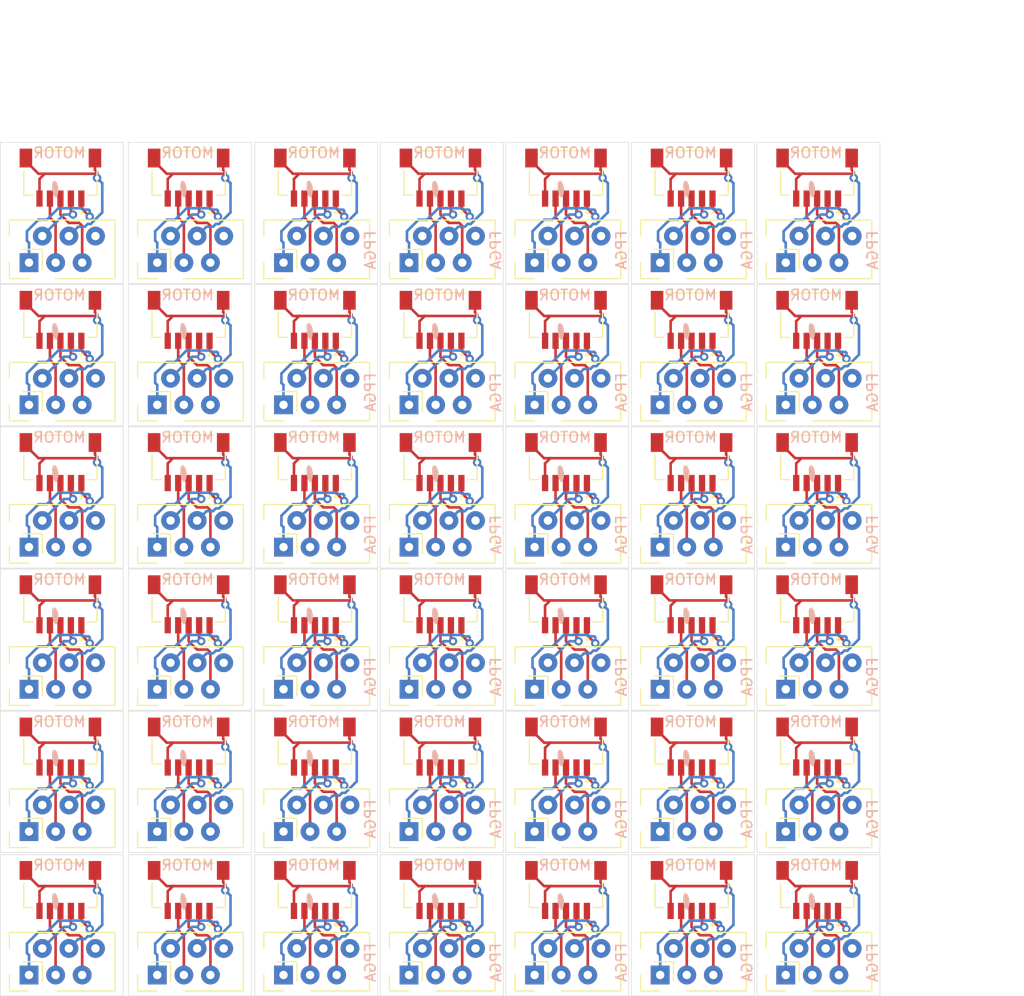
<source format=kicad_pcb>
(kicad_pcb (version 20171130) (host pcbnew 5.0.2-bee76a0~70~ubuntu18.04.1)
  (layers (0 F.Cu signal) (31 B.Cu signal) (34 B.Paste user) (35 F.Paste user) (36 B.SilkS user) (37 F.SilkS user) (38 B.Mask user) (39 F.Mask user) (44 Edge.Cuts user))
  (net 0 "")
  (module "SM05B-SRSS-TB_LF__SN_:JST_SM05B-SRSS-TB(LF)(SN)" (layer F.Cu) (at 100.8225 85.5315 180)
    (fp_text reference "JST_SM05B-SRSS-TB(LF)(SN)" hide)
    (fp_text value VAL** hide)
    (pad 1 smd rect (at -2 -3.875 270) (size 1.55 0.6) (layers F.Cu F.Paste F.Mask))
    (pad S1 smd rect (at -3.3 0 270) (size 1.8 1.2) (layers F.Cu F.Paste F.Mask))
    (pad S2 smd rect (at 3.3 0 270) (size 1.8 1.2) (layers F.Cu F.Paste F.Mask))
    (pad 2 smd rect (at -1 -3.875 270) (size 1.55 0.6) (layers F.Cu F.Paste F.Mask))
    (pad 3 smd rect (at 0 -3.875 270) (size 1.55 0.6) (layers F.Cu F.Paste F.Mask))
    (pad 4 smd rect (at 1 -3.875 270) (size 1.55 0.6) (layers F.Cu F.Paste F.Mask))
    (pad 5 smd rect (at 2 -3.875 270) (size 1.55 0.6) (layers F.Cu F.Paste F.Mask))
  )
  (module custom_lib:R1_ear_silk_5.5mm (layer B.Cu) (at 98.2225 129.4475)
    (fp_text reference G*** hide)
    (fp_text value LOGO hide)
  )
  (module custom_lib:TE-Connectivity_Micro-Match_connector_02x03_Pitch_1.27mm (layer F.Cu) (at 97.8225 95.5315 90)
    (fp_text reference REF** hide)
    (fp_text value TE-Connectivity_Micro-Match_connector_02x03_Pitch_1.27mm hide)
    (pad 6 thru_hole circle (at 2.54 6.35 90) (size 1.8 1.8) (drill 0.8001) (layers *.Cu *.Mask))
    (pad 5 thru_hole circle (at 0 5.08 90) (size 1.8 1.8) (drill 0.8001) (layers *.Cu *.Mask))
    (pad 1 thru_hole rect (at 0 0 90) (size 1.8 1.8) (drill 0.8001) (layers *.Cu *.Mask))
    (pad 2 thru_hole circle (at 2.54 1.27 90) (size 1.8 1.8) (drill 0.8001) (layers *.Cu *.Mask))
    (pad 3 thru_hole circle (at 0 2.54 90) (size 1.8 1.8) (drill 0.8001) (layers *.Cu *.Mask))
    (pad 4 thru_hole circle (at 2.54 3.81 90) (size 1.8 1.8) (drill 0.8001) (layers *.Cu *.Mask))
    (pad "" np_thru_hole circle (at 1.8 -1.4 90) (size 1.5001 1.5001) (drill 1.5001) (layers *.Cu *.Mask))
  )
  (module custom_lib:R1_face_mask_5.5mm (layer B.Cu) (at 98.2225 74.9315)
    (fp_text reference G*** hide)
    (fp_text value LOGO hide)
  )
  (module "SM05B-SRSS-TB_LF__SN_:JST_SM05B-SRSS-TB(LF)(SN)" (layer F.Cu) (at 100.8225 112.7315 180)
    (fp_text reference "JST_SM05B-SRSS-TB(LF)(SN)" hide)
    (fp_text value VAL** hide)
    (pad 1 smd rect (at -2 -3.875 270) (size 1.55 0.6) (layers F.Cu F.Paste F.Mask))
    (pad S1 smd rect (at -3.3 0 270) (size 1.8 1.2) (layers F.Cu F.Paste F.Mask))
    (pad S2 smd rect (at 3.3 0 270) (size 1.8 1.2) (layers F.Cu F.Paste F.Mask))
    (pad 2 smd rect (at -1 -3.875 270) (size 1.55 0.6) (layers F.Cu F.Paste F.Mask))
    (pad 3 smd rect (at 0 -3.875 270) (size 1.55 0.6) (layers F.Cu F.Paste F.Mask))
    (pad 4 smd rect (at 1 -3.875 270) (size 1.55 0.6) (layers F.Cu F.Paste F.Mask))
    (pad 5 smd rect (at 2 -3.875 270) (size 1.55 0.6) (layers F.Cu F.Paste F.Mask))
  )
  (module custom_lib:R1_face_mask_5.5mm (layer B.Cu) (at 98.2225 88.5315)
    (fp_text reference G*** hide)
    (fp_text value LOGO hide)
  )
  (module custom_lib:TE-Connectivity_Micro-Match_connector_02x03_Pitch_1.27mm (layer F.Cu) (at 97.8225 68.3315 90)
    (fp_text reference REF** hide)
    (fp_text value TE-Connectivity_Micro-Match_connector_02x03_Pitch_1.27mm hide)
    (pad "" np_thru_hole circle (at 1.8 -1.4 90) (size 1.5001 1.5001) (drill 1.5001) (layers *.Cu *.Mask))
    (pad 4 thru_hole circle (at 2.54 3.81 90) (size 1.8 1.8) (drill 0.8001) (layers *.Cu *.Mask))
    (pad 3 thru_hole circle (at 0 2.54 90) (size 1.8 1.8) (drill 0.8001) (layers *.Cu *.Mask))
    (pad 2 thru_hole circle (at 2.54 1.27 90) (size 1.8 1.8) (drill 0.8001) (layers *.Cu *.Mask))
    (pad 1 thru_hole rect (at 0 0 90) (size 1.8 1.8) (drill 0.8001) (layers *.Cu *.Mask))
    (pad 5 thru_hole circle (at 0 5.08 90) (size 1.8 1.8) (drill 0.8001) (layers *.Cu *.Mask))
    (pad 6 thru_hole circle (at 2.54 6.35 90) (size 1.8 1.8) (drill 0.8001) (layers *.Cu *.Mask))
  )
  (module "SM05B-SRSS-TB_LF__SN_:JST_SM05B-SRSS-TB(LF)(SN)" (layer F.Cu) (at 100.8225 126.4475 180)
    (fp_text reference "JST_SM05B-SRSS-TB(LF)(SN)" hide)
    (fp_text value VAL** hide)
    (pad 5 smd rect (at 2 -3.875 270) (size 1.55 0.6) (layers F.Cu F.Paste F.Mask))
    (pad 4 smd rect (at 1 -3.875 270) (size 1.55 0.6) (layers F.Cu F.Paste F.Mask))
    (pad 3 smd rect (at 0 -3.875 270) (size 1.55 0.6) (layers F.Cu F.Paste F.Mask))
    (pad 2 smd rect (at -1 -3.875 270) (size 1.55 0.6) (layers F.Cu F.Paste F.Mask))
    (pad S2 smd rect (at 3.3 0 270) (size 1.8 1.2) (layers F.Cu F.Paste F.Mask))
    (pad S1 smd rect (at -3.3 0 270) (size 1.8 1.2) (layers F.Cu F.Paste F.Mask))
    (pad 1 smd rect (at -2 -3.875 270) (size 1.55 0.6) (layers F.Cu F.Paste F.Mask))
  )
  (module custom_lib:R1_eyes_mask_5.5mm (layer B.Cu) (at 98.2225 129.4475)
    (fp_text reference G*** hide)
    (fp_text value LOGO hide)
  )
  (module custom_lib:TE-Connectivity_Micro-Match_connector_02x03_Pitch_1.27mm (layer F.Cu) (at 97.8225 136.4475 90)
    (fp_text reference REF** hide)
    (fp_text value TE-Connectivity_Micro-Match_connector_02x03_Pitch_1.27mm hide)
    (pad "" np_thru_hole circle (at 1.8 -1.4 90) (size 1.5001 1.5001) (drill 1.5001) (layers *.Cu *.Mask))
    (pad 4 thru_hole circle (at 2.54 3.81 90) (size 1.8 1.8) (drill 0.8001) (layers *.Cu *.Mask))
    (pad 3 thru_hole circle (at 0 2.54 90) (size 1.8 1.8) (drill 0.8001) (layers *.Cu *.Mask))
    (pad 2 thru_hole circle (at 2.54 1.27 90) (size 1.8 1.8) (drill 0.8001) (layers *.Cu *.Mask))
    (pad 1 thru_hole rect (at 0 0 90) (size 1.8 1.8) (drill 0.8001) (layers *.Cu *.Mask))
    (pad 5 thru_hole circle (at 0 5.08 90) (size 1.8 1.8) (drill 0.8001) (layers *.Cu *.Mask))
    (pad 6 thru_hole circle (at 2.54 6.35 90) (size 1.8 1.8) (drill 0.8001) (layers *.Cu *.Mask))
  )
  (module "SM05B-SRSS-TB_LF__SN_:JST_SM05B-SRSS-TB(LF)(SN)" (layer F.Cu) (at 100.8225 58.3315 180)
    (fp_text reference "JST_SM05B-SRSS-TB(LF)(SN)" hide)
    (fp_text value VAL** hide)
    (pad 5 smd rect (at 2 -3.875 270) (size 1.55 0.6) (layers F.Cu F.Paste F.Mask))
    (pad 4 smd rect (at 1 -3.875 270) (size 1.55 0.6) (layers F.Cu F.Paste F.Mask))
    (pad 3 smd rect (at 0 -3.875 270) (size 1.55 0.6) (layers F.Cu F.Paste F.Mask))
    (pad 2 smd rect (at -1 -3.875 270) (size 1.55 0.6) (layers F.Cu F.Paste F.Mask))
    (pad S2 smd rect (at 3.3 0 270) (size 1.8 1.2) (layers F.Cu F.Paste F.Mask))
    (pad S1 smd rect (at -3.3 0 270) (size 1.8 1.2) (layers F.Cu F.Paste F.Mask))
    (pad 1 smd rect (at -2 -3.875 270) (size 1.55 0.6) (layers F.Cu F.Paste F.Mask))
  )
  (module custom_lib:R1_eyes_mask_5.5mm (layer B.Cu) (at 98.2225 102.1315)
    (fp_text reference G*** hide)
    (fp_text value LOGO hide)
  )
  (module custom_lib:TE-Connectivity_Micro-Match_connector_02x03_Pitch_1.27mm (layer F.Cu) (at 97.8225 109.1315 90)
    (fp_text reference REF** hide)
    (fp_text value TE-Connectivity_Micro-Match_connector_02x03_Pitch_1.27mm hide)
    (pad 6 thru_hole circle (at 2.54 6.35 90) (size 1.8 1.8) (drill 0.8001) (layers *.Cu *.Mask))
    (pad 5 thru_hole circle (at 0 5.08 90) (size 1.8 1.8) (drill 0.8001) (layers *.Cu *.Mask))
    (pad 1 thru_hole rect (at 0 0 90) (size 1.8 1.8) (drill 0.8001) (layers *.Cu *.Mask))
    (pad 2 thru_hole circle (at 2.54 1.27 90) (size 1.8 1.8) (drill 0.8001) (layers *.Cu *.Mask))
    (pad 3 thru_hole circle (at 0 2.54 90) (size 1.8 1.8) (drill 0.8001) (layers *.Cu *.Mask))
    (pad 4 thru_hole circle (at 2.54 3.81 90) (size 1.8 1.8) (drill 0.8001) (layers *.Cu *.Mask))
    (pad "" np_thru_hole circle (at 1.8 -1.4 90) (size 1.5001 1.5001) (drill 1.5001) (layers *.Cu *.Mask))
  )
  (module custom_lib:R1_eyes_mask_5.5mm (layer B.Cu) (at 98.2225 74.9315)
    (fp_text reference G*** hide)
    (fp_text value LOGO hide)
  )
  (module custom_lib:R1_eyes_mask_5.5mm (layer B.Cu) (at 98.2225 115.7315)
    (fp_text reference G*** hide)
    (fp_text value LOGO hide)
  )
  (module custom_lib:R1_ear_silk_5.5mm (layer B.Cu) (at 98.2225 115.7315)
    (fp_text reference G*** hide)
    (fp_text value LOGO hide)
  )
  (module custom_lib:R1_ear_silk_5.5mm (layer B.Cu) (at 98.2225 74.9315)
    (fp_text reference G*** hide)
    (fp_text value LOGO hide)
  )
  (module custom_lib:R1_ear_silk_5.5mm (layer B.Cu) (at 98.2225 88.5315)
    (fp_text reference G*** hide)
    (fp_text value LOGO hide)
  )
  (module custom_lib:R1_ear_silk_5.5mm (layer B.Cu) (at 98.2225 102.1315)
    (fp_text reference G*** hide)
    (fp_text value LOGO hide)
  )
  (module custom_lib:R1_eyes_mask_5.5mm (layer B.Cu) (at 98.2225 88.5315)
    (fp_text reference G*** hide)
    (fp_text value LOGO hide)
  )
  (module "SM05B-SRSS-TB_LF__SN_:JST_SM05B-SRSS-TB(LF)(SN)" (layer F.Cu) (at 100.8225 99.1315 180)
    (fp_text reference "JST_SM05B-SRSS-TB(LF)(SN)" hide)
    (fp_text value VAL** hide)
    (pad 1 smd rect (at -2 -3.875 270) (size 1.55 0.6) (layers F.Cu F.Paste F.Mask))
    (pad S1 smd rect (at -3.3 0 270) (size 1.8 1.2) (layers F.Cu F.Paste F.Mask))
    (pad S2 smd rect (at 3.3 0 270) (size 1.8 1.2) (layers F.Cu F.Paste F.Mask))
    (pad 2 smd rect (at -1 -3.875 270) (size 1.55 0.6) (layers F.Cu F.Paste F.Mask))
    (pad 3 smd rect (at 0 -3.875 270) (size 1.55 0.6) (layers F.Cu F.Paste F.Mask))
    (pad 4 smd rect (at 1 -3.875 270) (size 1.55 0.6) (layers F.Cu F.Paste F.Mask))
    (pad 5 smd rect (at 2 -3.875 270) (size 1.55 0.6) (layers F.Cu F.Paste F.Mask))
  )
  (module custom_lib:TE-Connectivity_Micro-Match_connector_02x03_Pitch_1.27mm (layer F.Cu) (at 97.8225 122.7315 90)
    (fp_text reference REF** hide)
    (fp_text value TE-Connectivity_Micro-Match_connector_02x03_Pitch_1.27mm hide)
    (pad 6 thru_hole circle (at 2.54 6.35 90) (size 1.8 1.8) (drill 0.8001) (layers *.Cu *.Mask))
    (pad 5 thru_hole circle (at 0 5.08 90) (size 1.8 1.8) (drill 0.8001) (layers *.Cu *.Mask))
    (pad 1 thru_hole rect (at 0 0 90) (size 1.8 1.8) (drill 0.8001) (layers *.Cu *.Mask))
    (pad 2 thru_hole circle (at 2.54 1.27 90) (size 1.8 1.8) (drill 0.8001) (layers *.Cu *.Mask))
    (pad 3 thru_hole circle (at 0 2.54 90) (size 1.8 1.8) (drill 0.8001) (layers *.Cu *.Mask))
    (pad 4 thru_hole circle (at 2.54 3.81 90) (size 1.8 1.8) (drill 0.8001) (layers *.Cu *.Mask))
    (pad "" np_thru_hole circle (at 1.8 -1.4 90) (size 1.5001 1.5001) (drill 1.5001) (layers *.Cu *.Mask))
  )
  (module custom_lib:R1_face_mask_5.5mm (layer B.Cu) (at 98.2225 61.3315)
    (fp_text reference G*** hide)
    (fp_text value LOGO hide)
  )
  (module "SM05B-SRSS-TB_LF__SN_:JST_SM05B-SRSS-TB(LF)(SN)" (layer F.Cu) (at 100.8225 71.9315 180)
    (fp_text reference "JST_SM05B-SRSS-TB(LF)(SN)" hide)
    (fp_text value VAL** hide)
    (pad 1 smd rect (at -2 -3.875 270) (size 1.55 0.6) (layers F.Cu F.Paste F.Mask))
    (pad S1 smd rect (at -3.3 0 270) (size 1.8 1.2) (layers F.Cu F.Paste F.Mask))
    (pad S2 smd rect (at 3.3 0 270) (size 1.8 1.2) (layers F.Cu F.Paste F.Mask))
    (pad 2 smd rect (at -1 -3.875 270) (size 1.55 0.6) (layers F.Cu F.Paste F.Mask))
    (pad 3 smd rect (at 0 -3.875 270) (size 1.55 0.6) (layers F.Cu F.Paste F.Mask))
    (pad 4 smd rect (at 1 -3.875 270) (size 1.55 0.6) (layers F.Cu F.Paste F.Mask))
    (pad 5 smd rect (at 2 -3.875 270) (size 1.55 0.6) (layers F.Cu F.Paste F.Mask))
  )
  (module custom_lib:R1_face_mask_5.5mm (layer B.Cu) (at 98.2225 102.1315)
    (fp_text reference G*** hide)
    (fp_text value LOGO hide)
  )
  (module custom_lib:TE-Connectivity_Micro-Match_connector_02x03_Pitch_1.27mm (layer F.Cu) (at 97.8225 81.9315 90)
    (fp_text reference REF** hide)
    (fp_text value TE-Connectivity_Micro-Match_connector_02x03_Pitch_1.27mm hide)
    (pad 6 thru_hole circle (at 2.54 6.35 90) (size 1.8 1.8) (drill 0.8001) (layers *.Cu *.Mask))
    (pad 5 thru_hole circle (at 0 5.08 90) (size 1.8 1.8) (drill 0.8001) (layers *.Cu *.Mask))
    (pad 1 thru_hole rect (at 0 0 90) (size 1.8 1.8) (drill 0.8001) (layers *.Cu *.Mask))
    (pad 2 thru_hole circle (at 2.54 1.27 90) (size 1.8 1.8) (drill 0.8001) (layers *.Cu *.Mask))
    (pad 3 thru_hole circle (at 0 2.54 90) (size 1.8 1.8) (drill 0.8001) (layers *.Cu *.Mask))
    (pad 4 thru_hole circle (at 2.54 3.81 90) (size 1.8 1.8) (drill 0.8001) (layers *.Cu *.Mask))
    (pad "" np_thru_hole circle (at 1.8 -1.4 90) (size 1.5001 1.5001) (drill 1.5001) (layers *.Cu *.Mask))
  )
  (module custom_lib:R1_face_mask_5.5mm (layer B.Cu) (at 98.2225 129.4475)
    (fp_text reference G*** hide)
    (fp_text value LOGO hide)
  )
  (module custom_lib:R1_face_mask_5.5mm (layer B.Cu) (at 98.2225 115.7315)
    (fp_text reference G*** hide)
    (fp_text value LOGO hide)
  )
  (module custom_lib:R1_eyes_mask_5.5mm (layer B.Cu) (at 98.2225 61.3315)
    (fp_text reference G*** hide)
    (fp_text value LOGO hide)
  )
  (module custom_lib:R1_ear_silk_5.5mm (layer B.Cu) (at 98.2225 61.3315)
    (fp_text reference G*** hide)
    (fp_text value LOGO hide)
  )
  (module "SM05B-SRSS-TB_LF__SN_:JST_SM05B-SRSS-TB(LF)(SN)" (layer F.Cu) (at 113.078 126.4475 180)
    (fp_text reference "JST_SM05B-SRSS-TB(LF)(SN)" hide)
    (fp_text value VAL** hide)
    (pad 1 smd rect (at -2 -3.875 270) (size 1.55 0.6) (layers F.Cu F.Paste F.Mask))
    (pad S1 smd rect (at -3.3 0 270) (size 1.8 1.2) (layers F.Cu F.Paste F.Mask))
    (pad S2 smd rect (at 3.3 0 270) (size 1.8 1.2) (layers F.Cu F.Paste F.Mask))
    (pad 2 smd rect (at -1 -3.875 270) (size 1.55 0.6) (layers F.Cu F.Paste F.Mask))
    (pad 3 smd rect (at 0 -3.875 270) (size 1.55 0.6) (layers F.Cu F.Paste F.Mask))
    (pad 4 smd rect (at 1 -3.875 270) (size 1.55 0.6) (layers F.Cu F.Paste F.Mask))
    (pad 5 smd rect (at 2 -3.875 270) (size 1.55 0.6) (layers F.Cu F.Paste F.Mask))
  )
  (module custom_lib:TE-Connectivity_Micro-Match_connector_02x03_Pitch_1.27mm (layer F.Cu) (at 134.143 136.4475 90)
    (fp_text reference REF** hide)
    (fp_text value TE-Connectivity_Micro-Match_connector_02x03_Pitch_1.27mm hide)
    (pad "" np_thru_hole circle (at 1.8 -1.4 90) (size 1.5001 1.5001) (drill 1.5001) (layers *.Cu *.Mask))
    (pad 4 thru_hole circle (at 2.54 3.81 90) (size 1.8 1.8) (drill 0.8001) (layers *.Cu *.Mask))
    (pad 3 thru_hole circle (at 0 2.54 90) (size 1.8 1.8) (drill 0.8001) (layers *.Cu *.Mask))
    (pad 2 thru_hole circle (at 2.54 1.27 90) (size 1.8 1.8) (drill 0.8001) (layers *.Cu *.Mask))
    (pad 1 thru_hole rect (at 0 0 90) (size 1.8 1.8) (drill 0.8001) (layers *.Cu *.Mask))
    (pad 5 thru_hole circle (at 0 5.08 90) (size 1.8 1.8) (drill 0.8001) (layers *.Cu *.Mask))
    (pad 6 thru_hole circle (at 2.54 6.35 90) (size 1.8 1.8) (drill 0.8001) (layers *.Cu *.Mask))
  )
  (module custom_lib:TE-Connectivity_Micro-Match_connector_02x03_Pitch_1.27mm (layer F.Cu) (at 122.143 136.4475 90)
    (fp_text reference REF** hide)
    (fp_text value TE-Connectivity_Micro-Match_connector_02x03_Pitch_1.27mm hide)
    (pad "" np_thru_hole circle (at 1.8 -1.4 90) (size 1.5001 1.5001) (drill 1.5001) (layers *.Cu *.Mask))
    (pad 4 thru_hole circle (at 2.54 3.81 90) (size 1.8 1.8) (drill 0.8001) (layers *.Cu *.Mask))
    (pad 3 thru_hole circle (at 0 2.54 90) (size 1.8 1.8) (drill 0.8001) (layers *.Cu *.Mask))
    (pad 2 thru_hole circle (at 2.54 1.27 90) (size 1.8 1.8) (drill 0.8001) (layers *.Cu *.Mask))
    (pad 1 thru_hole rect (at 0 0 90) (size 1.8 1.8) (drill 0.8001) (layers *.Cu *.Mask))
    (pad 5 thru_hole circle (at 0 5.08 90) (size 1.8 1.8) (drill 0.8001) (layers *.Cu *.Mask))
    (pad 6 thru_hole circle (at 2.54 6.35 90) (size 1.8 1.8) (drill 0.8001) (layers *.Cu *.Mask))
  )
  (module custom_lib:TE-Connectivity_Micro-Match_connector_02x03_Pitch_1.27mm (layer F.Cu) (at 158.143 136.4475 90)
    (fp_text reference REF** hide)
    (fp_text value TE-Connectivity_Micro-Match_connector_02x03_Pitch_1.27mm hide)
    (pad "" np_thru_hole circle (at 1.8 -1.4 90) (size 1.5001 1.5001) (drill 1.5001) (layers *.Cu *.Mask))
    (pad 4 thru_hole circle (at 2.54 3.81 90) (size 1.8 1.8) (drill 0.8001) (layers *.Cu *.Mask))
    (pad 3 thru_hole circle (at 0 2.54 90) (size 1.8 1.8) (drill 0.8001) (layers *.Cu *.Mask))
    (pad 2 thru_hole circle (at 2.54 1.27 90) (size 1.8 1.8) (drill 0.8001) (layers *.Cu *.Mask))
    (pad 1 thru_hole rect (at 0 0 90) (size 1.8 1.8) (drill 0.8001) (layers *.Cu *.Mask))
    (pad 5 thru_hole circle (at 0 5.08 90) (size 1.8 1.8) (drill 0.8001) (layers *.Cu *.Mask))
    (pad 6 thru_hole circle (at 2.54 6.35 90) (size 1.8 1.8) (drill 0.8001) (layers *.Cu *.Mask))
  )
  (module custom_lib:TE-Connectivity_Micro-Match_connector_02x03_Pitch_1.27mm (layer F.Cu) (at 146.143 136.4475 90)
    (fp_text reference REF** hide)
    (fp_text value TE-Connectivity_Micro-Match_connector_02x03_Pitch_1.27mm hide)
    (pad "" np_thru_hole circle (at 1.8 -1.4 90) (size 1.5001 1.5001) (drill 1.5001) (layers *.Cu *.Mask))
    (pad 4 thru_hole circle (at 2.54 3.81 90) (size 1.8 1.8) (drill 0.8001) (layers *.Cu *.Mask))
    (pad 3 thru_hole circle (at 0 2.54 90) (size 1.8 1.8) (drill 0.8001) (layers *.Cu *.Mask))
    (pad 2 thru_hole circle (at 2.54 1.27 90) (size 1.8 1.8) (drill 0.8001) (layers *.Cu *.Mask))
    (pad 1 thru_hole rect (at 0 0 90) (size 1.8 1.8) (drill 0.8001) (layers *.Cu *.Mask))
    (pad 5 thru_hole circle (at 0 5.08 90) (size 1.8 1.8) (drill 0.8001) (layers *.Cu *.Mask))
    (pad 6 thru_hole circle (at 2.54 6.35 90) (size 1.8 1.8) (drill 0.8001) (layers *.Cu *.Mask))
  )
  (module "SM05B-SRSS-TB_LF__SN_:JST_SM05B-SRSS-TB(LF)(SN)" (layer F.Cu) (at 173.143 126.4475 180)
    (fp_text reference "JST_SM05B-SRSS-TB(LF)(SN)" hide)
    (fp_text value VAL** hide)
    (pad 5 smd rect (at 2 -3.875 270) (size 1.55 0.6) (layers F.Cu F.Paste F.Mask))
    (pad 4 smd rect (at 1 -3.875 270) (size 1.55 0.6) (layers F.Cu F.Paste F.Mask))
    (pad 3 smd rect (at 0 -3.875 270) (size 1.55 0.6) (layers F.Cu F.Paste F.Mask))
    (pad 2 smd rect (at -1 -3.875 270) (size 1.55 0.6) (layers F.Cu F.Paste F.Mask))
    (pad S2 smd rect (at 3.3 0 270) (size 1.8 1.2) (layers F.Cu F.Paste F.Mask))
    (pad S1 smd rect (at -3.3 0 270) (size 1.8 1.2) (layers F.Cu F.Paste F.Mask))
    (pad 1 smd rect (at -2 -3.875 270) (size 1.55 0.6) (layers F.Cu F.Paste F.Mask))
  )
  (module "SM05B-SRSS-TB_LF__SN_:JST_SM05B-SRSS-TB(LF)(SN)" (layer F.Cu) (at 161.143 126.4475 180)
    (fp_text reference "JST_SM05B-SRSS-TB(LF)(SN)" hide)
    (fp_text value VAL** hide)
    (pad 5 smd rect (at 2 -3.875 270) (size 1.55 0.6) (layers F.Cu F.Paste F.Mask))
    (pad 4 smd rect (at 1 -3.875 270) (size 1.55 0.6) (layers F.Cu F.Paste F.Mask))
    (pad 3 smd rect (at 0 -3.875 270) (size 1.55 0.6) (layers F.Cu F.Paste F.Mask))
    (pad 2 smd rect (at -1 -3.875 270) (size 1.55 0.6) (layers F.Cu F.Paste F.Mask))
    (pad S2 smd rect (at 3.3 0 270) (size 1.8 1.2) (layers F.Cu F.Paste F.Mask))
    (pad S1 smd rect (at -3.3 0 270) (size 1.8 1.2) (layers F.Cu F.Paste F.Mask))
    (pad 1 smd rect (at -2 -3.875 270) (size 1.55 0.6) (layers F.Cu F.Paste F.Mask))
  )
  (module "SM05B-SRSS-TB_LF__SN_:JST_SM05B-SRSS-TB(LF)(SN)" (layer F.Cu) (at 149.143 126.4475 180)
    (fp_text reference "JST_SM05B-SRSS-TB(LF)(SN)" hide)
    (fp_text value VAL** hide)
    (pad 5 smd rect (at 2 -3.875 270) (size 1.55 0.6) (layers F.Cu F.Paste F.Mask))
    (pad 4 smd rect (at 1 -3.875 270) (size 1.55 0.6) (layers F.Cu F.Paste F.Mask))
    (pad 3 smd rect (at 0 -3.875 270) (size 1.55 0.6) (layers F.Cu F.Paste F.Mask))
    (pad 2 smd rect (at -1 -3.875 270) (size 1.55 0.6) (layers F.Cu F.Paste F.Mask))
    (pad S2 smd rect (at 3.3 0 270) (size 1.8 1.2) (layers F.Cu F.Paste F.Mask))
    (pad S1 smd rect (at -3.3 0 270) (size 1.8 1.2) (layers F.Cu F.Paste F.Mask))
    (pad 1 smd rect (at -2 -3.875 270) (size 1.55 0.6) (layers F.Cu F.Paste F.Mask))
  )
  (module "SM05B-SRSS-TB_LF__SN_:JST_SM05B-SRSS-TB(LF)(SN)" (layer F.Cu) (at 137.143 126.4475 180)
    (fp_text reference "JST_SM05B-SRSS-TB(LF)(SN)" hide)
    (fp_text value VAL** hide)
    (pad 5 smd rect (at 2 -3.875 270) (size 1.55 0.6) (layers F.Cu F.Paste F.Mask))
    (pad 4 smd rect (at 1 -3.875 270) (size 1.55 0.6) (layers F.Cu F.Paste F.Mask))
    (pad 3 smd rect (at 0 -3.875 270) (size 1.55 0.6) (layers F.Cu F.Paste F.Mask))
    (pad 2 smd rect (at -1 -3.875 270) (size 1.55 0.6) (layers F.Cu F.Paste F.Mask))
    (pad S2 smd rect (at 3.3 0 270) (size 1.8 1.2) (layers F.Cu F.Paste F.Mask))
    (pad S1 smd rect (at -3.3 0 270) (size 1.8 1.2) (layers F.Cu F.Paste F.Mask))
    (pad 1 smd rect (at -2 -3.875 270) (size 1.55 0.6) (layers F.Cu F.Paste F.Mask))
  )
  (module "SM05B-SRSS-TB_LF__SN_:JST_SM05B-SRSS-TB(LF)(SN)" (layer F.Cu) (at 125.143 126.4475 180)
    (fp_text reference "JST_SM05B-SRSS-TB(LF)(SN)" hide)
    (fp_text value VAL** hide)
    (pad 5 smd rect (at 2 -3.875 270) (size 1.55 0.6) (layers F.Cu F.Paste F.Mask))
    (pad 4 smd rect (at 1 -3.875 270) (size 1.55 0.6) (layers F.Cu F.Paste F.Mask))
    (pad 3 smd rect (at 0 -3.875 270) (size 1.55 0.6) (layers F.Cu F.Paste F.Mask))
    (pad 2 smd rect (at -1 -3.875 270) (size 1.55 0.6) (layers F.Cu F.Paste F.Mask))
    (pad S2 smd rect (at 3.3 0 270) (size 1.8 1.2) (layers F.Cu F.Paste F.Mask))
    (pad S1 smd rect (at -3.3 0 270) (size 1.8 1.2) (layers F.Cu F.Paste F.Mask))
    (pad 1 smd rect (at -2 -3.875 270) (size 1.55 0.6) (layers F.Cu F.Paste F.Mask))
  )
  (module custom_lib:R1_eyes_mask_5.5mm (layer B.Cu) (at 110.478 129.4475)
    (fp_text reference G*** hide)
    (fp_text value LOGO hide)
  )
  (module custom_lib:R1_ear_silk_5.5mm (layer B.Cu) (at 110.478 129.4475)
    (fp_text reference G*** hide)
    (fp_text value LOGO hide)
  )
  (module custom_lib:TE-Connectivity_Micro-Match_connector_02x03_Pitch_1.27mm (layer F.Cu) (at 170.143 136.4475 90)
    (fp_text reference REF** hide)
    (fp_text value TE-Connectivity_Micro-Match_connector_02x03_Pitch_1.27mm hide)
    (pad "" np_thru_hole circle (at 1.8 -1.4 90) (size 1.5001 1.5001) (drill 1.5001) (layers *.Cu *.Mask))
    (pad 4 thru_hole circle (at 2.54 3.81 90) (size 1.8 1.8) (drill 0.8001) (layers *.Cu *.Mask))
    (pad 3 thru_hole circle (at 0 2.54 90) (size 1.8 1.8) (drill 0.8001) (layers *.Cu *.Mask))
    (pad 2 thru_hole circle (at 2.54 1.27 90) (size 1.8 1.8) (drill 0.8001) (layers *.Cu *.Mask))
    (pad 1 thru_hole rect (at 0 0 90) (size 1.8 1.8) (drill 0.8001) (layers *.Cu *.Mask))
    (pad 5 thru_hole circle (at 0 5.08 90) (size 1.8 1.8) (drill 0.8001) (layers *.Cu *.Mask))
    (pad 6 thru_hole circle (at 2.54 6.35 90) (size 1.8 1.8) (drill 0.8001) (layers *.Cu *.Mask))
  )
  (module custom_lib:R1_face_mask_5.5mm (layer B.Cu) (at 158.543 129.4475)
    (fp_text reference G*** hide)
    (fp_text value LOGO hide)
  )
  (module custom_lib:TE-Connectivity_Micro-Match_connector_02x03_Pitch_1.27mm (layer F.Cu) (at 110.078 136.4475 90)
    (fp_text reference REF** hide)
    (fp_text value TE-Connectivity_Micro-Match_connector_02x03_Pitch_1.27mm hide)
    (pad 6 thru_hole circle (at 2.54 6.35 90) (size 1.8 1.8) (drill 0.8001) (layers *.Cu *.Mask))
    (pad 5 thru_hole circle (at 0 5.08 90) (size 1.8 1.8) (drill 0.8001) (layers *.Cu *.Mask))
    (pad 1 thru_hole rect (at 0 0 90) (size 1.8 1.8) (drill 0.8001) (layers *.Cu *.Mask))
    (pad 2 thru_hole circle (at 2.54 1.27 90) (size 1.8 1.8) (drill 0.8001) (layers *.Cu *.Mask))
    (pad 3 thru_hole circle (at 0 2.54 90) (size 1.8 1.8) (drill 0.8001) (layers *.Cu *.Mask))
    (pad 4 thru_hole circle (at 2.54 3.81 90) (size 1.8 1.8) (drill 0.8001) (layers *.Cu *.Mask))
    (pad "" np_thru_hole circle (at 1.8 -1.4 90) (size 1.5001 1.5001) (drill 1.5001) (layers *.Cu *.Mask))
  )
  (module custom_lib:R1_face_mask_5.5mm (layer B.Cu) (at 170.543 129.4475)
    (fp_text reference G*** hide)
    (fp_text value LOGO hide)
  )
  (module custom_lib:R1_eyes_mask_5.5mm (layer B.Cu) (at 170.543 129.4475)
    (fp_text reference G*** hide)
    (fp_text value LOGO hide)
  )
  (module custom_lib:R1_eyes_mask_5.5mm (layer B.Cu) (at 158.543 129.4475)
    (fp_text reference G*** hide)
    (fp_text value LOGO hide)
  )
  (module custom_lib:R1_face_mask_5.5mm (layer B.Cu) (at 122.543 129.4475)
    (fp_text reference G*** hide)
    (fp_text value LOGO hide)
  )
  (module custom_lib:R1_face_mask_5.5mm (layer B.Cu) (at 134.543 129.4475)
    (fp_text reference G*** hide)
    (fp_text value LOGO hide)
  )
  (module custom_lib:R1_ear_silk_5.5mm (layer B.Cu) (at 122.543 129.4475)
    (fp_text reference G*** hide)
    (fp_text value LOGO hide)
  )
  (module custom_lib:R1_eyes_mask_5.5mm (layer B.Cu) (at 122.543 129.4475)
    (fp_text reference G*** hide)
    (fp_text value LOGO hide)
  )
  (module custom_lib:R1_ear_silk_5.5mm (layer B.Cu) (at 134.543 129.4475)
    (fp_text reference G*** hide)
    (fp_text value LOGO hide)
  )
  (module custom_lib:R1_face_mask_5.5mm (layer B.Cu) (at 146.543 129.4475)
    (fp_text reference G*** hide)
    (fp_text value LOGO hide)
  )
  (module custom_lib:R1_eyes_mask_5.5mm (layer B.Cu) (at 146.543 129.4475)
    (fp_text reference G*** hide)
    (fp_text value LOGO hide)
  )
  (module custom_lib:R1_ear_silk_5.5mm (layer B.Cu) (at 158.543 129.4475)
    (fp_text reference G*** hide)
    (fp_text value LOGO hide)
  )
  (module custom_lib:R1_ear_silk_5.5mm (layer B.Cu) (at 170.543 129.4475)
    (fp_text reference G*** hide)
    (fp_text value LOGO hide)
  )
  (module custom_lib:R1_eyes_mask_5.5mm (layer B.Cu) (at 134.543 129.4475)
    (fp_text reference G*** hide)
    (fp_text value LOGO hide)
  )
  (module custom_lib:R1_ear_silk_5.5mm (layer B.Cu) (at 146.543 129.4475)
    (fp_text reference G*** hide)
    (fp_text value LOGO hide)
  )
  (module custom_lib:R1_face_mask_5.5mm (layer B.Cu) (at 110.478 129.4475)
    (fp_text reference G*** hide)
    (fp_text value LOGO hide)
  )
  (module "SM05B-SRSS-TB_LF__SN_:JST_SM05B-SRSS-TB(LF)(SN)" (layer F.Cu) (at 113.078 58.3315 180)
    (fp_text reference "JST_SM05B-SRSS-TB(LF)(SN)" hide)
    (fp_text value VAL** hide)
    (pad 1 smd rect (at -2 -3.875 270) (size 1.55 0.6) (layers F.Cu F.Paste F.Mask))
    (pad S1 smd rect (at -3.3 0 270) (size 1.8 1.2) (layers F.Cu F.Paste F.Mask))
    (pad S2 smd rect (at 3.3 0 270) (size 1.8 1.2) (layers F.Cu F.Paste F.Mask))
    (pad 2 smd rect (at -1 -3.875 270) (size 1.55 0.6) (layers F.Cu F.Paste F.Mask))
    (pad 3 smd rect (at 0 -3.875 270) (size 1.55 0.6) (layers F.Cu F.Paste F.Mask))
    (pad 4 smd rect (at 1 -3.875 270) (size 1.55 0.6) (layers F.Cu F.Paste F.Mask))
    (pad 5 smd rect (at 2 -3.875 270) (size 1.55 0.6) (layers F.Cu F.Paste F.Mask))
  )
  (module custom_lib:TE-Connectivity_Micro-Match_connector_02x03_Pitch_1.27mm (layer F.Cu) (at 110.078 68.3315 90)
    (fp_text reference REF** hide)
    (fp_text value TE-Connectivity_Micro-Match_connector_02x03_Pitch_1.27mm hide)
    (pad 6 thru_hole circle (at 2.54 6.35 90) (size 1.8 1.8) (drill 0.8001) (layers *.Cu *.Mask))
    (pad 5 thru_hole circle (at 0 5.08 90) (size 1.8 1.8) (drill 0.8001) (layers *.Cu *.Mask))
    (pad 1 thru_hole rect (at 0 0 90) (size 1.8 1.8) (drill 0.8001) (layers *.Cu *.Mask))
    (pad 2 thru_hole circle (at 2.54 1.27 90) (size 1.8 1.8) (drill 0.8001) (layers *.Cu *.Mask))
    (pad 3 thru_hole circle (at 0 2.54 90) (size 1.8 1.8) (drill 0.8001) (layers *.Cu *.Mask))
    (pad 4 thru_hole circle (at 2.54 3.81 90) (size 1.8 1.8) (drill 0.8001) (layers *.Cu *.Mask))
    (pad "" np_thru_hole circle (at 1.8 -1.4 90) (size 1.5001 1.5001) (drill 1.5001) (layers *.Cu *.Mask))
  )
  (module custom_lib:R1_face_mask_5.5mm (layer B.Cu) (at 110.478 61.3315)
    (fp_text reference G*** hide)
    (fp_text value LOGO hide)
  )
  (module custom_lib:R1_ear_silk_5.5mm (layer B.Cu) (at 110.478 74.9315)
    (fp_text reference G*** hide)
    (fp_text value LOGO hide)
  )
  (module custom_lib:TE-Connectivity_Micro-Match_connector_02x03_Pitch_1.27mm (layer F.Cu) (at 110.078 122.7315 90)
    (fp_text reference REF** hide)
    (fp_text value TE-Connectivity_Micro-Match_connector_02x03_Pitch_1.27mm hide)
    (pad "" np_thru_hole circle (at 1.8 -1.4 90) (size 1.5001 1.5001) (drill 1.5001) (layers *.Cu *.Mask))
    (pad 4 thru_hole circle (at 2.54 3.81 90) (size 1.8 1.8) (drill 0.8001) (layers *.Cu *.Mask))
    (pad 3 thru_hole circle (at 0 2.54 90) (size 1.8 1.8) (drill 0.8001) (layers *.Cu *.Mask))
    (pad 2 thru_hole circle (at 2.54 1.27 90) (size 1.8 1.8) (drill 0.8001) (layers *.Cu *.Mask))
    (pad 1 thru_hole rect (at 0 0 90) (size 1.8 1.8) (drill 0.8001) (layers *.Cu *.Mask))
    (pad 5 thru_hole circle (at 0 5.08 90) (size 1.8 1.8) (drill 0.8001) (layers *.Cu *.Mask))
    (pad 6 thru_hole circle (at 2.54 6.35 90) (size 1.8 1.8) (drill 0.8001) (layers *.Cu *.Mask))
  )
  (module "SM05B-SRSS-TB_LF__SN_:JST_SM05B-SRSS-TB(LF)(SN)" (layer F.Cu) (at 113.078 112.7315 180)
    (fp_text reference "JST_SM05B-SRSS-TB(LF)(SN)" hide)
    (fp_text value VAL** hide)
    (pad 5 smd rect (at 2 -3.875 270) (size 1.55 0.6) (layers F.Cu F.Paste F.Mask))
    (pad 4 smd rect (at 1 -3.875 270) (size 1.55 0.6) (layers F.Cu F.Paste F.Mask))
    (pad 3 smd rect (at 0 -3.875 270) (size 1.55 0.6) (layers F.Cu F.Paste F.Mask))
    (pad 2 smd rect (at -1 -3.875 270) (size 1.55 0.6) (layers F.Cu F.Paste F.Mask))
    (pad S2 smd rect (at 3.3 0 270) (size 1.8 1.2) (layers F.Cu F.Paste F.Mask))
    (pad S1 smd rect (at -3.3 0 270) (size 1.8 1.2) (layers F.Cu F.Paste F.Mask))
    (pad 1 smd rect (at -2 -3.875 270) (size 1.55 0.6) (layers F.Cu F.Paste F.Mask))
  )
  (module "SM05B-SRSS-TB_LF__SN_:JST_SM05B-SRSS-TB(LF)(SN)" (layer F.Cu) (at 113.078 99.1315 180)
    (fp_text reference "JST_SM05B-SRSS-TB(LF)(SN)" hide)
    (fp_text value VAL** hide)
    (pad 5 smd rect (at 2 -3.875 270) (size 1.55 0.6) (layers F.Cu F.Paste F.Mask))
    (pad 4 smd rect (at 1 -3.875 270) (size 1.55 0.6) (layers F.Cu F.Paste F.Mask))
    (pad 3 smd rect (at 0 -3.875 270) (size 1.55 0.6) (layers F.Cu F.Paste F.Mask))
    (pad 2 smd rect (at -1 -3.875 270) (size 1.55 0.6) (layers F.Cu F.Paste F.Mask))
    (pad S2 smd rect (at 3.3 0 270) (size 1.8 1.2) (layers F.Cu F.Paste F.Mask))
    (pad S1 smd rect (at -3.3 0 270) (size 1.8 1.2) (layers F.Cu F.Paste F.Mask))
    (pad 1 smd rect (at -2 -3.875 270) (size 1.55 0.6) (layers F.Cu F.Paste F.Mask))
  )
  (module "SM05B-SRSS-TB_LF__SN_:JST_SM05B-SRSS-TB(LF)(SN)" (layer F.Cu) (at 113.078 85.5315 180)
    (fp_text reference "JST_SM05B-SRSS-TB(LF)(SN)" hide)
    (fp_text value VAL** hide)
    (pad 5 smd rect (at 2 -3.875 270) (size 1.55 0.6) (layers F.Cu F.Paste F.Mask))
    (pad 4 smd rect (at 1 -3.875 270) (size 1.55 0.6) (layers F.Cu F.Paste F.Mask))
    (pad 3 smd rect (at 0 -3.875 270) (size 1.55 0.6) (layers F.Cu F.Paste F.Mask))
    (pad 2 smd rect (at -1 -3.875 270) (size 1.55 0.6) (layers F.Cu F.Paste F.Mask))
    (pad S2 smd rect (at 3.3 0 270) (size 1.8 1.2) (layers F.Cu F.Paste F.Mask))
    (pad S1 smd rect (at -3.3 0 270) (size 1.8 1.2) (layers F.Cu F.Paste F.Mask))
    (pad 1 smd rect (at -2 -3.875 270) (size 1.55 0.6) (layers F.Cu F.Paste F.Mask))
  )
  (module "SM05B-SRSS-TB_LF__SN_:JST_SM05B-SRSS-TB(LF)(SN)" (layer F.Cu) (at 113.078 71.9315 180)
    (fp_text reference "JST_SM05B-SRSS-TB(LF)(SN)" hide)
    (fp_text value VAL** hide)
    (pad 5 smd rect (at 2 -3.875 270) (size 1.55 0.6) (layers F.Cu F.Paste F.Mask))
    (pad 4 smd rect (at 1 -3.875 270) (size 1.55 0.6) (layers F.Cu F.Paste F.Mask))
    (pad 3 smd rect (at 0 -3.875 270) (size 1.55 0.6) (layers F.Cu F.Paste F.Mask))
    (pad 2 smd rect (at -1 -3.875 270) (size 1.55 0.6) (layers F.Cu F.Paste F.Mask))
    (pad S2 smd rect (at 3.3 0 270) (size 1.8 1.2) (layers F.Cu F.Paste F.Mask))
    (pad S1 smd rect (at -3.3 0 270) (size 1.8 1.2) (layers F.Cu F.Paste F.Mask))
    (pad 1 smd rect (at -2 -3.875 270) (size 1.55 0.6) (layers F.Cu F.Paste F.Mask))
  )
  (module custom_lib:R1_eyes_mask_5.5mm (layer B.Cu) (at 110.478 88.5315)
    (fp_text reference G*** hide)
    (fp_text value LOGO hide)
  )
  (module custom_lib:R1_face_mask_5.5mm (layer B.Cu) (at 110.478 88.5315)
    (fp_text reference G*** hide)
    (fp_text value LOGO hide)
  )
  (module custom_lib:R1_face_mask_5.5mm (layer B.Cu) (at 110.478 102.1315)
    (fp_text reference G*** hide)
    (fp_text value LOGO hide)
  )
  (module custom_lib:R1_ear_silk_5.5mm (layer B.Cu) (at 110.478 88.5315)
    (fp_text reference G*** hide)
    (fp_text value LOGO hide)
  )
  (module custom_lib:R1_face_mask_5.5mm (layer B.Cu) (at 110.478 115.7315)
    (fp_text reference G*** hide)
    (fp_text value LOGO hide)
  )
  (module custom_lib:TE-Connectivity_Micro-Match_connector_02x03_Pitch_1.27mm (layer F.Cu) (at 110.078 81.9315 90)
    (fp_text reference REF** hide)
    (fp_text value TE-Connectivity_Micro-Match_connector_02x03_Pitch_1.27mm hide)
    (pad "" np_thru_hole circle (at 1.8 -1.4 90) (size 1.5001 1.5001) (drill 1.5001) (layers *.Cu *.Mask))
    (pad 4 thru_hole circle (at 2.54 3.81 90) (size 1.8 1.8) (drill 0.8001) (layers *.Cu *.Mask))
    (pad 3 thru_hole circle (at 0 2.54 90) (size 1.8 1.8) (drill 0.8001) (layers *.Cu *.Mask))
    (pad 2 thru_hole circle (at 2.54 1.27 90) (size 1.8 1.8) (drill 0.8001) (layers *.Cu *.Mask))
    (pad 1 thru_hole rect (at 0 0 90) (size 1.8 1.8) (drill 0.8001) (layers *.Cu *.Mask))
    (pad 5 thru_hole circle (at 0 5.08 90) (size 1.8 1.8) (drill 0.8001) (layers *.Cu *.Mask))
    (pad 6 thru_hole circle (at 2.54 6.35 90) (size 1.8 1.8) (drill 0.8001) (layers *.Cu *.Mask))
  )
  (module custom_lib:R1_face_mask_5.5mm (layer B.Cu) (at 110.478 74.9315)
    (fp_text reference G*** hide)
    (fp_text value LOGO hide)
  )
  (module custom_lib:R1_ear_silk_5.5mm (layer B.Cu) (at 110.478 102.1315)
    (fp_text reference G*** hide)
    (fp_text value LOGO hide)
  )
  (module custom_lib:TE-Connectivity_Micro-Match_connector_02x03_Pitch_1.27mm (layer F.Cu) (at 110.078 95.5315 90)
    (fp_text reference REF** hide)
    (fp_text value TE-Connectivity_Micro-Match_connector_02x03_Pitch_1.27mm hide)
    (pad "" np_thru_hole circle (at 1.8 -1.4 90) (size 1.5001 1.5001) (drill 1.5001) (layers *.Cu *.Mask))
    (pad 4 thru_hole circle (at 2.54 3.81 90) (size 1.8 1.8) (drill 0.8001) (layers *.Cu *.Mask))
    (pad 3 thru_hole circle (at 0 2.54 90) (size 1.8 1.8) (drill 0.8001) (layers *.Cu *.Mask))
    (pad 2 thru_hole circle (at 2.54 1.27 90) (size 1.8 1.8) (drill 0.8001) (layers *.Cu *.Mask))
    (pad 1 thru_hole rect (at 0 0 90) (size 1.8 1.8) (drill 0.8001) (layers *.Cu *.Mask))
    (pad 5 thru_hole circle (at 0 5.08 90) (size 1.8 1.8) (drill 0.8001) (layers *.Cu *.Mask))
    (pad 6 thru_hole circle (at 2.54 6.35 90) (size 1.8 1.8) (drill 0.8001) (layers *.Cu *.Mask))
  )
  (module custom_lib:R1_ear_silk_5.5mm (layer B.Cu) (at 110.478 115.7315)
    (fp_text reference G*** hide)
    (fp_text value LOGO hide)
  )
  (module custom_lib:TE-Connectivity_Micro-Match_connector_02x03_Pitch_1.27mm (layer F.Cu) (at 110.078 109.1315 90)
    (fp_text reference REF** hide)
    (fp_text value TE-Connectivity_Micro-Match_connector_02x03_Pitch_1.27mm hide)
    (pad "" np_thru_hole circle (at 1.8 -1.4 90) (size 1.5001 1.5001) (drill 1.5001) (layers *.Cu *.Mask))
    (pad 4 thru_hole circle (at 2.54 3.81 90) (size 1.8 1.8) (drill 0.8001) (layers *.Cu *.Mask))
    (pad 3 thru_hole circle (at 0 2.54 90) (size 1.8 1.8) (drill 0.8001) (layers *.Cu *.Mask))
    (pad 2 thru_hole circle (at 2.54 1.27 90) (size 1.8 1.8) (drill 0.8001) (layers *.Cu *.Mask))
    (pad 1 thru_hole rect (at 0 0 90) (size 1.8 1.8) (drill 0.8001) (layers *.Cu *.Mask))
    (pad 5 thru_hole circle (at 0 5.08 90) (size 1.8 1.8) (drill 0.8001) (layers *.Cu *.Mask))
    (pad 6 thru_hole circle (at 2.54 6.35 90) (size 1.8 1.8) (drill 0.8001) (layers *.Cu *.Mask))
  )
  (module custom_lib:R1_eyes_mask_5.5mm (layer B.Cu) (at 110.478 102.1315)
    (fp_text reference G*** hide)
    (fp_text value LOGO hide)
  )
  (module custom_lib:R1_eyes_mask_5.5mm (layer B.Cu) (at 110.478 115.7315)
    (fp_text reference G*** hide)
    (fp_text value LOGO hide)
  )
  (module custom_lib:R1_eyes_mask_5.5mm (layer B.Cu) (at 110.478 74.9315)
    (fp_text reference G*** hide)
    (fp_text value LOGO hide)
  )
  (module custom_lib:R1_eyes_mask_5.5mm (layer B.Cu) (at 110.478 61.3315)
    (fp_text reference G*** hide)
    (fp_text value LOGO hide)
  )
  (module custom_lib:R1_ear_silk_5.5mm (layer B.Cu) (at 110.478 61.3315)
    (fp_text reference G*** hide)
    (fp_text value LOGO hide)
  )
  (module "SM05B-SRSS-TB_LF__SN_:JST_SM05B-SRSS-TB(LF)(SN)" (layer F.Cu) (at 173.143 112.7315 180)
    (fp_text reference "JST_SM05B-SRSS-TB(LF)(SN)" hide)
    (fp_text value VAL** hide)
    (pad 1 smd rect (at -2 -3.875 270) (size 1.55 0.6) (layers F.Cu F.Paste F.Mask))
    (pad S1 smd rect (at -3.3 0 270) (size 1.8 1.2) (layers F.Cu F.Paste F.Mask))
    (pad S2 smd rect (at 3.3 0 270) (size 1.8 1.2) (layers F.Cu F.Paste F.Mask))
    (pad 2 smd rect (at -1 -3.875 270) (size 1.55 0.6) (layers F.Cu F.Paste F.Mask))
    (pad 3 smd rect (at 0 -3.875 270) (size 1.55 0.6) (layers F.Cu F.Paste F.Mask))
    (pad 4 smd rect (at 1 -3.875 270) (size 1.55 0.6) (layers F.Cu F.Paste F.Mask))
    (pad 5 smd rect (at 2 -3.875 270) (size 1.55 0.6) (layers F.Cu F.Paste F.Mask))
  )
  (module "SM05B-SRSS-TB_LF__SN_:JST_SM05B-SRSS-TB(LF)(SN)" (layer F.Cu) (at 161.143 112.7315 180)
    (fp_text reference "JST_SM05B-SRSS-TB(LF)(SN)" hide)
    (fp_text value VAL** hide)
    (pad 1 smd rect (at -2 -3.875 270) (size 1.55 0.6) (layers F.Cu F.Paste F.Mask))
    (pad S1 smd rect (at -3.3 0 270) (size 1.8 1.2) (layers F.Cu F.Paste F.Mask))
    (pad S2 smd rect (at 3.3 0 270) (size 1.8 1.2) (layers F.Cu F.Paste F.Mask))
    (pad 2 smd rect (at -1 -3.875 270) (size 1.55 0.6) (layers F.Cu F.Paste F.Mask))
    (pad 3 smd rect (at 0 -3.875 270) (size 1.55 0.6) (layers F.Cu F.Paste F.Mask))
    (pad 4 smd rect (at 1 -3.875 270) (size 1.55 0.6) (layers F.Cu F.Paste F.Mask))
    (pad 5 smd rect (at 2 -3.875 270) (size 1.55 0.6) (layers F.Cu F.Paste F.Mask))
  )
  (module "SM05B-SRSS-TB_LF__SN_:JST_SM05B-SRSS-TB(LF)(SN)" (layer F.Cu) (at 149.143 112.7315 180)
    (fp_text reference "JST_SM05B-SRSS-TB(LF)(SN)" hide)
    (fp_text value VAL** hide)
    (pad 1 smd rect (at -2 -3.875 270) (size 1.55 0.6) (layers F.Cu F.Paste F.Mask))
    (pad S1 smd rect (at -3.3 0 270) (size 1.8 1.2) (layers F.Cu F.Paste F.Mask))
    (pad S2 smd rect (at 3.3 0 270) (size 1.8 1.2) (layers F.Cu F.Paste F.Mask))
    (pad 2 smd rect (at -1 -3.875 270) (size 1.55 0.6) (layers F.Cu F.Paste F.Mask))
    (pad 3 smd rect (at 0 -3.875 270) (size 1.55 0.6) (layers F.Cu F.Paste F.Mask))
    (pad 4 smd rect (at 1 -3.875 270) (size 1.55 0.6) (layers F.Cu F.Paste F.Mask))
    (pad 5 smd rect (at 2 -3.875 270) (size 1.55 0.6) (layers F.Cu F.Paste F.Mask))
  )
  (module "SM05B-SRSS-TB_LF__SN_:JST_SM05B-SRSS-TB(LF)(SN)" (layer F.Cu) (at 137.143 112.7315 180)
    (fp_text reference "JST_SM05B-SRSS-TB(LF)(SN)" hide)
    (fp_text value VAL** hide)
    (pad 1 smd rect (at -2 -3.875 270) (size 1.55 0.6) (layers F.Cu F.Paste F.Mask))
    (pad S1 smd rect (at -3.3 0 270) (size 1.8 1.2) (layers F.Cu F.Paste F.Mask))
    (pad S2 smd rect (at 3.3 0 270) (size 1.8 1.2) (layers F.Cu F.Paste F.Mask))
    (pad 2 smd rect (at -1 -3.875 270) (size 1.55 0.6) (layers F.Cu F.Paste F.Mask))
    (pad 3 smd rect (at 0 -3.875 270) (size 1.55 0.6) (layers F.Cu F.Paste F.Mask))
    (pad 4 smd rect (at 1 -3.875 270) (size 1.55 0.6) (layers F.Cu F.Paste F.Mask))
    (pad 5 smd rect (at 2 -3.875 270) (size 1.55 0.6) (layers F.Cu F.Paste F.Mask))
  )
  (module "SM05B-SRSS-TB_LF__SN_:JST_SM05B-SRSS-TB(LF)(SN)" (layer F.Cu) (at 125.143 112.7315 180)
    (fp_text reference "JST_SM05B-SRSS-TB(LF)(SN)" hide)
    (fp_text value VAL** hide)
    (pad 1 smd rect (at -2 -3.875 270) (size 1.55 0.6) (layers F.Cu F.Paste F.Mask))
    (pad S1 smd rect (at -3.3 0 270) (size 1.8 1.2) (layers F.Cu F.Paste F.Mask))
    (pad S2 smd rect (at 3.3 0 270) (size 1.8 1.2) (layers F.Cu F.Paste F.Mask))
    (pad 2 smd rect (at -1 -3.875 270) (size 1.55 0.6) (layers F.Cu F.Paste F.Mask))
    (pad 3 smd rect (at 0 -3.875 270) (size 1.55 0.6) (layers F.Cu F.Paste F.Mask))
    (pad 4 smd rect (at 1 -3.875 270) (size 1.55 0.6) (layers F.Cu F.Paste F.Mask))
    (pad 5 smd rect (at 2 -3.875 270) (size 1.55 0.6) (layers F.Cu F.Paste F.Mask))
  )
  (module "SM05B-SRSS-TB_LF__SN_:JST_SM05B-SRSS-TB(LF)(SN)" (layer F.Cu) (at 173.143 99.1315 180)
    (fp_text reference "JST_SM05B-SRSS-TB(LF)(SN)" hide)
    (fp_text value VAL** hide)
    (pad 1 smd rect (at -2 -3.875 270) (size 1.55 0.6) (layers F.Cu F.Paste F.Mask))
    (pad S1 smd rect (at -3.3 0 270) (size 1.8 1.2) (layers F.Cu F.Paste F.Mask))
    (pad S2 smd rect (at 3.3 0 270) (size 1.8 1.2) (layers F.Cu F.Paste F.Mask))
    (pad 2 smd rect (at -1 -3.875 270) (size 1.55 0.6) (layers F.Cu F.Paste F.Mask))
    (pad 3 smd rect (at 0 -3.875 270) (size 1.55 0.6) (layers F.Cu F.Paste F.Mask))
    (pad 4 smd rect (at 1 -3.875 270) (size 1.55 0.6) (layers F.Cu F.Paste F.Mask))
    (pad 5 smd rect (at 2 -3.875 270) (size 1.55 0.6) (layers F.Cu F.Paste F.Mask))
  )
  (module "SM05B-SRSS-TB_LF__SN_:JST_SM05B-SRSS-TB(LF)(SN)" (layer F.Cu) (at 161.143 99.1315 180)
    (fp_text reference "JST_SM05B-SRSS-TB(LF)(SN)" hide)
    (fp_text value VAL** hide)
    (pad 1 smd rect (at -2 -3.875 270) (size 1.55 0.6) (layers F.Cu F.Paste F.Mask))
    (pad S1 smd rect (at -3.3 0 270) (size 1.8 1.2) (layers F.Cu F.Paste F.Mask))
    (pad S2 smd rect (at 3.3 0 270) (size 1.8 1.2) (layers F.Cu F.Paste F.Mask))
    (pad 2 smd rect (at -1 -3.875 270) (size 1.55 0.6) (layers F.Cu F.Paste F.Mask))
    (pad 3 smd rect (at 0 -3.875 270) (size 1.55 0.6) (layers F.Cu F.Paste F.Mask))
    (pad 4 smd rect (at 1 -3.875 270) (size 1.55 0.6) (layers F.Cu F.Paste F.Mask))
    (pad 5 smd rect (at 2 -3.875 270) (size 1.55 0.6) (layers F.Cu F.Paste F.Mask))
  )
  (module "SM05B-SRSS-TB_LF__SN_:JST_SM05B-SRSS-TB(LF)(SN)" (layer F.Cu) (at 149.143 99.1315 180)
    (fp_text reference "JST_SM05B-SRSS-TB(LF)(SN)" hide)
    (fp_text value VAL** hide)
    (pad 1 smd rect (at -2 -3.875 270) (size 1.55 0.6) (layers F.Cu F.Paste F.Mask))
    (pad S1 smd rect (at -3.3 0 270) (size 1.8 1.2) (layers F.Cu F.Paste F.Mask))
    (pad S2 smd rect (at 3.3 0 270) (size 1.8 1.2) (layers F.Cu F.Paste F.Mask))
    (pad 2 smd rect (at -1 -3.875 270) (size 1.55 0.6) (layers F.Cu F.Paste F.Mask))
    (pad 3 smd rect (at 0 -3.875 270) (size 1.55 0.6) (layers F.Cu F.Paste F.Mask))
    (pad 4 smd rect (at 1 -3.875 270) (size 1.55 0.6) (layers F.Cu F.Paste F.Mask))
    (pad 5 smd rect (at 2 -3.875 270) (size 1.55 0.6) (layers F.Cu F.Paste F.Mask))
  )
  (module "SM05B-SRSS-TB_LF__SN_:JST_SM05B-SRSS-TB(LF)(SN)" (layer F.Cu) (at 137.143 99.1315 180)
    (fp_text reference "JST_SM05B-SRSS-TB(LF)(SN)" hide)
    (fp_text value VAL** hide)
    (pad 1 smd rect (at -2 -3.875 270) (size 1.55 0.6) (layers F.Cu F.Paste F.Mask))
    (pad S1 smd rect (at -3.3 0 270) (size 1.8 1.2) (layers F.Cu F.Paste F.Mask))
    (pad S2 smd rect (at 3.3 0 270) (size 1.8 1.2) (layers F.Cu F.Paste F.Mask))
    (pad 2 smd rect (at -1 -3.875 270) (size 1.55 0.6) (layers F.Cu F.Paste F.Mask))
    (pad 3 smd rect (at 0 -3.875 270) (size 1.55 0.6) (layers F.Cu F.Paste F.Mask))
    (pad 4 smd rect (at 1 -3.875 270) (size 1.55 0.6) (layers F.Cu F.Paste F.Mask))
    (pad 5 smd rect (at 2 -3.875 270) (size 1.55 0.6) (layers F.Cu F.Paste F.Mask))
  )
  (module "SM05B-SRSS-TB_LF__SN_:JST_SM05B-SRSS-TB(LF)(SN)" (layer F.Cu) (at 125.143 99.1315 180)
    (fp_text reference "JST_SM05B-SRSS-TB(LF)(SN)" hide)
    (fp_text value VAL** hide)
    (pad 1 smd rect (at -2 -3.875 270) (size 1.55 0.6) (layers F.Cu F.Paste F.Mask))
    (pad S1 smd rect (at -3.3 0 270) (size 1.8 1.2) (layers F.Cu F.Paste F.Mask))
    (pad S2 smd rect (at 3.3 0 270) (size 1.8 1.2) (layers F.Cu F.Paste F.Mask))
    (pad 2 smd rect (at -1 -3.875 270) (size 1.55 0.6) (layers F.Cu F.Paste F.Mask))
    (pad 3 smd rect (at 0 -3.875 270) (size 1.55 0.6) (layers F.Cu F.Paste F.Mask))
    (pad 4 smd rect (at 1 -3.875 270) (size 1.55 0.6) (layers F.Cu F.Paste F.Mask))
    (pad 5 smd rect (at 2 -3.875 270) (size 1.55 0.6) (layers F.Cu F.Paste F.Mask))
  )
  (module "SM05B-SRSS-TB_LF__SN_:JST_SM05B-SRSS-TB(LF)(SN)" (layer F.Cu) (at 173.143 85.5315 180)
    (fp_text reference "JST_SM05B-SRSS-TB(LF)(SN)" hide)
    (fp_text value VAL** hide)
    (pad 1 smd rect (at -2 -3.875 270) (size 1.55 0.6) (layers F.Cu F.Paste F.Mask))
    (pad S1 smd rect (at -3.3 0 270) (size 1.8 1.2) (layers F.Cu F.Paste F.Mask))
    (pad S2 smd rect (at 3.3 0 270) (size 1.8 1.2) (layers F.Cu F.Paste F.Mask))
    (pad 2 smd rect (at -1 -3.875 270) (size 1.55 0.6) (layers F.Cu F.Paste F.Mask))
    (pad 3 smd rect (at 0 -3.875 270) (size 1.55 0.6) (layers F.Cu F.Paste F.Mask))
    (pad 4 smd rect (at 1 -3.875 270) (size 1.55 0.6) (layers F.Cu F.Paste F.Mask))
    (pad 5 smd rect (at 2 -3.875 270) (size 1.55 0.6) (layers F.Cu F.Paste F.Mask))
  )
  (module "SM05B-SRSS-TB_LF__SN_:JST_SM05B-SRSS-TB(LF)(SN)" (layer F.Cu) (at 161.143 85.5315 180)
    (fp_text reference "JST_SM05B-SRSS-TB(LF)(SN)" hide)
    (fp_text value VAL** hide)
    (pad 1 smd rect (at -2 -3.875 270) (size 1.55 0.6) (layers F.Cu F.Paste F.Mask))
    (pad S1 smd rect (at -3.3 0 270) (size 1.8 1.2) (layers F.Cu F.Paste F.Mask))
    (pad S2 smd rect (at 3.3 0 270) (size 1.8 1.2) (layers F.Cu F.Paste F.Mask))
    (pad 2 smd rect (at -1 -3.875 270) (size 1.55 0.6) (layers F.Cu F.Paste F.Mask))
    (pad 3 smd rect (at 0 -3.875 270) (size 1.55 0.6) (layers F.Cu F.Paste F.Mask))
    (pad 4 smd rect (at 1 -3.875 270) (size 1.55 0.6) (layers F.Cu F.Paste F.Mask))
    (pad 5 smd rect (at 2 -3.875 270) (size 1.55 0.6) (layers F.Cu F.Paste F.Mask))
  )
  (module "SM05B-SRSS-TB_LF__SN_:JST_SM05B-SRSS-TB(LF)(SN)" (layer F.Cu) (at 149.143 85.5315 180)
    (fp_text reference "JST_SM05B-SRSS-TB(LF)(SN)" hide)
    (fp_text value VAL** hide)
    (pad 1 smd rect (at -2 -3.875 270) (size 1.55 0.6) (layers F.Cu F.Paste F.Mask))
    (pad S1 smd rect (at -3.3 0 270) (size 1.8 1.2) (layers F.Cu F.Paste F.Mask))
    (pad S2 smd rect (at 3.3 0 270) (size 1.8 1.2) (layers F.Cu F.Paste F.Mask))
    (pad 2 smd rect (at -1 -3.875 270) (size 1.55 0.6) (layers F.Cu F.Paste F.Mask))
    (pad 3 smd rect (at 0 -3.875 270) (size 1.55 0.6) (layers F.Cu F.Paste F.Mask))
    (pad 4 smd rect (at 1 -3.875 270) (size 1.55 0.6) (layers F.Cu F.Paste F.Mask))
    (pad 5 smd rect (at 2 -3.875 270) (size 1.55 0.6) (layers F.Cu F.Paste F.Mask))
  )
  (module "SM05B-SRSS-TB_LF__SN_:JST_SM05B-SRSS-TB(LF)(SN)" (layer F.Cu) (at 137.143 85.5315 180)
    (fp_text reference "JST_SM05B-SRSS-TB(LF)(SN)" hide)
    (fp_text value VAL** hide)
    (pad 1 smd rect (at -2 -3.875 270) (size 1.55 0.6) (layers F.Cu F.Paste F.Mask))
    (pad S1 smd rect (at -3.3 0 270) (size 1.8 1.2) (layers F.Cu F.Paste F.Mask))
    (pad S2 smd rect (at 3.3 0 270) (size 1.8 1.2) (layers F.Cu F.Paste F.Mask))
    (pad 2 smd rect (at -1 -3.875 270) (size 1.55 0.6) (layers F.Cu F.Paste F.Mask))
    (pad 3 smd rect (at 0 -3.875 270) (size 1.55 0.6) (layers F.Cu F.Paste F.Mask))
    (pad 4 smd rect (at 1 -3.875 270) (size 1.55 0.6) (layers F.Cu F.Paste F.Mask))
    (pad 5 smd rect (at 2 -3.875 270) (size 1.55 0.6) (layers F.Cu F.Paste F.Mask))
  )
  (module "SM05B-SRSS-TB_LF__SN_:JST_SM05B-SRSS-TB(LF)(SN)" (layer F.Cu) (at 125.143 85.5315 180)
    (fp_text reference "JST_SM05B-SRSS-TB(LF)(SN)" hide)
    (fp_text value VAL** hide)
    (pad 1 smd rect (at -2 -3.875 270) (size 1.55 0.6) (layers F.Cu F.Paste F.Mask))
    (pad S1 smd rect (at -3.3 0 270) (size 1.8 1.2) (layers F.Cu F.Paste F.Mask))
    (pad S2 smd rect (at 3.3 0 270) (size 1.8 1.2) (layers F.Cu F.Paste F.Mask))
    (pad 2 smd rect (at -1 -3.875 270) (size 1.55 0.6) (layers F.Cu F.Paste F.Mask))
    (pad 3 smd rect (at 0 -3.875 270) (size 1.55 0.6) (layers F.Cu F.Paste F.Mask))
    (pad 4 smd rect (at 1 -3.875 270) (size 1.55 0.6) (layers F.Cu F.Paste F.Mask))
    (pad 5 smd rect (at 2 -3.875 270) (size 1.55 0.6) (layers F.Cu F.Paste F.Mask))
  )
  (module "SM05B-SRSS-TB_LF__SN_:JST_SM05B-SRSS-TB(LF)(SN)" (layer F.Cu) (at 173.143 71.9315 180)
    (fp_text reference "JST_SM05B-SRSS-TB(LF)(SN)" hide)
    (fp_text value VAL** hide)
    (pad 1 smd rect (at -2 -3.875 270) (size 1.55 0.6) (layers F.Cu F.Paste F.Mask))
    (pad S1 smd rect (at -3.3 0 270) (size 1.8 1.2) (layers F.Cu F.Paste F.Mask))
    (pad S2 smd rect (at 3.3 0 270) (size 1.8 1.2) (layers F.Cu F.Paste F.Mask))
    (pad 2 smd rect (at -1 -3.875 270) (size 1.55 0.6) (layers F.Cu F.Paste F.Mask))
    (pad 3 smd rect (at 0 -3.875 270) (size 1.55 0.6) (layers F.Cu F.Paste F.Mask))
    (pad 4 smd rect (at 1 -3.875 270) (size 1.55 0.6) (layers F.Cu F.Paste F.Mask))
    (pad 5 smd rect (at 2 -3.875 270) (size 1.55 0.6) (layers F.Cu F.Paste F.Mask))
  )
  (module "SM05B-SRSS-TB_LF__SN_:JST_SM05B-SRSS-TB(LF)(SN)" (layer F.Cu) (at 161.143 71.9315 180)
    (fp_text reference "JST_SM05B-SRSS-TB(LF)(SN)" hide)
    (fp_text value VAL** hide)
    (pad 1 smd rect (at -2 -3.875 270) (size 1.55 0.6) (layers F.Cu F.Paste F.Mask))
    (pad S1 smd rect (at -3.3 0 270) (size 1.8 1.2) (layers F.Cu F.Paste F.Mask))
    (pad S2 smd rect (at 3.3 0 270) (size 1.8 1.2) (layers F.Cu F.Paste F.Mask))
    (pad 2 smd rect (at -1 -3.875 270) (size 1.55 0.6) (layers F.Cu F.Paste F.Mask))
    (pad 3 smd rect (at 0 -3.875 270) (size 1.55 0.6) (layers F.Cu F.Paste F.Mask))
    (pad 4 smd rect (at 1 -3.875 270) (size 1.55 0.6) (layers F.Cu F.Paste F.Mask))
    (pad 5 smd rect (at 2 -3.875 270) (size 1.55 0.6) (layers F.Cu F.Paste F.Mask))
  )
  (module "SM05B-SRSS-TB_LF__SN_:JST_SM05B-SRSS-TB(LF)(SN)" (layer F.Cu) (at 149.143 71.9315 180)
    (fp_text reference "JST_SM05B-SRSS-TB(LF)(SN)" hide)
    (fp_text value VAL** hide)
    (pad 1 smd rect (at -2 -3.875 270) (size 1.55 0.6) (layers F.Cu F.Paste F.Mask))
    (pad S1 smd rect (at -3.3 0 270) (size 1.8 1.2) (layers F.Cu F.Paste F.Mask))
    (pad S2 smd rect (at 3.3 0 270) (size 1.8 1.2) (layers F.Cu F.Paste F.Mask))
    (pad 2 smd rect (at -1 -3.875 270) (size 1.55 0.6) (layers F.Cu F.Paste F.Mask))
    (pad 3 smd rect (at 0 -3.875 270) (size 1.55 0.6) (layers F.Cu F.Paste F.Mask))
    (pad 4 smd rect (at 1 -3.875 270) (size 1.55 0.6) (layers F.Cu F.Paste F.Mask))
    (pad 5 smd rect (at 2 -3.875 270) (size 1.55 0.6) (layers F.Cu F.Paste F.Mask))
  )
  (module "SM05B-SRSS-TB_LF__SN_:JST_SM05B-SRSS-TB(LF)(SN)" (layer F.Cu) (at 137.143 71.9315 180)
    (fp_text reference "JST_SM05B-SRSS-TB(LF)(SN)" hide)
    (fp_text value VAL** hide)
    (pad 1 smd rect (at -2 -3.875 270) (size 1.55 0.6) (layers F.Cu F.Paste F.Mask))
    (pad S1 smd rect (at -3.3 0 270) (size 1.8 1.2) (layers F.Cu F.Paste F.Mask))
    (pad S2 smd rect (at 3.3 0 270) (size 1.8 1.2) (layers F.Cu F.Paste F.Mask))
    (pad 2 smd rect (at -1 -3.875 270) (size 1.55 0.6) (layers F.Cu F.Paste F.Mask))
    (pad 3 smd rect (at 0 -3.875 270) (size 1.55 0.6) (layers F.Cu F.Paste F.Mask))
    (pad 4 smd rect (at 1 -3.875 270) (size 1.55 0.6) (layers F.Cu F.Paste F.Mask))
    (pad 5 smd rect (at 2 -3.875 270) (size 1.55 0.6) (layers F.Cu F.Paste F.Mask))
  )
  (module "SM05B-SRSS-TB_LF__SN_:JST_SM05B-SRSS-TB(LF)(SN)" (layer F.Cu) (at 125.143 71.9315 180)
    (fp_text reference "JST_SM05B-SRSS-TB(LF)(SN)" hide)
    (fp_text value VAL** hide)
    (pad 1 smd rect (at -2 -3.875 270) (size 1.55 0.6) (layers F.Cu F.Paste F.Mask))
    (pad S1 smd rect (at -3.3 0 270) (size 1.8 1.2) (layers F.Cu F.Paste F.Mask))
    (pad S2 smd rect (at 3.3 0 270) (size 1.8 1.2) (layers F.Cu F.Paste F.Mask))
    (pad 2 smd rect (at -1 -3.875 270) (size 1.55 0.6) (layers F.Cu F.Paste F.Mask))
    (pad 3 smd rect (at 0 -3.875 270) (size 1.55 0.6) (layers F.Cu F.Paste F.Mask))
    (pad 4 smd rect (at 1 -3.875 270) (size 1.55 0.6) (layers F.Cu F.Paste F.Mask))
    (pad 5 smd rect (at 2 -3.875 270) (size 1.55 0.6) (layers F.Cu F.Paste F.Mask))
  )
  (module "SM05B-SRSS-TB_LF__SN_:JST_SM05B-SRSS-TB(LF)(SN)" (layer F.Cu) (at 173.143 58.3315 180)
    (fp_text reference "JST_SM05B-SRSS-TB(LF)(SN)" hide)
    (fp_text value VAL** hide)
    (pad 1 smd rect (at -2 -3.875 270) (size 1.55 0.6) (layers F.Cu F.Paste F.Mask))
    (pad S1 smd rect (at -3.3 0 270) (size 1.8 1.2) (layers F.Cu F.Paste F.Mask))
    (pad S2 smd rect (at 3.3 0 270) (size 1.8 1.2) (layers F.Cu F.Paste F.Mask))
    (pad 2 smd rect (at -1 -3.875 270) (size 1.55 0.6) (layers F.Cu F.Paste F.Mask))
    (pad 3 smd rect (at 0 -3.875 270) (size 1.55 0.6) (layers F.Cu F.Paste F.Mask))
    (pad 4 smd rect (at 1 -3.875 270) (size 1.55 0.6) (layers F.Cu F.Paste F.Mask))
    (pad 5 smd rect (at 2 -3.875 270) (size 1.55 0.6) (layers F.Cu F.Paste F.Mask))
  )
  (module "SM05B-SRSS-TB_LF__SN_:JST_SM05B-SRSS-TB(LF)(SN)" (layer F.Cu) (at 161.143 58.3315 180)
    (fp_text reference "JST_SM05B-SRSS-TB(LF)(SN)" hide)
    (fp_text value VAL** hide)
    (pad 1 smd rect (at -2 -3.875 270) (size 1.55 0.6) (layers F.Cu F.Paste F.Mask))
    (pad S1 smd rect (at -3.3 0 270) (size 1.8 1.2) (layers F.Cu F.Paste F.Mask))
    (pad S2 smd rect (at 3.3 0 270) (size 1.8 1.2) (layers F.Cu F.Paste F.Mask))
    (pad 2 smd rect (at -1 -3.875 270) (size 1.55 0.6) (layers F.Cu F.Paste F.Mask))
    (pad 3 smd rect (at 0 -3.875 270) (size 1.55 0.6) (layers F.Cu F.Paste F.Mask))
    (pad 4 smd rect (at 1 -3.875 270) (size 1.55 0.6) (layers F.Cu F.Paste F.Mask))
    (pad 5 smd rect (at 2 -3.875 270) (size 1.55 0.6) (layers F.Cu F.Paste F.Mask))
  )
  (module "SM05B-SRSS-TB_LF__SN_:JST_SM05B-SRSS-TB(LF)(SN)" (layer F.Cu) (at 149.143 58.3315 180)
    (fp_text reference "JST_SM05B-SRSS-TB(LF)(SN)" hide)
    (fp_text value VAL** hide)
    (pad 1 smd rect (at -2 -3.875 270) (size 1.55 0.6) (layers F.Cu F.Paste F.Mask))
    (pad S1 smd rect (at -3.3 0 270) (size 1.8 1.2) (layers F.Cu F.Paste F.Mask))
    (pad S2 smd rect (at 3.3 0 270) (size 1.8 1.2) (layers F.Cu F.Paste F.Mask))
    (pad 2 smd rect (at -1 -3.875 270) (size 1.55 0.6) (layers F.Cu F.Paste F.Mask))
    (pad 3 smd rect (at 0 -3.875 270) (size 1.55 0.6) (layers F.Cu F.Paste F.Mask))
    (pad 4 smd rect (at 1 -3.875 270) (size 1.55 0.6) (layers F.Cu F.Paste F.Mask))
    (pad 5 smd rect (at 2 -3.875 270) (size 1.55 0.6) (layers F.Cu F.Paste F.Mask))
  )
  (module "SM05B-SRSS-TB_LF__SN_:JST_SM05B-SRSS-TB(LF)(SN)" (layer F.Cu) (at 137.143 58.3315 180)
    (fp_text reference "JST_SM05B-SRSS-TB(LF)(SN)" hide)
    (fp_text value VAL** hide)
    (pad 1 smd rect (at -2 -3.875 270) (size 1.55 0.6) (layers F.Cu F.Paste F.Mask))
    (pad S1 smd rect (at -3.3 0 270) (size 1.8 1.2) (layers F.Cu F.Paste F.Mask))
    (pad S2 smd rect (at 3.3 0 270) (size 1.8 1.2) (layers F.Cu F.Paste F.Mask))
    (pad 2 smd rect (at -1 -3.875 270) (size 1.55 0.6) (layers F.Cu F.Paste F.Mask))
    (pad 3 smd rect (at 0 -3.875 270) (size 1.55 0.6) (layers F.Cu F.Paste F.Mask))
    (pad 4 smd rect (at 1 -3.875 270) (size 1.55 0.6) (layers F.Cu F.Paste F.Mask))
    (pad 5 smd rect (at 2 -3.875 270) (size 1.55 0.6) (layers F.Cu F.Paste F.Mask))
  )
  (module custom_lib:TE-Connectivity_Micro-Match_connector_02x03_Pitch_1.27mm (layer F.Cu) (at 170.143 122.7315 90)
    (fp_text reference REF** hide)
    (fp_text value TE-Connectivity_Micro-Match_connector_02x03_Pitch_1.27mm hide)
    (pad 6 thru_hole circle (at 2.54 6.35 90) (size 1.8 1.8) (drill 0.8001) (layers *.Cu *.Mask))
    (pad 5 thru_hole circle (at 0 5.08 90) (size 1.8 1.8) (drill 0.8001) (layers *.Cu *.Mask))
    (pad 1 thru_hole rect (at 0 0 90) (size 1.8 1.8) (drill 0.8001) (layers *.Cu *.Mask))
    (pad 2 thru_hole circle (at 2.54 1.27 90) (size 1.8 1.8) (drill 0.8001) (layers *.Cu *.Mask))
    (pad 3 thru_hole circle (at 0 2.54 90) (size 1.8 1.8) (drill 0.8001) (layers *.Cu *.Mask))
    (pad 4 thru_hole circle (at 2.54 3.81 90) (size 1.8 1.8) (drill 0.8001) (layers *.Cu *.Mask))
    (pad "" np_thru_hole circle (at 1.8 -1.4 90) (size 1.5001 1.5001) (drill 1.5001) (layers *.Cu *.Mask))
  )
  (module custom_lib:TE-Connectivity_Micro-Match_connector_02x03_Pitch_1.27mm (layer F.Cu) (at 158.143 122.7315 90)
    (fp_text reference REF** hide)
    (fp_text value TE-Connectivity_Micro-Match_connector_02x03_Pitch_1.27mm hide)
    (pad 6 thru_hole circle (at 2.54 6.35 90) (size 1.8 1.8) (drill 0.8001) (layers *.Cu *.Mask))
    (pad 5 thru_hole circle (at 0 5.08 90) (size 1.8 1.8) (drill 0.8001) (layers *.Cu *.Mask))
    (pad 1 thru_hole rect (at 0 0 90) (size 1.8 1.8) (drill 0.8001) (layers *.Cu *.Mask))
    (pad 2 thru_hole circle (at 2.54 1.27 90) (size 1.8 1.8) (drill 0.8001) (layers *.Cu *.Mask))
    (pad 3 thru_hole circle (at 0 2.54 90) (size 1.8 1.8) (drill 0.8001) (layers *.Cu *.Mask))
    (pad 4 thru_hole circle (at 2.54 3.81 90) (size 1.8 1.8) (drill 0.8001) (layers *.Cu *.Mask))
    (pad "" np_thru_hole circle (at 1.8 -1.4 90) (size 1.5001 1.5001) (drill 1.5001) (layers *.Cu *.Mask))
  )
  (module custom_lib:TE-Connectivity_Micro-Match_connector_02x03_Pitch_1.27mm (layer F.Cu) (at 146.143 122.7315 90)
    (fp_text reference REF** hide)
    (fp_text value TE-Connectivity_Micro-Match_connector_02x03_Pitch_1.27mm hide)
    (pad 6 thru_hole circle (at 2.54 6.35 90) (size 1.8 1.8) (drill 0.8001) (layers *.Cu *.Mask))
    (pad 5 thru_hole circle (at 0 5.08 90) (size 1.8 1.8) (drill 0.8001) (layers *.Cu *.Mask))
    (pad 1 thru_hole rect (at 0 0 90) (size 1.8 1.8) (drill 0.8001) (layers *.Cu *.Mask))
    (pad 2 thru_hole circle (at 2.54 1.27 90) (size 1.8 1.8) (drill 0.8001) (layers *.Cu *.Mask))
    (pad 3 thru_hole circle (at 0 2.54 90) (size 1.8 1.8) (drill 0.8001) (layers *.Cu *.Mask))
    (pad 4 thru_hole circle (at 2.54 3.81 90) (size 1.8 1.8) (drill 0.8001) (layers *.Cu *.Mask))
    (pad "" np_thru_hole circle (at 1.8 -1.4 90) (size 1.5001 1.5001) (drill 1.5001) (layers *.Cu *.Mask))
  )
  (module custom_lib:TE-Connectivity_Micro-Match_connector_02x03_Pitch_1.27mm (layer F.Cu) (at 134.143 122.7315 90)
    (fp_text reference REF** hide)
    (fp_text value TE-Connectivity_Micro-Match_connector_02x03_Pitch_1.27mm hide)
    (pad 6 thru_hole circle (at 2.54 6.35 90) (size 1.8 1.8) (drill 0.8001) (layers *.Cu *.Mask))
    (pad 5 thru_hole circle (at 0 5.08 90) (size 1.8 1.8) (drill 0.8001) (layers *.Cu *.Mask))
    (pad 1 thru_hole rect (at 0 0 90) (size 1.8 1.8) (drill 0.8001) (layers *.Cu *.Mask))
    (pad 2 thru_hole circle (at 2.54 1.27 90) (size 1.8 1.8) (drill 0.8001) (layers *.Cu *.Mask))
    (pad 3 thru_hole circle (at 0 2.54 90) (size 1.8 1.8) (drill 0.8001) (layers *.Cu *.Mask))
    (pad 4 thru_hole circle (at 2.54 3.81 90) (size 1.8 1.8) (drill 0.8001) (layers *.Cu *.Mask))
    (pad "" np_thru_hole circle (at 1.8 -1.4 90) (size 1.5001 1.5001) (drill 1.5001) (layers *.Cu *.Mask))
  )
  (module custom_lib:TE-Connectivity_Micro-Match_connector_02x03_Pitch_1.27mm (layer F.Cu) (at 122.143 122.7315 90)
    (fp_text reference REF** hide)
    (fp_text value TE-Connectivity_Micro-Match_connector_02x03_Pitch_1.27mm hide)
    (pad 6 thru_hole circle (at 2.54 6.35 90) (size 1.8 1.8) (drill 0.8001) (layers *.Cu *.Mask))
    (pad 5 thru_hole circle (at 0 5.08 90) (size 1.8 1.8) (drill 0.8001) (layers *.Cu *.Mask))
    (pad 1 thru_hole rect (at 0 0 90) (size 1.8 1.8) (drill 0.8001) (layers *.Cu *.Mask))
    (pad 2 thru_hole circle (at 2.54 1.27 90) (size 1.8 1.8) (drill 0.8001) (layers *.Cu *.Mask))
    (pad 3 thru_hole circle (at 0 2.54 90) (size 1.8 1.8) (drill 0.8001) (layers *.Cu *.Mask))
    (pad 4 thru_hole circle (at 2.54 3.81 90) (size 1.8 1.8) (drill 0.8001) (layers *.Cu *.Mask))
    (pad "" np_thru_hole circle (at 1.8 -1.4 90) (size 1.5001 1.5001) (drill 1.5001) (layers *.Cu *.Mask))
  )
  (module custom_lib:TE-Connectivity_Micro-Match_connector_02x03_Pitch_1.27mm (layer F.Cu) (at 170.143 109.1315 90)
    (fp_text reference REF** hide)
    (fp_text value TE-Connectivity_Micro-Match_connector_02x03_Pitch_1.27mm hide)
    (pad 6 thru_hole circle (at 2.54 6.35 90) (size 1.8 1.8) (drill 0.8001) (layers *.Cu *.Mask))
    (pad 5 thru_hole circle (at 0 5.08 90) (size 1.8 1.8) (drill 0.8001) (layers *.Cu *.Mask))
    (pad 1 thru_hole rect (at 0 0 90) (size 1.8 1.8) (drill 0.8001) (layers *.Cu *.Mask))
    (pad 2 thru_hole circle (at 2.54 1.27 90) (size 1.8 1.8) (drill 0.8001) (layers *.Cu *.Mask))
    (pad 3 thru_hole circle (at 0 2.54 90) (size 1.8 1.8) (drill 0.8001) (layers *.Cu *.Mask))
    (pad 4 thru_hole circle (at 2.54 3.81 90) (size 1.8 1.8) (drill 0.8001) (layers *.Cu *.Mask))
    (pad "" np_thru_hole circle (at 1.8 -1.4 90) (size 1.5001 1.5001) (drill 1.5001) (layers *.Cu *.Mask))
  )
  (module custom_lib:TE-Connectivity_Micro-Match_connector_02x03_Pitch_1.27mm (layer F.Cu) (at 158.143 109.1315 90)
    (fp_text reference REF** hide)
    (fp_text value TE-Connectivity_Micro-Match_connector_02x03_Pitch_1.27mm hide)
    (pad 6 thru_hole circle (at 2.54 6.35 90) (size 1.8 1.8) (drill 0.8001) (layers *.Cu *.Mask))
    (pad 5 thru_hole circle (at 0 5.08 90) (size 1.8 1.8) (drill 0.8001) (layers *.Cu *.Mask))
    (pad 1 thru_hole rect (at 0 0 90) (size 1.8 1.8) (drill 0.8001) (layers *.Cu *.Mask))
    (pad 2 thru_hole circle (at 2.54 1.27 90) (size 1.8 1.8) (drill 0.8001) (layers *.Cu *.Mask))
    (pad 3 thru_hole circle (at 0 2.54 90) (size 1.8 1.8) (drill 0.8001) (layers *.Cu *.Mask))
    (pad 4 thru_hole circle (at 2.54 3.81 90) (size 1.8 1.8) (drill 0.8001) (layers *.Cu *.Mask))
    (pad "" np_thru_hole circle (at 1.8 -1.4 90) (size 1.5001 1.5001) (drill 1.5001) (layers *.Cu *.Mask))
  )
  (module custom_lib:TE-Connectivity_Micro-Match_connector_02x03_Pitch_1.27mm (layer F.Cu) (at 146.143 109.1315 90)
    (fp_text reference REF** hide)
    (fp_text value TE-Connectivity_Micro-Match_connector_02x03_Pitch_1.27mm hide)
    (pad 6 thru_hole circle (at 2.54 6.35 90) (size 1.8 1.8) (drill 0.8001) (layers *.Cu *.Mask))
    (pad 5 thru_hole circle (at 0 5.08 90) (size 1.8 1.8) (drill 0.8001) (layers *.Cu *.Mask))
    (pad 1 thru_hole rect (at 0 0 90) (size 1.8 1.8) (drill 0.8001) (layers *.Cu *.Mask))
    (pad 2 thru_hole circle (at 2.54 1.27 90) (size 1.8 1.8) (drill 0.8001) (layers *.Cu *.Mask))
    (pad 3 thru_hole circle (at 0 2.54 90) (size 1.8 1.8) (drill 0.8001) (layers *.Cu *.Mask))
    (pad 4 thru_hole circle (at 2.54 3.81 90) (size 1.8 1.8) (drill 0.8001) (layers *.Cu *.Mask))
    (pad "" np_thru_hole circle (at 1.8 -1.4 90) (size 1.5001 1.5001) (drill 1.5001) (layers *.Cu *.Mask))
  )
  (module custom_lib:TE-Connectivity_Micro-Match_connector_02x03_Pitch_1.27mm (layer F.Cu) (at 134.143 109.1315 90)
    (fp_text reference REF** hide)
    (fp_text value TE-Connectivity_Micro-Match_connector_02x03_Pitch_1.27mm hide)
    (pad 6 thru_hole circle (at 2.54 6.35 90) (size 1.8 1.8) (drill 0.8001) (layers *.Cu *.Mask))
    (pad 5 thru_hole circle (at 0 5.08 90) (size 1.8 1.8) (drill 0.8001) (layers *.Cu *.Mask))
    (pad 1 thru_hole rect (at 0 0 90) (size 1.8 1.8) (drill 0.8001) (layers *.Cu *.Mask))
    (pad 2 thru_hole circle (at 2.54 1.27 90) (size 1.8 1.8) (drill 0.8001) (layers *.Cu *.Mask))
    (pad 3 thru_hole circle (at 0 2.54 90) (size 1.8 1.8) (drill 0.8001) (layers *.Cu *.Mask))
    (pad 4 thru_hole circle (at 2.54 3.81 90) (size 1.8 1.8) (drill 0.8001) (layers *.Cu *.Mask))
    (pad "" np_thru_hole circle (at 1.8 -1.4 90) (size 1.5001 1.5001) (drill 1.5001) (layers *.Cu *.Mask))
  )
  (module custom_lib:TE-Connectivity_Micro-Match_connector_02x03_Pitch_1.27mm (layer F.Cu) (at 122.143 109.1315 90)
    (fp_text reference REF** hide)
    (fp_text value TE-Connectivity_Micro-Match_connector_02x03_Pitch_1.27mm hide)
    (pad 6 thru_hole circle (at 2.54 6.35 90) (size 1.8 1.8) (drill 0.8001) (layers *.Cu *.Mask))
    (pad 5 thru_hole circle (at 0 5.08 90) (size 1.8 1.8) (drill 0.8001) (layers *.Cu *.Mask))
    (pad 1 thru_hole rect (at 0 0 90) (size 1.8 1.8) (drill 0.8001) (layers *.Cu *.Mask))
    (pad 2 thru_hole circle (at 2.54 1.27 90) (size 1.8 1.8) (drill 0.8001) (layers *.Cu *.Mask))
    (pad 3 thru_hole circle (at 0 2.54 90) (size 1.8 1.8) (drill 0.8001) (layers *.Cu *.Mask))
    (pad 4 thru_hole circle (at 2.54 3.81 90) (size 1.8 1.8) (drill 0.8001) (layers *.Cu *.Mask))
    (pad "" np_thru_hole circle (at 1.8 -1.4 90) (size 1.5001 1.5001) (drill 1.5001) (layers *.Cu *.Mask))
  )
  (module custom_lib:TE-Connectivity_Micro-Match_connector_02x03_Pitch_1.27mm (layer F.Cu) (at 170.143 95.5315 90)
    (fp_text reference REF** hide)
    (fp_text value TE-Connectivity_Micro-Match_connector_02x03_Pitch_1.27mm hide)
    (pad 6 thru_hole circle (at 2.54 6.35 90) (size 1.8 1.8) (drill 0.8001) (layers *.Cu *.Mask))
    (pad 5 thru_hole circle (at 0 5.08 90) (size 1.8 1.8) (drill 0.8001) (layers *.Cu *.Mask))
    (pad 1 thru_hole rect (at 0 0 90) (size 1.8 1.8) (drill 0.8001) (layers *.Cu *.Mask))
    (pad 2 thru_hole circle (at 2.54 1.27 90) (size 1.8 1.8) (drill 0.8001) (layers *.Cu *.Mask))
    (pad 3 thru_hole circle (at 0 2.54 90) (size 1.8 1.8) (drill 0.8001) (layers *.Cu *.Mask))
    (pad 4 thru_hole circle (at 2.54 3.81 90) (size 1.8 1.8) (drill 0.8001) (layers *.Cu *.Mask))
    (pad "" np_thru_hole circle (at 1.8 -1.4 90) (size 1.5001 1.5001) (drill 1.5001) (layers *.Cu *.Mask))
  )
  (module custom_lib:TE-Connectivity_Micro-Match_connector_02x03_Pitch_1.27mm (layer F.Cu) (at 158.143 95.5315 90)
    (fp_text reference REF** hide)
    (fp_text value TE-Connectivity_Micro-Match_connector_02x03_Pitch_1.27mm hide)
    (pad 6 thru_hole circle (at 2.54 6.35 90) (size 1.8 1.8) (drill 0.8001) (layers *.Cu *.Mask))
    (pad 5 thru_hole circle (at 0 5.08 90) (size 1.8 1.8) (drill 0.8001) (layers *.Cu *.Mask))
    (pad 1 thru_hole rect (at 0 0 90) (size 1.8 1.8) (drill 0.8001) (layers *.Cu *.Mask))
    (pad 2 thru_hole circle (at 2.54 1.27 90) (size 1.8 1.8) (drill 0.8001) (layers *.Cu *.Mask))
    (pad 3 thru_hole circle (at 0 2.54 90) (size 1.8 1.8) (drill 0.8001) (layers *.Cu *.Mask))
    (pad 4 thru_hole circle (at 2.54 3.81 90) (size 1.8 1.8) (drill 0.8001) (layers *.Cu *.Mask))
    (pad "" np_thru_hole circle (at 1.8 -1.4 90) (size 1.5001 1.5001) (drill 1.5001) (layers *.Cu *.Mask))
  )
  (module custom_lib:TE-Connectivity_Micro-Match_connector_02x03_Pitch_1.27mm (layer F.Cu) (at 146.143 95.5315 90)
    (fp_text reference REF** hide)
    (fp_text value TE-Connectivity_Micro-Match_connector_02x03_Pitch_1.27mm hide)
    (pad 6 thru_hole circle (at 2.54 6.35 90) (size 1.8 1.8) (drill 0.8001) (layers *.Cu *.Mask))
    (pad 5 thru_hole circle (at 0 5.08 90) (size 1.8 1.8) (drill 0.8001) (layers *.Cu *.Mask))
    (pad 1 thru_hole rect (at 0 0 90) (size 1.8 1.8) (drill 0.8001) (layers *.Cu *.Mask))
    (pad 2 thru_hole circle (at 2.54 1.27 90) (size 1.8 1.8) (drill 0.8001) (layers *.Cu *.Mask))
    (pad 3 thru_hole circle (at 0 2.54 90) (size 1.8 1.8) (drill 0.8001) (layers *.Cu *.Mask))
    (pad 4 thru_hole circle (at 2.54 3.81 90) (size 1.8 1.8) (drill 0.8001) (layers *.Cu *.Mask))
    (pad "" np_thru_hole circle (at 1.8 -1.4 90) (size 1.5001 1.5001) (drill 1.5001) (layers *.Cu *.Mask))
  )
  (module custom_lib:TE-Connectivity_Micro-Match_connector_02x03_Pitch_1.27mm (layer F.Cu) (at 134.143 95.5315 90)
    (fp_text reference REF** hide)
    (fp_text value TE-Connectivity_Micro-Match_connector_02x03_Pitch_1.27mm hide)
    (pad 6 thru_hole circle (at 2.54 6.35 90) (size 1.8 1.8) (drill 0.8001) (layers *.Cu *.Mask))
    (pad 5 thru_hole circle (at 0 5.08 90) (size 1.8 1.8) (drill 0.8001) (layers *.Cu *.Mask))
    (pad 1 thru_hole rect (at 0 0 90) (size 1.8 1.8) (drill 0.8001) (layers *.Cu *.Mask))
    (pad 2 thru_hole circle (at 2.54 1.27 90) (size 1.8 1.8) (drill 0.8001) (layers *.Cu *.Mask))
    (pad 3 thru_hole circle (at 0 2.54 90) (size 1.8 1.8) (drill 0.8001) (layers *.Cu *.Mask))
    (pad 4 thru_hole circle (at 2.54 3.81 90) (size 1.8 1.8) (drill 0.8001) (layers *.Cu *.Mask))
    (pad "" np_thru_hole circle (at 1.8 -1.4 90) (size 1.5001 1.5001) (drill 1.5001) (layers *.Cu *.Mask))
  )
  (module custom_lib:TE-Connectivity_Micro-Match_connector_02x03_Pitch_1.27mm (layer F.Cu) (at 122.143 95.5315 90)
    (fp_text reference REF** hide)
    (fp_text value TE-Connectivity_Micro-Match_connector_02x03_Pitch_1.27mm hide)
    (pad 6 thru_hole circle (at 2.54 6.35 90) (size 1.8 1.8) (drill 0.8001) (layers *.Cu *.Mask))
    (pad 5 thru_hole circle (at 0 5.08 90) (size 1.8 1.8) (drill 0.8001) (layers *.Cu *.Mask))
    (pad 1 thru_hole rect (at 0 0 90) (size 1.8 1.8) (drill 0.8001) (layers *.Cu *.Mask))
    (pad 2 thru_hole circle (at 2.54 1.27 90) (size 1.8 1.8) (drill 0.8001) (layers *.Cu *.Mask))
    (pad 3 thru_hole circle (at 0 2.54 90) (size 1.8 1.8) (drill 0.8001) (layers *.Cu *.Mask))
    (pad 4 thru_hole circle (at 2.54 3.81 90) (size 1.8 1.8) (drill 0.8001) (layers *.Cu *.Mask))
    (pad "" np_thru_hole circle (at 1.8 -1.4 90) (size 1.5001 1.5001) (drill 1.5001) (layers *.Cu *.Mask))
  )
  (module custom_lib:TE-Connectivity_Micro-Match_connector_02x03_Pitch_1.27mm (layer F.Cu) (at 170.143 81.9315 90)
    (fp_text reference REF** hide)
    (fp_text value TE-Connectivity_Micro-Match_connector_02x03_Pitch_1.27mm hide)
    (pad 6 thru_hole circle (at 2.54 6.35 90) (size 1.8 1.8) (drill 0.8001) (layers *.Cu *.Mask))
    (pad 5 thru_hole circle (at 0 5.08 90) (size 1.8 1.8) (drill 0.8001) (layers *.Cu *.Mask))
    (pad 1 thru_hole rect (at 0 0 90) (size 1.8 1.8) (drill 0.8001) (layers *.Cu *.Mask))
    (pad 2 thru_hole circle (at 2.54 1.27 90) (size 1.8 1.8) (drill 0.8001) (layers *.Cu *.Mask))
    (pad 3 thru_hole circle (at 0 2.54 90) (size 1.8 1.8) (drill 0.8001) (layers *.Cu *.Mask))
    (pad 4 thru_hole circle (at 2.54 3.81 90) (size 1.8 1.8) (drill 0.8001) (layers *.Cu *.Mask))
    (pad "" np_thru_hole circle (at 1.8 -1.4 90) (size 1.5001 1.5001) (drill 1.5001) (layers *.Cu *.Mask))
  )
  (module custom_lib:TE-Connectivity_Micro-Match_connector_02x03_Pitch_1.27mm (layer F.Cu) (at 158.143 81.9315 90)
    (fp_text reference REF** hide)
    (fp_text value TE-Connectivity_Micro-Match_connector_02x03_Pitch_1.27mm hide)
    (pad 6 thru_hole circle (at 2.54 6.35 90) (size 1.8 1.8) (drill 0.8001) (layers *.Cu *.Mask))
    (pad 5 thru_hole circle (at 0 5.08 90) (size 1.8 1.8) (drill 0.8001) (layers *.Cu *.Mask))
    (pad 1 thru_hole rect (at 0 0 90) (size 1.8 1.8) (drill 0.8001) (layers *.Cu *.Mask))
    (pad 2 thru_hole circle (at 2.54 1.27 90) (size 1.8 1.8) (drill 0.8001) (layers *.Cu *.Mask))
    (pad 3 thru_hole circle (at 0 2.54 90) (size 1.8 1.8) (drill 0.8001) (layers *.Cu *.Mask))
    (pad 4 thru_hole circle (at 2.54 3.81 90) (size 1.8 1.8) (drill 0.8001) (layers *.Cu *.Mask))
    (pad "" np_thru_hole circle (at 1.8 -1.4 90) (size 1.5001 1.5001) (drill 1.5001) (layers *.Cu *.Mask))
  )
  (module custom_lib:TE-Connectivity_Micro-Match_connector_02x03_Pitch_1.27mm (layer F.Cu) (at 146.143 81.9315 90)
    (fp_text reference REF** hide)
    (fp_text value TE-Connectivity_Micro-Match_connector_02x03_Pitch_1.27mm hide)
    (pad 6 thru_hole circle (at 2.54 6.35 90) (size 1.8 1.8) (drill 0.8001) (layers *.Cu *.Mask))
    (pad 5 thru_hole circle (at 0 5.08 90) (size 1.8 1.8) (drill 0.8001) (layers *.Cu *.Mask))
    (pad 1 thru_hole rect (at 0 0 90) (size 1.8 1.8) (drill 0.8001) (layers *.Cu *.Mask))
    (pad 2 thru_hole circle (at 2.54 1.27 90) (size 1.8 1.8) (drill 0.8001) (layers *.Cu *.Mask))
    (pad 3 thru_hole circle (at 0 2.54 90) (size 1.8 1.8) (drill 0.8001) (layers *.Cu *.Mask))
    (pad 4 thru_hole circle (at 2.54 3.81 90) (size 1.8 1.8) (drill 0.8001) (layers *.Cu *.Mask))
    (pad "" np_thru_hole circle (at 1.8 -1.4 90) (size 1.5001 1.5001) (drill 1.5001) (layers *.Cu *.Mask))
  )
  (module custom_lib:TE-Connectivity_Micro-Match_connector_02x03_Pitch_1.27mm (layer F.Cu) (at 134.143 81.9315 90)
    (fp_text reference REF** hide)
    (fp_text value TE-Connectivity_Micro-Match_connector_02x03_Pitch_1.27mm hide)
    (pad 6 thru_hole circle (at 2.54 6.35 90) (size 1.8 1.8) (drill 0.8001) (layers *.Cu *.Mask))
    (pad 5 thru_hole circle (at 0 5.08 90) (size 1.8 1.8) (drill 0.8001) (layers *.Cu *.Mask))
    (pad 1 thru_hole rect (at 0 0 90) (size 1.8 1.8) (drill 0.8001) (layers *.Cu *.Mask))
    (pad 2 thru_hole circle (at 2.54 1.27 90) (size 1.8 1.8) (drill 0.8001) (layers *.Cu *.Mask))
    (pad 3 thru_hole circle (at 0 2.54 90) (size 1.8 1.8) (drill 0.8001) (layers *.Cu *.Mask))
    (pad 4 thru_hole circle (at 2.54 3.81 90) (size 1.8 1.8) (drill 0.8001) (layers *.Cu *.Mask))
    (pad "" np_thru_hole circle (at 1.8 -1.4 90) (size 1.5001 1.5001) (drill 1.5001) (layers *.Cu *.Mask))
  )
  (module custom_lib:TE-Connectivity_Micro-Match_connector_02x03_Pitch_1.27mm (layer F.Cu) (at 122.143 81.9315 90)
    (fp_text reference REF** hide)
    (fp_text value TE-Connectivity_Micro-Match_connector_02x03_Pitch_1.27mm hide)
    (pad 6 thru_hole circle (at 2.54 6.35 90) (size 1.8 1.8) (drill 0.8001) (layers *.Cu *.Mask))
    (pad 5 thru_hole circle (at 0 5.08 90) (size 1.8 1.8) (drill 0.8001) (layers *.Cu *.Mask))
    (pad 1 thru_hole rect (at 0 0 90) (size 1.8 1.8) (drill 0.8001) (layers *.Cu *.Mask))
    (pad 2 thru_hole circle (at 2.54 1.27 90) (size 1.8 1.8) (drill 0.8001) (layers *.Cu *.Mask))
    (pad 3 thru_hole circle (at 0 2.54 90) (size 1.8 1.8) (drill 0.8001) (layers *.Cu *.Mask))
    (pad 4 thru_hole circle (at 2.54 3.81 90) (size 1.8 1.8) (drill 0.8001) (layers *.Cu *.Mask))
    (pad "" np_thru_hole circle (at 1.8 -1.4 90) (size 1.5001 1.5001) (drill 1.5001) (layers *.Cu *.Mask))
  )
  (module custom_lib:TE-Connectivity_Micro-Match_connector_02x03_Pitch_1.27mm (layer F.Cu) (at 170.143 68.3315 90)
    (fp_text reference REF** hide)
    (fp_text value TE-Connectivity_Micro-Match_connector_02x03_Pitch_1.27mm hide)
    (pad 6 thru_hole circle (at 2.54 6.35 90) (size 1.8 1.8) (drill 0.8001) (layers *.Cu *.Mask))
    (pad 5 thru_hole circle (at 0 5.08 90) (size 1.8 1.8) (drill 0.8001) (layers *.Cu *.Mask))
    (pad 1 thru_hole rect (at 0 0 90) (size 1.8 1.8) (drill 0.8001) (layers *.Cu *.Mask))
    (pad 2 thru_hole circle (at 2.54 1.27 90) (size 1.8 1.8) (drill 0.8001) (layers *.Cu *.Mask))
    (pad 3 thru_hole circle (at 0 2.54 90) (size 1.8 1.8) (drill 0.8001) (layers *.Cu *.Mask))
    (pad 4 thru_hole circle (at 2.54 3.81 90) (size 1.8 1.8) (drill 0.8001) (layers *.Cu *.Mask))
    (pad "" np_thru_hole circle (at 1.8 -1.4 90) (size 1.5001 1.5001) (drill 1.5001) (layers *.Cu *.Mask))
  )
  (module custom_lib:TE-Connectivity_Micro-Match_connector_02x03_Pitch_1.27mm (layer F.Cu) (at 158.143 68.3315 90)
    (fp_text reference REF** hide)
    (fp_text value TE-Connectivity_Micro-Match_connector_02x03_Pitch_1.27mm hide)
    (pad 6 thru_hole circle (at 2.54 6.35 90) (size 1.8 1.8) (drill 0.8001) (layers *.Cu *.Mask))
    (pad 5 thru_hole circle (at 0 5.08 90) (size 1.8 1.8) (drill 0.8001) (layers *.Cu *.Mask))
    (pad 1 thru_hole rect (at 0 0 90) (size 1.8 1.8) (drill 0.8001) (layers *.Cu *.Mask))
    (pad 2 thru_hole circle (at 2.54 1.27 90) (size 1.8 1.8) (drill 0.8001) (layers *.Cu *.Mask))
    (pad 3 thru_hole circle (at 0 2.54 90) (size 1.8 1.8) (drill 0.8001) (layers *.Cu *.Mask))
    (pad 4 thru_hole circle (at 2.54 3.81 90) (size 1.8 1.8) (drill 0.8001) (layers *.Cu *.Mask))
    (pad "" np_thru_hole circle (at 1.8 -1.4 90) (size 1.5001 1.5001) (drill 1.5001) (layers *.Cu *.Mask))
  )
  (module custom_lib:TE-Connectivity_Micro-Match_connector_02x03_Pitch_1.27mm (layer F.Cu) (at 146.143 68.3315 90)
    (fp_text reference REF** hide)
    (fp_text value TE-Connectivity_Micro-Match_connector_02x03_Pitch_1.27mm hide)
    (pad 6 thru_hole circle (at 2.54 6.35 90) (size 1.8 1.8) (drill 0.8001) (layers *.Cu *.Mask))
    (pad 5 thru_hole circle (at 0 5.08 90) (size 1.8 1.8) (drill 0.8001) (layers *.Cu *.Mask))
    (pad 1 thru_hole rect (at 0 0 90) (size 1.8 1.8) (drill 0.8001) (layers *.Cu *.Mask))
    (pad 2 thru_hole circle (at 2.54 1.27 90) (size 1.8 1.8) (drill 0.8001) (layers *.Cu *.Mask))
    (pad 3 thru_hole circle (at 0 2.54 90) (size 1.8 1.8) (drill 0.8001) (layers *.Cu *.Mask))
    (pad 4 thru_hole circle (at 2.54 3.81 90) (size 1.8 1.8) (drill 0.8001) (layers *.Cu *.Mask))
    (pad "" np_thru_hole circle (at 1.8 -1.4 90) (size 1.5001 1.5001) (drill 1.5001) (layers *.Cu *.Mask))
  )
  (module custom_lib:TE-Connectivity_Micro-Match_connector_02x03_Pitch_1.27mm (layer F.Cu) (at 134.143 68.3315 90)
    (fp_text reference REF** hide)
    (fp_text value TE-Connectivity_Micro-Match_connector_02x03_Pitch_1.27mm hide)
    (pad 6 thru_hole circle (at 2.54 6.35 90) (size 1.8 1.8) (drill 0.8001) (layers *.Cu *.Mask))
    (pad 5 thru_hole circle (at 0 5.08 90) (size 1.8 1.8) (drill 0.8001) (layers *.Cu *.Mask))
    (pad 1 thru_hole rect (at 0 0 90) (size 1.8 1.8) (drill 0.8001) (layers *.Cu *.Mask))
    (pad 2 thru_hole circle (at 2.54 1.27 90) (size 1.8 1.8) (drill 0.8001) (layers *.Cu *.Mask))
    (pad 3 thru_hole circle (at 0 2.54 90) (size 1.8 1.8) (drill 0.8001) (layers *.Cu *.Mask))
    (pad 4 thru_hole circle (at 2.54 3.81 90) (size 1.8 1.8) (drill 0.8001) (layers *.Cu *.Mask))
    (pad "" np_thru_hole circle (at 1.8 -1.4 90) (size 1.5001 1.5001) (drill 1.5001) (layers *.Cu *.Mask))
  )
  (module custom_lib:R1_face_mask_5.5mm (layer B.Cu) (at 170.543 115.7315)
    (fp_text reference G*** hide)
    (fp_text value LOGO hide)
  )
  (module custom_lib:R1_face_mask_5.5mm (layer B.Cu) (at 158.543 115.7315)
    (fp_text reference G*** hide)
    (fp_text value LOGO hide)
  )
  (module custom_lib:R1_face_mask_5.5mm (layer B.Cu) (at 146.543 115.7315)
    (fp_text reference G*** hide)
    (fp_text value LOGO hide)
  )
  (module custom_lib:R1_face_mask_5.5mm (layer B.Cu) (at 134.543 115.7315)
    (fp_text reference G*** hide)
    (fp_text value LOGO hide)
  )
  (module custom_lib:R1_face_mask_5.5mm (layer B.Cu) (at 122.543 115.7315)
    (fp_text reference G*** hide)
    (fp_text value LOGO hide)
  )
  (module custom_lib:R1_face_mask_5.5mm (layer B.Cu) (at 170.543 102.1315)
    (fp_text reference G*** hide)
    (fp_text value LOGO hide)
  )
  (module custom_lib:R1_face_mask_5.5mm (layer B.Cu) (at 158.543 102.1315)
    (fp_text reference G*** hide)
    (fp_text value LOGO hide)
  )
  (module custom_lib:R1_face_mask_5.5mm (layer B.Cu) (at 146.543 102.1315)
    (fp_text reference G*** hide)
    (fp_text value LOGO hide)
  )
  (module custom_lib:R1_face_mask_5.5mm (layer B.Cu) (at 134.543 102.1315)
    (fp_text reference G*** hide)
    (fp_text value LOGO hide)
  )
  (module custom_lib:R1_face_mask_5.5mm (layer B.Cu) (at 122.543 102.1315)
    (fp_text reference G*** hide)
    (fp_text value LOGO hide)
  )
  (module custom_lib:R1_face_mask_5.5mm (layer B.Cu) (at 170.543 88.5315)
    (fp_text reference G*** hide)
    (fp_text value LOGO hide)
  )
  (module custom_lib:R1_face_mask_5.5mm (layer B.Cu) (at 158.543 88.5315)
    (fp_text reference G*** hide)
    (fp_text value LOGO hide)
  )
  (module custom_lib:R1_face_mask_5.5mm (layer B.Cu) (at 146.543 88.5315)
    (fp_text reference G*** hide)
    (fp_text value LOGO hide)
  )
  (module custom_lib:R1_face_mask_5.5mm (layer B.Cu) (at 134.543 88.5315)
    (fp_text reference G*** hide)
    (fp_text value LOGO hide)
  )
  (module custom_lib:R1_face_mask_5.5mm (layer B.Cu) (at 122.543 88.5315)
    (fp_text reference G*** hide)
    (fp_text value LOGO hide)
  )
  (module custom_lib:R1_face_mask_5.5mm (layer B.Cu) (at 170.543 74.9315)
    (fp_text reference G*** hide)
    (fp_text value LOGO hide)
  )
  (module custom_lib:R1_face_mask_5.5mm (layer B.Cu) (at 158.543 74.9315)
    (fp_text reference G*** hide)
    (fp_text value LOGO hide)
  )
  (module custom_lib:R1_face_mask_5.5mm (layer B.Cu) (at 146.543 74.9315)
    (fp_text reference G*** hide)
    (fp_text value LOGO hide)
  )
  (module custom_lib:R1_face_mask_5.5mm (layer B.Cu) (at 134.543 74.9315)
    (fp_text reference G*** hide)
    (fp_text value LOGO hide)
  )
  (module custom_lib:R1_face_mask_5.5mm (layer B.Cu) (at 122.543 74.9315)
    (fp_text reference G*** hide)
    (fp_text value LOGO hide)
  )
  (module custom_lib:R1_face_mask_5.5mm (layer B.Cu) (at 170.543 61.3315)
    (fp_text reference G*** hide)
    (fp_text value LOGO hide)
  )
  (module custom_lib:R1_face_mask_5.5mm (layer B.Cu) (at 158.543 61.3315)
    (fp_text reference G*** hide)
    (fp_text value LOGO hide)
  )
  (module custom_lib:R1_face_mask_5.5mm (layer B.Cu) (at 146.543 61.3315)
    (fp_text reference G*** hide)
    (fp_text value LOGO hide)
  )
  (module custom_lib:R1_face_mask_5.5mm (layer B.Cu) (at 134.543 61.3315)
    (fp_text reference G*** hide)
    (fp_text value LOGO hide)
  )
  (module custom_lib:R1_eyes_mask_5.5mm (layer B.Cu) (at 170.543 115.7315)
    (fp_text reference G*** hide)
    (fp_text value LOGO hide)
  )
  (module custom_lib:R1_eyes_mask_5.5mm (layer B.Cu) (at 158.543 115.7315)
    (fp_text reference G*** hide)
    (fp_text value LOGO hide)
  )
  (module custom_lib:R1_eyes_mask_5.5mm (layer B.Cu) (at 146.543 115.7315)
    (fp_text reference G*** hide)
    (fp_text value LOGO hide)
  )
  (module custom_lib:R1_eyes_mask_5.5mm (layer B.Cu) (at 134.543 115.7315)
    (fp_text reference G*** hide)
    (fp_text value LOGO hide)
  )
  (module custom_lib:R1_eyes_mask_5.5mm (layer B.Cu) (at 122.543 115.7315)
    (fp_text reference G*** hide)
    (fp_text value LOGO hide)
  )
  (module custom_lib:R1_eyes_mask_5.5mm (layer B.Cu) (at 170.543 102.1315)
    (fp_text reference G*** hide)
    (fp_text value LOGO hide)
  )
  (module custom_lib:R1_eyes_mask_5.5mm (layer B.Cu) (at 158.543 102.1315)
    (fp_text reference G*** hide)
    (fp_text value LOGO hide)
  )
  (module custom_lib:R1_eyes_mask_5.5mm (layer B.Cu) (at 146.543 102.1315)
    (fp_text reference G*** hide)
    (fp_text value LOGO hide)
  )
  (module custom_lib:R1_eyes_mask_5.5mm (layer B.Cu) (at 134.543 102.1315)
    (fp_text reference G*** hide)
    (fp_text value LOGO hide)
  )
  (module custom_lib:R1_eyes_mask_5.5mm (layer B.Cu) (at 122.543 102.1315)
    (fp_text reference G*** hide)
    (fp_text value LOGO hide)
  )
  (module custom_lib:R1_eyes_mask_5.5mm (layer B.Cu) (at 170.543 88.5315)
    (fp_text reference G*** hide)
    (fp_text value LOGO hide)
  )
  (module custom_lib:R1_eyes_mask_5.5mm (layer B.Cu) (at 158.543 88.5315)
    (fp_text reference G*** hide)
    (fp_text value LOGO hide)
  )
  (module custom_lib:R1_eyes_mask_5.5mm (layer B.Cu) (at 146.543 88.5315)
    (fp_text reference G*** hide)
    (fp_text value LOGO hide)
  )
  (module custom_lib:R1_eyes_mask_5.5mm (layer B.Cu) (at 134.543 88.5315)
    (fp_text reference G*** hide)
    (fp_text value LOGO hide)
  )
  (module custom_lib:R1_eyes_mask_5.5mm (layer B.Cu) (at 122.543 88.5315)
    (fp_text reference G*** hide)
    (fp_text value LOGO hide)
  )
  (module custom_lib:R1_eyes_mask_5.5mm (layer B.Cu) (at 170.543 74.9315)
    (fp_text reference G*** hide)
    (fp_text value LOGO hide)
  )
  (module custom_lib:R1_eyes_mask_5.5mm (layer B.Cu) (at 158.543 74.9315)
    (fp_text reference G*** hide)
    (fp_text value LOGO hide)
  )
  (module custom_lib:R1_eyes_mask_5.5mm (layer B.Cu) (at 146.543 74.9315)
    (fp_text reference G*** hide)
    (fp_text value LOGO hide)
  )
  (module custom_lib:R1_eyes_mask_5.5mm (layer B.Cu) (at 134.543 74.9315)
    (fp_text reference G*** hide)
    (fp_text value LOGO hide)
  )
  (module custom_lib:R1_eyes_mask_5.5mm (layer B.Cu) (at 122.543 74.9315)
    (fp_text reference G*** hide)
    (fp_text value LOGO hide)
  )
  (module custom_lib:R1_eyes_mask_5.5mm (layer B.Cu) (at 170.543 61.3315)
    (fp_text reference G*** hide)
    (fp_text value LOGO hide)
  )
  (module custom_lib:R1_eyes_mask_5.5mm (layer B.Cu) (at 158.543 61.3315)
    (fp_text reference G*** hide)
    (fp_text value LOGO hide)
  )
  (module custom_lib:R1_eyes_mask_5.5mm (layer B.Cu) (at 146.543 61.3315)
    (fp_text reference G*** hide)
    (fp_text value LOGO hide)
  )
  (module custom_lib:R1_eyes_mask_5.5mm (layer B.Cu) (at 134.543 61.3315)
    (fp_text reference G*** hide)
    (fp_text value LOGO hide)
  )
  (module custom_lib:R1_ear_silk_5.5mm (layer B.Cu) (at 170.543 115.7315)
    (fp_text reference G*** hide)
    (fp_text value LOGO hide)
  )
  (module custom_lib:R1_ear_silk_5.5mm (layer B.Cu) (at 158.543 115.7315)
    (fp_text reference G*** hide)
    (fp_text value LOGO hide)
  )
  (module custom_lib:R1_ear_silk_5.5mm (layer B.Cu) (at 146.543 115.7315)
    (fp_text reference G*** hide)
    (fp_text value LOGO hide)
  )
  (module custom_lib:R1_ear_silk_5.5mm (layer B.Cu) (at 134.543 115.7315)
    (fp_text reference G*** hide)
    (fp_text value LOGO hide)
  )
  (module custom_lib:R1_ear_silk_5.5mm (layer B.Cu) (at 122.543 115.7315)
    (fp_text reference G*** hide)
    (fp_text value LOGO hide)
  )
  (module custom_lib:R1_ear_silk_5.5mm (layer B.Cu) (at 170.543 102.1315)
    (fp_text reference G*** hide)
    (fp_text value LOGO hide)
  )
  (module custom_lib:R1_ear_silk_5.5mm (layer B.Cu) (at 158.543 102.1315)
    (fp_text reference G*** hide)
    (fp_text value LOGO hide)
  )
  (module custom_lib:R1_ear_silk_5.5mm (layer B.Cu) (at 146.543 102.1315)
    (fp_text reference G*** hide)
    (fp_text value LOGO hide)
  )
  (module custom_lib:R1_ear_silk_5.5mm (layer B.Cu) (at 134.543 102.1315)
    (fp_text reference G*** hide)
    (fp_text value LOGO hide)
  )
  (module custom_lib:R1_ear_silk_5.5mm (layer B.Cu) (at 122.543 102.1315)
    (fp_text reference G*** hide)
    (fp_text value LOGO hide)
  )
  (module custom_lib:R1_ear_silk_5.5mm (layer B.Cu) (at 170.543 88.5315)
    (fp_text reference G*** hide)
    (fp_text value LOGO hide)
  )
  (module custom_lib:R1_ear_silk_5.5mm (layer B.Cu) (at 158.543 88.5315)
    (fp_text reference G*** hide)
    (fp_text value LOGO hide)
  )
  (module custom_lib:R1_ear_silk_5.5mm (layer B.Cu) (at 146.543 88.5315)
    (fp_text reference G*** hide)
    (fp_text value LOGO hide)
  )
  (module custom_lib:R1_ear_silk_5.5mm (layer B.Cu) (at 134.543 88.5315)
    (fp_text reference G*** hide)
    (fp_text value LOGO hide)
  )
  (module custom_lib:R1_ear_silk_5.5mm (layer B.Cu) (at 122.543 88.5315)
    (fp_text reference G*** hide)
    (fp_text value LOGO hide)
  )
  (module custom_lib:R1_ear_silk_5.5mm (layer B.Cu) (at 170.543 74.9315)
    (fp_text reference G*** hide)
    (fp_text value LOGO hide)
  )
  (module custom_lib:R1_ear_silk_5.5mm (layer B.Cu) (at 158.543 74.9315)
    (fp_text reference G*** hide)
    (fp_text value LOGO hide)
  )
  (module custom_lib:R1_ear_silk_5.5mm (layer B.Cu) (at 146.543 74.9315)
    (fp_text reference G*** hide)
    (fp_text value LOGO hide)
  )
  (module custom_lib:R1_ear_silk_5.5mm (layer B.Cu) (at 134.543 74.9315)
    (fp_text reference G*** hide)
    (fp_text value LOGO hide)
  )
  (module custom_lib:R1_ear_silk_5.5mm (layer B.Cu) (at 122.543 74.9315)
    (fp_text reference G*** hide)
    (fp_text value LOGO hide)
  )
  (module custom_lib:R1_ear_silk_5.5mm (layer B.Cu) (at 170.543 61.3315)
    (fp_text reference G*** hide)
    (fp_text value LOGO hide)
  )
  (module custom_lib:R1_ear_silk_5.5mm (layer B.Cu) (at 158.543 61.3315)
    (fp_text reference G*** hide)
    (fp_text value LOGO hide)
  )
  (module custom_lib:R1_ear_silk_5.5mm (layer B.Cu) (at 146.543 61.3315)
    (fp_text reference G*** hide)
    (fp_text value LOGO hide)
  )
  (module custom_lib:R1_ear_silk_5.5mm (layer B.Cu) (at 134.543 61.3315)
    (fp_text reference G*** hide)
    (fp_text value LOGO hide)
  )
  (module "SM05B-SRSS-TB_LF__SN_:JST_SM05B-SRSS-TB(LF)(SN)" (layer F.Cu) (at 125.143 58.3315 180)
    (fp_text reference "JST_SM05B-SRSS-TB(LF)(SN)" hide)
    (fp_text value VAL** hide)
    (pad 5 smd rect (at 2 -3.875 270) (size 1.55 0.6) (layers F.Cu F.Paste F.Mask))
    (pad 4 smd rect (at 1 -3.875 270) (size 1.55 0.6) (layers F.Cu F.Paste F.Mask))
    (pad 3 smd rect (at 0 -3.875 270) (size 1.55 0.6) (layers F.Cu F.Paste F.Mask))
    (pad 2 smd rect (at -1 -3.875 270) (size 1.55 0.6) (layers F.Cu F.Paste F.Mask))
    (pad S2 smd rect (at 3.3 0 270) (size 1.8 1.2) (layers F.Cu F.Paste F.Mask))
    (pad S1 smd rect (at -3.3 0 270) (size 1.8 1.2) (layers F.Cu F.Paste F.Mask))
    (pad 1 smd rect (at -2 -3.875 270) (size 1.55 0.6) (layers F.Cu F.Paste F.Mask))
  )
  (module custom_lib:TE-Connectivity_Micro-Match_connector_02x03_Pitch_1.27mm (layer F.Cu) (at 122.143 68.3315 90)
    (fp_text reference REF** hide)
    (fp_text value TE-Connectivity_Micro-Match_connector_02x03_Pitch_1.27mm hide)
    (pad "" np_thru_hole circle (at 1.8 -1.4 90) (size 1.5001 1.5001) (drill 1.5001) (layers *.Cu *.Mask))
    (pad 4 thru_hole circle (at 2.54 3.81 90) (size 1.8 1.8) (drill 0.8001) (layers *.Cu *.Mask))
    (pad 3 thru_hole circle (at 0 2.54 90) (size 1.8 1.8) (drill 0.8001) (layers *.Cu *.Mask))
    (pad 2 thru_hole circle (at 2.54 1.27 90) (size 1.8 1.8) (drill 0.8001) (layers *.Cu *.Mask))
    (pad 1 thru_hole rect (at 0 0 90) (size 1.8 1.8) (drill 0.8001) (layers *.Cu *.Mask))
    (pad 5 thru_hole circle (at 0 5.08 90) (size 1.8 1.8) (drill 0.8001) (layers *.Cu *.Mask))
    (pad 6 thru_hole circle (at 2.54 6.35 90) (size 1.8 1.8) (drill 0.8001) (layers *.Cu *.Mask))
  )
  (module custom_lib:R1_face_mask_5.5mm (layer B.Cu) (at 122.543 61.3315)
    (fp_text reference G*** hide)
    (fp_text value LOGO hide)
  )
  (module custom_lib:R1_ear_silk_5.5mm (layer B.Cu) (at 122.543 61.3315)
    (fp_text reference G*** hide)
    (fp_text value LOGO hide)
  )
  (module custom_lib:R1_eyes_mask_5.5mm (layer B.Cu) (at 122.543 61.3315)
    (fp_text reference G*** hide)
    (fp_text value LOGO hide)
  )
  (gr_line (start 95.0725 111.1315) (end 95.0725 97.6315) (layer Edge.Cuts) (width 0.05))
  (gr_text MOTOR (at 100.7225 98.6315) (layer B.SilkS) (effects (font (size 1 1)) (justify mirror)))
  (gr_line (start 95.0725 138.4475) (end 95.0725 124.9475) (layer Edge.Cuts) (width 0.05))
  (gr_line (start 106.8225 83.9315) (end 95.0725 83.9315) (layer Edge.Cuts) (width 0.05))
  (gr_line (start 106.8225 97.5315) (end 95.0725 97.5315) (layer Edge.Cuts) (width 0.05))
  (gr_line (start 95.0725 70.3315) (end 95.0725 56.8315) (layer Edge.Cuts) (width 0.05))
  (gr_text MOTOR (at 100.7225 125.9475) (layer B.SilkS) (effects (font (size 1 1)) (justify mirror)))
  (gr_line (start 106.8225 84.0315) (end 106.8225 97.5315) (layer Edge.Cuts) (width 0.05))
  (gr_line (start 95.0725 97.6315) (end 106.8225 97.6315) (layer Edge.Cuts) (width 0.05))
  (gr_line (start 95.0725 124.9475) (end 106.8225 124.9475) (layer Edge.Cuts) (width 0.05))
  (gr_line (start 106.8225 111.1315) (end 95.0725 111.1315) (layer Edge.Cuts) (width 0.05))
  (gr_text MOTOR (at 100.7225 112.2315) (layer B.SilkS) (effects (font (size 1 1)) (justify mirror)))
  (gr_line (start 95.0725 97.5315) (end 95.0725 84.0315) (layer Edge.Cuts) (width 0.05))
  (gr_line (start 106.8225 111.2315) (end 106.8225 124.7315) (layer Edge.Cuts) (width 0.05))
  (gr_line (start 106.8225 124.7315) (end 95.0725 124.7315) (layer Edge.Cuts) (width 0.05))
  (gr_line (start 106.8225 124.9475) (end 106.8225 138.4475) (layer Edge.Cuts) (width 0.05))
  (gr_text MOTOR (at 100.7225 71.4315) (layer B.SilkS) (effects (font (size 1 1)) (justify mirror)))
  (gr_line (start 95.0725 70.4315) (end 106.8225 70.4315) (layer Edge.Cuts) (width 0.05))
  (gr_line (start 106.8225 56.8315) (end 106.8225 70.3315) (layer Edge.Cuts) (width 0.05))
  (gr_line (start 106.8225 70.4315) (end 106.8225 83.9315) (layer Edge.Cuts) (width 0.05))
  (gr_line (start 95.0725 84.0315) (end 106.8225 84.0315) (layer Edge.Cuts) (width 0.05))
  (gr_line (start 106.8225 70.3315) (end 95.0725 70.3315) (layer Edge.Cuts) (width 0.05))
  (gr_line (start 95.0725 111.2315) (end 106.8225 111.2315) (layer Edge.Cuts) (width 0.05))
  (gr_line (start 95.0725 56.8315) (end 106.8225 56.8315) (layer Edge.Cuts) (width 0.05))
  (gr_line (start 106.8225 138.4475) (end 95.0725 138.4475) (layer Edge.Cuts) (width 0.05))
  (gr_text MOTOR (at 100.7225 85.0315) (layer B.SilkS) (effects (font (size 1 1)) (justify mirror)))
  (gr_line (start 106.8225 97.6315) (end 106.8225 111.1315) (layer Edge.Cuts) (width 0.05))
  (gr_line (start 95.0725 124.7315) (end 95.0725 111.2315) (layer Edge.Cuts) (width 0.05))
  (gr_text MOTOR (at 100.7225 57.8315) (layer B.SilkS) (effects (font (size 1 1)) (justify mirror)))
  (gr_line (start 95.0725 83.9315) (end 95.0725 70.4315) (layer Edge.Cuts) (width 0.05))
  (gr_text MOTOR (at 112.978 125.9475) (layer B.SilkS) (effects (font (size 1 1)) (justify mirror)))
  (gr_line (start 119.078 124.9475) (end 119.078 138.4475) (layer Edge.Cuts) (width 0.05))
  (gr_line (start 143.393 124.9475) (end 155.143 124.9475) (layer Edge.Cuts) (width 0.05))
  (gr_line (start 119.078 138.4475) (end 107.328 138.4475) (layer Edge.Cuts) (width 0.05))
  (gr_text FPGA (at 178.443 135.2475 90) (layer B.SilkS) (effects (font (size 1 1)) (justify mirror)))
  (gr_text FPGA (at 166.443 135.2475 90) (layer B.SilkS) (effects (font (size 1 1)) (justify mirror)))
  (gr_text FPGA (at 154.443 135.2475 90) (layer B.SilkS) (effects (font (size 1 1)) (justify mirror)))
  (gr_line (start 119.393 124.9475) (end 131.143 124.9475) (layer Edge.Cuts) (width 0.05))
  (gr_line (start 107.328 124.9475) (end 119.078 124.9475) (layer Edge.Cuts) (width 0.05))
  (gr_line (start 131.143 124.9475) (end 131.143 138.4475) (layer Edge.Cuts) (width 0.05))
  (gr_line (start 143.143 124.9475) (end 143.143 138.4475) (layer Edge.Cuts) (width 0.05))
  (gr_line (start 155.143 124.9475) (end 155.143 138.4475) (layer Edge.Cuts) (width 0.05))
  (gr_line (start 131.393 124.9475) (end 143.143 124.9475) (layer Edge.Cuts) (width 0.05))
  (gr_line (start 167.143 124.9475) (end 167.143 138.4475) (layer Edge.Cuts) (width 0.05))
  (gr_line (start 179.143 124.9475) (end 179.143 138.4475) (layer Edge.Cuts) (width 0.05))
  (gr_text FPGA (at 142.443 135.2475 90) (layer B.SilkS) (effects (font (size 1 1)) (justify mirror)))
  (gr_text FPGA (at 130.443 135.2475 90) (layer B.SilkS) (effects (font (size 1 1)) (justify mirror)))
  (gr_line (start 131.143 138.4475) (end 119.393 138.4475) (layer Edge.Cuts) (width 0.05))
  (gr_line (start 143.143 138.4475) (end 131.393 138.4475) (layer Edge.Cuts) (width 0.05))
  (gr_line (start 155.143 138.4475) (end 143.393 138.4475) (layer Edge.Cuts) (width 0.05))
  (gr_line (start 167.143 138.4475) (end 155.393 138.4475) (layer Edge.Cuts) (width 0.05))
  (gr_line (start 179.143 138.4475) (end 167.393 138.4475) (layer Edge.Cuts) (width 0.05))
  (gr_line (start 119.393 138.4475) (end 119.393 124.9475) (layer Edge.Cuts) (width 0.05))
  (gr_line (start 131.393 138.4475) (end 131.393 124.9475) (layer Edge.Cuts) (width 0.05))
  (gr_line (start 143.393 138.4475) (end 143.393 124.9475) (layer Edge.Cuts) (width 0.05))
  (gr_line (start 155.393 138.4475) (end 155.393 124.9475) (layer Edge.Cuts) (width 0.05))
  (gr_line (start 167.393 138.4475) (end 167.393 124.9475) (layer Edge.Cuts) (width 0.05))
  (gr_line (start 155.393 124.9475) (end 167.143 124.9475) (layer Edge.Cuts) (width 0.05))
  (gr_text MOTOR (at 125.043 125.9475) (layer B.SilkS) (effects (font (size 1 1)) (justify mirror)))
  (gr_text MOTOR (at 149.043 125.9475) (layer B.SilkS) (effects (font (size 1 1)) (justify mirror)))
  (gr_text MOTOR (at 137.043 125.9475) (layer B.SilkS) (effects (font (size 1 1)) (justify mirror)))
  (gr_text MOTOR (at 173.043 125.9475) (layer B.SilkS) (effects (font (size 1 1)) (justify mirror)))
  (gr_text MOTOR (at 161.043 125.9475) (layer B.SilkS) (effects (font (size 1 1)) (justify mirror)))
  (gr_line (start 107.328 138.4475) (end 107.328 124.9475) (layer Edge.Cuts) (width 0.05))
  (gr_line (start 167.393 124.9475) (end 179.143 124.9475) (layer Edge.Cuts) (width 0.05))
  (gr_line (start 119.078 97.6315) (end 119.078 111.1315) (layer Edge.Cuts) (width 0.05))
  (gr_line (start 107.328 84.0315) (end 119.078 84.0315) (layer Edge.Cuts) (width 0.05))
  (gr_line (start 119.078 84.0315) (end 119.078 97.5315) (layer Edge.Cuts) (width 0.05))
  (gr_text MOTOR (at 112.978 57.8315) (layer B.SilkS) (effects (font (size 1 1)) (justify mirror)))
  (gr_line (start 107.328 97.6315) (end 119.078 97.6315) (layer Edge.Cuts) (width 0.05))
  (gr_text MOTOR (at 112.978 71.4315) (layer B.SilkS) (effects (font (size 1 1)) (justify mirror)))
  (gr_line (start 107.328 111.2315) (end 119.078 111.2315) (layer Edge.Cuts) (width 0.05))
  (gr_line (start 119.078 70.4315) (end 119.078 83.9315) (layer Edge.Cuts) (width 0.05))
  (gr_line (start 107.328 70.3315) (end 107.328 56.8315) (layer Edge.Cuts) (width 0.05))
  (gr_line (start 119.078 70.3315) (end 107.328 70.3315) (layer Edge.Cuts) (width 0.05))
  (gr_line (start 119.078 111.2315) (end 119.078 124.7315) (layer Edge.Cuts) (width 0.05))
  (gr_line (start 107.328 70.4315) (end 119.078 70.4315) (layer Edge.Cuts) (width 0.05))
  (gr_line (start 119.078 83.9315) (end 107.328 83.9315) (layer Edge.Cuts) (width 0.05))
  (gr_line (start 119.078 97.5315) (end 107.328 97.5315) (layer Edge.Cuts) (width 0.05))
  (gr_line (start 119.078 111.1315) (end 107.328 111.1315) (layer Edge.Cuts) (width 0.05))
  (gr_line (start 119.078 124.7315) (end 107.328 124.7315) (layer Edge.Cuts) (width 0.05))
  (gr_line (start 107.328 83.9315) (end 107.328 70.4315) (layer Edge.Cuts) (width 0.05))
  (gr_line (start 107.328 97.5315) (end 107.328 84.0315) (layer Edge.Cuts) (width 0.05))
  (gr_line (start 107.328 111.1315) (end 107.328 97.6315) (layer Edge.Cuts) (width 0.05))
  (gr_line (start 107.328 124.7315) (end 107.328 111.2315) (layer Edge.Cuts) (width 0.05))
  (gr_text MOTOR (at 112.978 85.0315) (layer B.SilkS) (effects (font (size 1 1)) (justify mirror)))
  (gr_text MOTOR (at 112.978 98.6315) (layer B.SilkS) (effects (font (size 1 1)) (justify mirror)))
  (gr_text MOTOR (at 112.978 112.2315) (layer B.SilkS) (effects (font (size 1 1)) (justify mirror)))
  (gr_line (start 119.078 56.8315) (end 119.078 70.3315) (layer Edge.Cuts) (width 0.05))
  (gr_line (start 107.328 56.8315) (end 119.078 56.8315) (layer Edge.Cuts) (width 0.05))
  (gr_text FPGA (at 178.443 121.5315 90) (layer B.SilkS) (effects (font (size 1 1)) (justify mirror)))
  (gr_text FPGA (at 166.443 121.5315 90) (layer B.SilkS) (effects (font (size 1 1)) (justify mirror)))
  (gr_text FPGA (at 154.443 121.5315 90) (layer B.SilkS) (effects (font (size 1 1)) (justify mirror)))
  (gr_text FPGA (at 142.443 121.5315 90) (layer B.SilkS) (effects (font (size 1 1)) (justify mirror)))
  (gr_text FPGA (at 130.443 121.5315 90) (layer B.SilkS) (effects (font (size 1 1)) (justify mirror)))
  (gr_text FPGA (at 178.443 107.9315 90) (layer B.SilkS) (effects (font (size 1 1)) (justify mirror)))
  (gr_text FPGA (at 166.443 107.9315 90) (layer B.SilkS) (effects (font (size 1 1)) (justify mirror)))
  (gr_text FPGA (at 154.443 107.9315 90) (layer B.SilkS) (effects (font (size 1 1)) (justify mirror)))
  (gr_text FPGA (at 142.443 107.9315 90) (layer B.SilkS) (effects (font (size 1 1)) (justify mirror)))
  (gr_text FPGA (at 130.443 107.9315 90) (layer B.SilkS) (effects (font (size 1 1)) (justify mirror)))
  (gr_text FPGA (at 178.443 94.3315 90) (layer B.SilkS) (effects (font (size 1 1)) (justify mirror)))
  (gr_text FPGA (at 166.443 94.3315 90) (layer B.SilkS) (effects (font (size 1 1)) (justify mirror)))
  (gr_text FPGA (at 154.443 94.3315 90) (layer B.SilkS) (effects (font (size 1 1)) (justify mirror)))
  (gr_text FPGA (at 142.443 94.3315 90) (layer B.SilkS) (effects (font (size 1 1)) (justify mirror)))
  (gr_text FPGA (at 130.443 94.3315 90) (layer B.SilkS) (effects (font (size 1 1)) (justify mirror)))
  (gr_text FPGA (at 178.443 80.7315 90) (layer B.SilkS) (effects (font (size 1 1)) (justify mirror)))
  (gr_text FPGA (at 166.443 80.7315 90) (layer B.SilkS) (effects (font (size 1 1)) (justify mirror)))
  (gr_text FPGA (at 154.443 80.7315 90) (layer B.SilkS) (effects (font (size 1 1)) (justify mirror)))
  (gr_text FPGA (at 142.443 80.7315 90) (layer B.SilkS) (effects (font (size 1 1)) (justify mirror)))
  (gr_text FPGA (at 130.443 80.7315 90) (layer B.SilkS) (effects (font (size 1 1)) (justify mirror)))
  (gr_text FPGA (at 178.443 67.1315 90) (layer B.SilkS) (effects (font (size 1 1)) (justify mirror)))
  (gr_text FPGA (at 166.443 67.1315 90) (layer B.SilkS) (effects (font (size 1 1)) (justify mirror)))
  (gr_text FPGA (at 154.443 67.1315 90) (layer B.SilkS) (effects (font (size 1 1)) (justify mirror)))
  (gr_text FPGA (at 142.443 67.1315 90) (layer B.SilkS) (effects (font (size 1 1)) (justify mirror)))
  (gr_text MOTOR (at 173.043 112.2315) (layer B.SilkS) (effects (font (size 1 1)) (justify mirror)))
  (gr_text MOTOR (at 161.043 112.2315) (layer B.SilkS) (effects (font (size 1 1)) (justify mirror)))
  (gr_text MOTOR (at 149.043 112.2315) (layer B.SilkS) (effects (font (size 1 1)) (justify mirror)))
  (gr_text MOTOR (at 137.043 112.2315) (layer B.SilkS) (effects (font (size 1 1)) (justify mirror)))
  (gr_text MOTOR (at 125.043 112.2315) (layer B.SilkS) (effects (font (size 1 1)) (justify mirror)))
  (gr_text MOTOR (at 173.043 98.6315) (layer B.SilkS) (effects (font (size 1 1)) (justify mirror)))
  (gr_text MOTOR (at 161.043 98.6315) (layer B.SilkS) (effects (font (size 1 1)) (justify mirror)))
  (gr_text MOTOR (at 149.043 98.6315) (layer B.SilkS) (effects (font (size 1 1)) (justify mirror)))
  (gr_text MOTOR (at 137.043 98.6315) (layer B.SilkS) (effects (font (size 1 1)) (justify mirror)))
  (gr_text MOTOR (at 125.043 98.6315) (layer B.SilkS) (effects (font (size 1 1)) (justify mirror)))
  (gr_text MOTOR (at 173.043 85.0315) (layer B.SilkS) (effects (font (size 1 1)) (justify mirror)))
  (gr_text MOTOR (at 161.043 85.0315) (layer B.SilkS) (effects (font (size 1 1)) (justify mirror)))
  (gr_text MOTOR (at 149.043 85.0315) (layer B.SilkS) (effects (font (size 1 1)) (justify mirror)))
  (gr_text MOTOR (at 137.043 85.0315) (layer B.SilkS) (effects (font (size 1 1)) (justify mirror)))
  (gr_text MOTOR (at 125.043 85.0315) (layer B.SilkS) (effects (font (size 1 1)) (justify mirror)))
  (gr_text MOTOR (at 173.043 71.4315) (layer B.SilkS) (effects (font (size 1 1)) (justify mirror)))
  (gr_text MOTOR (at 161.043 71.4315) (layer B.SilkS) (effects (font (size 1 1)) (justify mirror)))
  (gr_text MOTOR (at 149.043 71.4315) (layer B.SilkS) (effects (font (size 1 1)) (justify mirror)))
  (gr_text MOTOR (at 137.043 71.4315) (layer B.SilkS) (effects (font (size 1 1)) (justify mirror)))
  (gr_text MOTOR (at 125.043 71.4315) (layer B.SilkS) (effects (font (size 1 1)) (justify mirror)))
  (gr_text MOTOR (at 173.043 57.8315) (layer B.SilkS) (effects (font (size 1 1)) (justify mirror)))
  (gr_text MOTOR (at 161.043 57.8315) (layer B.SilkS) (effects (font (size 1 1)) (justify mirror)))
  (gr_text MOTOR (at 149.043 57.8315) (layer B.SilkS) (effects (font (size 1 1)) (justify mirror)))
  (gr_text MOTOR (at 137.043 57.8315) (layer B.SilkS) (effects (font (size 1 1)) (justify mirror)))
  (gr_line (start 167.393 124.7315) (end 167.393 111.2315) (layer Edge.Cuts) (width 0.05))
  (gr_line (start 155.393 124.7315) (end 155.393 111.2315) (layer Edge.Cuts) (width 0.05))
  (gr_line (start 143.393 124.7315) (end 143.393 111.2315) (layer Edge.Cuts) (width 0.05))
  (gr_line (start 131.393 124.7315) (end 131.393 111.2315) (layer Edge.Cuts) (width 0.05))
  (gr_line (start 119.393 124.7315) (end 119.393 111.2315) (layer Edge.Cuts) (width 0.05))
  (gr_line (start 167.393 111.1315) (end 167.393 97.6315) (layer Edge.Cuts) (width 0.05))
  (gr_line (start 155.393 111.1315) (end 155.393 97.6315) (layer Edge.Cuts) (width 0.05))
  (gr_line (start 143.393 111.1315) (end 143.393 97.6315) (layer Edge.Cuts) (width 0.05))
  (gr_line (start 131.393 111.1315) (end 131.393 97.6315) (layer Edge.Cuts) (width 0.05))
  (gr_line (start 119.393 111.1315) (end 119.393 97.6315) (layer Edge.Cuts) (width 0.05))
  (gr_line (start 167.393 97.5315) (end 167.393 84.0315) (layer Edge.Cuts) (width 0.05))
  (gr_line (start 155.393 97.5315) (end 155.393 84.0315) (layer Edge.Cuts) (width 0.05))
  (gr_line (start 143.393 97.5315) (end 143.393 84.0315) (layer Edge.Cuts) (width 0.05))
  (gr_line (start 131.393 97.5315) (end 131.393 84.0315) (layer Edge.Cuts) (width 0.05))
  (gr_line (start 119.393 97.5315) (end 119.393 84.0315) (layer Edge.Cuts) (width 0.05))
  (gr_line (start 167.393 83.9315) (end 167.393 70.4315) (layer Edge.Cuts) (width 0.05))
  (gr_line (start 155.393 83.9315) (end 155.393 70.4315) (layer Edge.Cuts) (width 0.05))
  (gr_line (start 143.393 83.9315) (end 143.393 70.4315) (layer Edge.Cuts) (width 0.05))
  (gr_line (start 131.393 83.9315) (end 131.393 70.4315) (layer Edge.Cuts) (width 0.05))
  (gr_line (start 119.393 83.9315) (end 119.393 70.4315) (layer Edge.Cuts) (width 0.05))
  (gr_line (start 167.393 70.3315) (end 167.393 56.8315) (layer Edge.Cuts) (width 0.05))
  (gr_line (start 155.393 70.3315) (end 155.393 56.8315) (layer Edge.Cuts) (width 0.05))
  (gr_line (start 143.393 70.3315) (end 143.393 56.8315) (layer Edge.Cuts) (width 0.05))
  (gr_line (start 131.393 70.3315) (end 131.393 56.8315) (layer Edge.Cuts) (width 0.05))
  (gr_line (start 179.143 124.7315) (end 167.393 124.7315) (layer Edge.Cuts) (width 0.05))
  (gr_line (start 167.143 124.7315) (end 155.393 124.7315) (layer Edge.Cuts) (width 0.05))
  (gr_line (start 155.143 124.7315) (end 143.393 124.7315) (layer Edge.Cuts) (width 0.05))
  (gr_line (start 143.143 124.7315) (end 131.393 124.7315) (layer Edge.Cuts) (width 0.05))
  (gr_line (start 131.143 124.7315) (end 119.393 124.7315) (layer Edge.Cuts) (width 0.05))
  (gr_line (start 179.143 111.1315) (end 167.393 111.1315) (layer Edge.Cuts) (width 0.05))
  (gr_line (start 167.143 111.1315) (end 155.393 111.1315) (layer Edge.Cuts) (width 0.05))
  (gr_line (start 155.143 111.1315) (end 143.393 111.1315) (layer Edge.Cuts) (width 0.05))
  (gr_line (start 143.143 111.1315) (end 131.393 111.1315) (layer Edge.Cuts) (width 0.05))
  (gr_line (start 131.143 111.1315) (end 119.393 111.1315) (layer Edge.Cuts) (width 0.05))
  (gr_line (start 179.143 97.5315) (end 167.393 97.5315) (layer Edge.Cuts) (width 0.05))
  (gr_line (start 167.143 97.5315) (end 155.393 97.5315) (layer Edge.Cuts) (width 0.05))
  (gr_line (start 155.143 97.5315) (end 143.393 97.5315) (layer Edge.Cuts) (width 0.05))
  (gr_line (start 143.143 97.5315) (end 131.393 97.5315) (layer Edge.Cuts) (width 0.05))
  (gr_line (start 131.143 97.5315) (end 119.393 97.5315) (layer Edge.Cuts) (width 0.05))
  (gr_line (start 179.143 83.9315) (end 167.393 83.9315) (layer Edge.Cuts) (width 0.05))
  (gr_line (start 167.143 83.9315) (end 155.393 83.9315) (layer Edge.Cuts) (width 0.05))
  (gr_line (start 155.143 83.9315) (end 143.393 83.9315) (layer Edge.Cuts) (width 0.05))
  (gr_line (start 143.143 83.9315) (end 131.393 83.9315) (layer Edge.Cuts) (width 0.05))
  (gr_line (start 131.143 83.9315) (end 119.393 83.9315) (layer Edge.Cuts) (width 0.05))
  (gr_line (start 179.143 70.3315) (end 167.393 70.3315) (layer Edge.Cuts) (width 0.05))
  (gr_line (start 167.143 70.3315) (end 155.393 70.3315) (layer Edge.Cuts) (width 0.05))
  (gr_line (start 155.143 70.3315) (end 143.393 70.3315) (layer Edge.Cuts) (width 0.05))
  (gr_line (start 143.143 70.3315) (end 131.393 70.3315) (layer Edge.Cuts) (width 0.05))
  (gr_line (start 179.143 111.2315) (end 179.143 124.7315) (layer Edge.Cuts) (width 0.05))
  (gr_line (start 167.143 111.2315) (end 167.143 124.7315) (layer Edge.Cuts) (width 0.05))
  (gr_line (start 155.143 111.2315) (end 155.143 124.7315) (layer Edge.Cuts) (width 0.05))
  (gr_line (start 143.143 111.2315) (end 143.143 124.7315) (layer Edge.Cuts) (width 0.05))
  (gr_line (start 131.143 111.2315) (end 131.143 124.7315) (layer Edge.Cuts) (width 0.05))
  (gr_line (start 179.143 97.6315) (end 179.143 111.1315) (layer Edge.Cuts) (width 0.05))
  (gr_line (start 167.143 97.6315) (end 167.143 111.1315) (layer Edge.Cuts) (width 0.05))
  (gr_line (start 155.143 97.6315) (end 155.143 111.1315) (layer Edge.Cuts) (width 0.05))
  (gr_line (start 143.143 97.6315) (end 143.143 111.1315) (layer Edge.Cuts) (width 0.05))
  (gr_line (start 131.143 97.6315) (end 131.143 111.1315) (layer Edge.Cuts) (width 0.05))
  (gr_line (start 179.143 84.0315) (end 179.143 97.5315) (layer Edge.Cuts) (width 0.05))
  (gr_line (start 167.143 84.0315) (end 167.143 97.5315) (layer Edge.Cuts) (width 0.05))
  (gr_line (start 155.143 84.0315) (end 155.143 97.5315) (layer Edge.Cuts) (width 0.05))
  (gr_line (start 143.143 84.0315) (end 143.143 97.5315) (layer Edge.Cuts) (width 0.05))
  (gr_line (start 131.143 84.0315) (end 131.143 97.5315) (layer Edge.Cuts) (width 0.05))
  (gr_line (start 179.143 70.4315) (end 179.143 83.9315) (layer Edge.Cuts) (width 0.05))
  (gr_line (start 167.143 70.4315) (end 167.143 83.9315) (layer Edge.Cuts) (width 0.05))
  (gr_line (start 155.143 70.4315) (end 155.143 83.9315) (layer Edge.Cuts) (width 0.05))
  (gr_line (start 143.143 70.4315) (end 143.143 83.9315) (layer Edge.Cuts) (width 0.05))
  (gr_line (start 131.143 70.4315) (end 131.143 83.9315) (layer Edge.Cuts) (width 0.05))
  (gr_line (start 179.143 56.8315) (end 179.143 70.3315) (layer Edge.Cuts) (width 0.05))
  (gr_line (start 167.143 56.8315) (end 167.143 70.3315) (layer Edge.Cuts) (width 0.05))
  (gr_line (start 155.143 56.8315) (end 155.143 70.3315) (layer Edge.Cuts) (width 0.05))
  (gr_line (start 143.143 56.8315) (end 143.143 70.3315) (layer Edge.Cuts) (width 0.05))
  (gr_line (start 167.393 111.2315) (end 179.143 111.2315) (layer Edge.Cuts) (width 0.05))
  (gr_line (start 155.393 111.2315) (end 167.143 111.2315) (layer Edge.Cuts) (width 0.05))
  (gr_line (start 143.393 111.2315) (end 155.143 111.2315) (layer Edge.Cuts) (width 0.05))
  (gr_line (start 131.393 111.2315) (end 143.143 111.2315) (layer Edge.Cuts) (width 0.05))
  (gr_line (start 119.393 111.2315) (end 131.143 111.2315) (layer Edge.Cuts) (width 0.05))
  (gr_line (start 167.393 97.6315) (end 179.143 97.6315) (layer Edge.Cuts) (width 0.05))
  (gr_line (start 155.393 97.6315) (end 167.143 97.6315) (layer Edge.Cuts) (width 0.05))
  (gr_line (start 143.393 97.6315) (end 155.143 97.6315) (layer Edge.Cuts) (width 0.05))
  (gr_line (start 131.393 97.6315) (end 143.143 97.6315) (layer Edge.Cuts) (width 0.05))
  (gr_line (start 119.393 97.6315) (end 131.143 97.6315) (layer Edge.Cuts) (width 0.05))
  (gr_line (start 167.393 84.0315) (end 179.143 84.0315) (layer Edge.Cuts) (width 0.05))
  (gr_line (start 155.393 84.0315) (end 167.143 84.0315) (layer Edge.Cuts) (width 0.05))
  (gr_line (start 143.393 84.0315) (end 155.143 84.0315) (layer Edge.Cuts) (width 0.05))
  (gr_line (start 131.393 84.0315) (end 143.143 84.0315) (layer Edge.Cuts) (width 0.05))
  (gr_line (start 119.393 84.0315) (end 131.143 84.0315) (layer Edge.Cuts) (width 0.05))
  (gr_line (start 167.393 70.4315) (end 179.143 70.4315) (layer Edge.Cuts) (width 0.05))
  (gr_line (start 155.393 70.4315) (end 167.143 70.4315) (layer Edge.Cuts) (width 0.05))
  (gr_line (start 143.393 70.4315) (end 155.143 70.4315) (layer Edge.Cuts) (width 0.05))
  (gr_line (start 131.393 70.4315) (end 143.143 70.4315) (layer Edge.Cuts) (width 0.05))
  (gr_line (start 119.393 70.4315) (end 131.143 70.4315) (layer Edge.Cuts) (width 0.05))
  (gr_line (start 167.393 56.8315) (end 179.143 56.8315) (layer Edge.Cuts) (width 0.05))
  (gr_line (start 155.393 56.8315) (end 167.143 56.8315) (layer Edge.Cuts) (width 0.05))
  (gr_line (start 143.393 56.8315) (end 155.143 56.8315) (layer Edge.Cuts) (width 0.05))
  (gr_line (start 131.393 56.8315) (end 143.143 56.8315) (layer Edge.Cuts) (width 0.05))
  (gr_text FPGA (at 130.443 67.1315 90) (layer B.SilkS) (effects (font (size 1 1)) (justify mirror)))
  (gr_text MOTOR (at 125.043 57.8315) (layer B.SilkS) (effects (font (size 1 1)) (justify mirror)))
  (gr_line (start 119.393 70.3315) (end 119.393 56.8315) (layer Edge.Cuts) (width 0.05))
  (gr_line (start 131.143 70.3315) (end 119.393 70.3315) (layer Edge.Cuts) (width 0.05))
  (gr_line (start 131.143 56.8315) (end 131.143 70.3315) (layer Edge.Cuts) (width 0.05))
  (gr_line (start 119.393 56.8315) (end 131.143 56.8315) (layer Edge.Cuts) (width 0.05))
  (segment (start 123.143 62.2065) (end 123.143 60.3315) (width 0.25) (layer F.Cu) (net 0))
  (segment (start 123.143 60.3315) (end 123.643 59.8315) (width 0.25) (layer F.Cu) (net 0))
  (segment (start 128.643 59.6815) (end 128.643 59.8315) (width 0.25) (layer F.Cu) (net 0))
  (segment (start 128.443 58.3315) (end 128.443 59.4815) (width 0.25) (layer F.Cu) (net 0))
  (segment (start 128.443 59.4815) (end 128.643 59.6815) (width 0.25) (layer F.Cu) (net 0))
  (segment (start 123.643 59.8315) (end 128.643 59.8315) (width 0.25) (layer F.Cu) (net 0))
  (segment (start 123.043 59.8315) (end 121.843 58.6315) (width 0.25) (layer F.Cu) (net 0))
  (segment (start 121.843 58.6315) (end 121.843 58.3315) (width 0.25) (layer F.Cu) (net 0))
  (segment (start 123.643 59.8315) (end 123.043 59.8315) (width 0.25) (layer F.Cu) (net 0))
  (segment (start 126.143 62.2065) (end 126.143 63.4415) (width 0.25) (layer F.Cu) (net 0))
  (via (at 126.343 63.7315) (size 0.8) (drill 0.4) (layers F.Cu B.Cu) (net 0))
  (segment (start 126.143 63.5315) (end 126.343 63.7315) (width 0.25) (layer F.Cu) (net 0))
  (segment (start 126.143 63.4415) (end 126.143 63.5315) (width 0.25) (layer F.Cu) (net 0))
  (segment (start 125.473 63.7315) (end 123.413 65.7915) (width 0.25) (layer B.Cu) (net 0))
  (segment (start 126.343 63.7315) (end 125.473 63.7315) (width 0.25) (layer B.Cu) (net 0))
  (via (at 127.943 63.9315) (size 0.8) (drill 0.4) (layers F.Cu B.Cu) (net 0))
  (segment (start 127.143 63.1315) (end 127.943 63.9315) (width 0.25) (layer F.Cu) (net 0))
  (segment (start 127.143 62.2065) (end 127.143 63.1315) (width 0.25) (layer F.Cu) (net 0))
  (segment (start 127.943 63.365815) (end 127.843 63.265815) (width 0.25) (layer B.Cu) (net 0))
  (segment (start 127.943 63.9315) (end 127.943 63.365815) (width 0.25) (layer B.Cu) (net 0))
  (segment (start 122.143 66.4315) (end 122.143 68.3315) (width 0.25) (layer B.Cu) (net 0))
  (segment (start 121.943 66.2315) (end 122.143 66.4315) (width 0.25) (layer B.Cu) (net 0))
  (segment (start 124.143 62.2065) (end 124.143 64.0315) (width 0.25) (layer F.Cu) (net 0))
  (segment (start 124.683 64.5715) (end 124.683 68.3315) (width 0.25) (layer F.Cu) (net 0))
  (segment (start 124.143 64.0315) (end 124.683 64.5715) (width 0.25) (layer F.Cu) (net 0))
  (segment (start 127.223 64.8115) (end 127.223 68.3315) (width 0.25) (layer F.Cu) (net 0))
  (segment (start 125.143 62.2065) (end 125.143 63.7315) (width 0.25) (layer F.Cu) (net 0))
  (segment (start 125.143 63.7315) (end 125.943 64.5315) (width 0.25) (layer F.Cu) (net 0))
  (segment (start 125.943 64.5315) (end 126.943 64.5315) (width 0.25) (layer F.Cu) (net 0))
  (segment (start 126.943 64.5315) (end 127.223 64.8115) (width 0.25) (layer F.Cu) (net 0))
  (segment (start 126.852999 64.891501) (end 127.482999 64.891501) (width 0.25) (layer B.Cu) (net 0))
  (segment (start 125.953 65.7915) (end 126.852999 64.891501) (width 0.25) (layer B.Cu) (net 0))
  (segment (start 127.482999 64.891501) (end 127.743 64.6315) (width 0.25) (layer B.Cu) (net 0))
  (segment (start 127.743 64.6315) (end 128.043 64.6315) (width 0.25) (layer B.Cu) (net 0))
  (segment (start 128.043 64.6315) (end 129.143 63.5315) (width 0.25) (layer B.Cu) (net 0))
  (segment (start 129.143 60.7315) (end 128.643 60.2315) (width 0.25) (layer B.Cu) (net 0))
  (via (at 128.643 60.2315) (size 0.8) (drill 0.4) (layers F.Cu B.Cu) (net 0))
  (segment (start 129.143 63.5315) (end 129.143 60.7315) (width 0.25) (layer B.Cu) (net 0))
  (segment (start 128.643 60.2315) (end 128.643 59.6815) (width 0.25) (layer F.Cu) (net 0))
  (segment (start 127.843 63.265815) (end 127.377315 63.265815) (width 0.25) (layer B.Cu) (net 0))
  (segment (start 127.377315 63.265815) (end 127.243 63.1315) (width 0.25) (layer B.Cu) (net 0))
  (segment (start 127.243 63.1315) (end 124.943 63.1315) (width 0.25) (layer B.Cu) (net 0))
  (segment (start 124.943 63.1315) (end 123.843 64.2315) (width 0.25) (layer B.Cu) (net 0))
  (segment (start 121.943 66.2315) (end 121.943 65.3315) (width 0.25) (layer B.Cu) (net 0))
  (segment (start 123.043 64.2315) (end 123.843 64.2315) (width 0.25) (layer B.Cu) (net 0))
  (segment (start 121.943 65.3315) (end 123.043 64.2315) (width 0.25) (layer B.Cu) (net 0))
  (segment (start 139.243 63.1315) (end 136.943 63.1315) (width 0.25) (layer B.Cu) (net 0))
  (segment (start 151.243 63.1315) (end 148.943 63.1315) (width 0.25) (layer B.Cu) (net 0))
  (segment (start 163.243 63.1315) (end 160.943 63.1315) (width 0.25) (layer B.Cu) (net 0))
  (segment (start 175.243 63.1315) (end 172.943 63.1315) (width 0.25) (layer B.Cu) (net 0))
  (segment (start 127.243 76.7315) (end 124.943 76.7315) (width 0.25) (layer B.Cu) (net 0))
  (segment (start 139.243 76.7315) (end 136.943 76.7315) (width 0.25) (layer B.Cu) (net 0))
  (segment (start 151.243 76.7315) (end 148.943 76.7315) (width 0.25) (layer B.Cu) (net 0))
  (segment (start 163.243 76.7315) (end 160.943 76.7315) (width 0.25) (layer B.Cu) (net 0))
  (segment (start 175.243 76.7315) (end 172.943 76.7315) (width 0.25) (layer B.Cu) (net 0))
  (segment (start 127.243 90.3315) (end 124.943 90.3315) (width 0.25) (layer B.Cu) (net 0))
  (segment (start 139.243 90.3315) (end 136.943 90.3315) (width 0.25) (layer B.Cu) (net 0))
  (segment (start 151.243 90.3315) (end 148.943 90.3315) (width 0.25) (layer B.Cu) (net 0))
  (segment (start 163.243 90.3315) (end 160.943 90.3315) (width 0.25) (layer B.Cu) (net 0))
  (segment (start 175.243 90.3315) (end 172.943 90.3315) (width 0.25) (layer B.Cu) (net 0))
  (segment (start 127.243 103.9315) (end 124.943 103.9315) (width 0.25) (layer B.Cu) (net 0))
  (segment (start 139.243 103.9315) (end 136.943 103.9315) (width 0.25) (layer B.Cu) (net 0))
  (segment (start 151.243 103.9315) (end 148.943 103.9315) (width 0.25) (layer B.Cu) (net 0))
  (segment (start 163.243 103.9315) (end 160.943 103.9315) (width 0.25) (layer B.Cu) (net 0))
  (segment (start 175.243 103.9315) (end 172.943 103.9315) (width 0.25) (layer B.Cu) (net 0))
  (segment (start 127.243 117.5315) (end 124.943 117.5315) (width 0.25) (layer B.Cu) (net 0))
  (segment (start 139.243 117.5315) (end 136.943 117.5315) (width 0.25) (layer B.Cu) (net 0))
  (segment (start 151.243 117.5315) (end 148.943 117.5315) (width 0.25) (layer B.Cu) (net 0))
  (segment (start 163.243 117.5315) (end 160.943 117.5315) (width 0.25) (layer B.Cu) (net 0))
  (segment (start 175.243 117.5315) (end 172.943 117.5315) (width 0.25) (layer B.Cu) (net 0))
  (segment (start 136.943 63.1315) (end 135.843 64.2315) (width 0.25) (layer B.Cu) (net 0))
  (segment (start 148.943 63.1315) (end 147.843 64.2315) (width 0.25) (layer B.Cu) (net 0))
  (segment (start 160.943 63.1315) (end 159.843 64.2315) (width 0.25) (layer B.Cu) (net 0))
  (segment (start 172.943 63.1315) (end 171.843 64.2315) (width 0.25) (layer B.Cu) (net 0))
  (segment (start 124.943 76.7315) (end 123.843 77.8315) (width 0.25) (layer B.Cu) (net 0))
  (segment (start 136.943 76.7315) (end 135.843 77.8315) (width 0.25) (layer B.Cu) (net 0))
  (segment (start 148.943 76.7315) (end 147.843 77.8315) (width 0.25) (layer B.Cu) (net 0))
  (segment (start 160.943 76.7315) (end 159.843 77.8315) (width 0.25) (layer B.Cu) (net 0))
  (segment (start 172.943 76.7315) (end 171.843 77.8315) (width 0.25) (layer B.Cu) (net 0))
  (segment (start 124.943 90.3315) (end 123.843 91.4315) (width 0.25) (layer B.Cu) (net 0))
  (segment (start 136.943 90.3315) (end 135.843 91.4315) (width 0.25) (layer B.Cu) (net 0))
  (segment (start 148.943 90.3315) (end 147.843 91.4315) (width 0.25) (layer B.Cu) (net 0))
  (segment (start 160.943 90.3315) (end 159.843 91.4315) (width 0.25) (layer B.Cu) (net 0))
  (segment (start 172.943 90.3315) (end 171.843 91.4315) (width 0.25) (layer B.Cu) (net 0))
  (segment (start 124.943 103.9315) (end 123.843 105.0315) (width 0.25) (layer B.Cu) (net 0))
  (segment (start 136.943 103.9315) (end 135.843 105.0315) (width 0.25) (layer B.Cu) (net 0))
  (segment (start 148.943 103.9315) (end 147.843 105.0315) (width 0.25) (layer B.Cu) (net 0))
  (segment (start 160.943 103.9315) (end 159.843 105.0315) (width 0.25) (layer B.Cu) (net 0))
  (segment (start 172.943 103.9315) (end 171.843 105.0315) (width 0.25) (layer B.Cu) (net 0))
  (segment (start 124.943 117.5315) (end 123.843 118.6315) (width 0.25) (layer B.Cu) (net 0))
  (segment (start 136.943 117.5315) (end 135.843 118.6315) (width 0.25) (layer B.Cu) (net 0))
  (segment (start 148.943 117.5315) (end 147.843 118.6315) (width 0.25) (layer B.Cu) (net 0))
  (segment (start 160.943 117.5315) (end 159.843 118.6315) (width 0.25) (layer B.Cu) (net 0))
  (segment (start 172.943 117.5315) (end 171.843 118.6315) (width 0.25) (layer B.Cu) (net 0))
  (segment (start 139.743 64.6315) (end 140.043 64.6315) (width 0.25) (layer B.Cu) (net 0))
  (segment (start 151.743 64.6315) (end 152.043 64.6315) (width 0.25) (layer B.Cu) (net 0))
  (segment (start 163.743 64.6315) (end 164.043 64.6315) (width 0.25) (layer B.Cu) (net 0))
  (segment (start 175.743 64.6315) (end 176.043 64.6315) (width 0.25) (layer B.Cu) (net 0))
  (segment (start 127.743 78.2315) (end 128.043 78.2315) (width 0.25) (layer B.Cu) (net 0))
  (segment (start 139.743 78.2315) (end 140.043 78.2315) (width 0.25) (layer B.Cu) (net 0))
  (segment (start 151.743 78.2315) (end 152.043 78.2315) (width 0.25) (layer B.Cu) (net 0))
  (segment (start 163.743 78.2315) (end 164.043 78.2315) (width 0.25) (layer B.Cu) (net 0))
  (segment (start 175.743 78.2315) (end 176.043 78.2315) (width 0.25) (layer B.Cu) (net 0))
  (segment (start 127.743 91.8315) (end 128.043 91.8315) (width 0.25) (layer B.Cu) (net 0))
  (segment (start 139.743 91.8315) (end 140.043 91.8315) (width 0.25) (layer B.Cu) (net 0))
  (segment (start 151.743 91.8315) (end 152.043 91.8315) (width 0.25) (layer B.Cu) (net 0))
  (segment (start 163.743 91.8315) (end 164.043 91.8315) (width 0.25) (layer B.Cu) (net 0))
  (segment (start 175.743 91.8315) (end 176.043 91.8315) (width 0.25) (layer B.Cu) (net 0))
  (segment (start 127.743 105.4315) (end 128.043 105.4315) (width 0.25) (layer B.Cu) (net 0))
  (segment (start 139.743 105.4315) (end 140.043 105.4315) (width 0.25) (layer B.Cu) (net 0))
  (segment (start 151.743 105.4315) (end 152.043 105.4315) (width 0.25) (layer B.Cu) (net 0))
  (segment (start 163.743 105.4315) (end 164.043 105.4315) (width 0.25) (layer B.Cu) (net 0))
  (segment (start 175.743 105.4315) (end 176.043 105.4315) (width 0.25) (layer B.Cu) (net 0))
  (segment (start 127.743 119.0315) (end 128.043 119.0315) (width 0.25) (layer B.Cu) (net 0))
  (segment (start 139.743 119.0315) (end 140.043 119.0315) (width 0.25) (layer B.Cu) (net 0))
  (segment (start 151.743 119.0315) (end 152.043 119.0315) (width 0.25) (layer B.Cu) (net 0))
  (segment (start 163.743 119.0315) (end 164.043 119.0315) (width 0.25) (layer B.Cu) (net 0))
  (segment (start 175.743 119.0315) (end 176.043 119.0315) (width 0.25) (layer B.Cu) (net 0))
  (segment (start 140.043 64.6315) (end 141.143 63.5315) (width 0.25) (layer B.Cu) (net 0))
  (segment (start 152.043 64.6315) (end 153.143 63.5315) (width 0.25) (layer B.Cu) (net 0))
  (segment (start 164.043 64.6315) (end 165.143 63.5315) (width 0.25) (layer B.Cu) (net 0))
  (segment (start 176.043 64.6315) (end 177.143 63.5315) (width 0.25) (layer B.Cu) (net 0))
  (segment (start 128.043 78.2315) (end 129.143 77.1315) (width 0.25) (layer B.Cu) (net 0))
  (segment (start 140.043 78.2315) (end 141.143 77.1315) (width 0.25) (layer B.Cu) (net 0))
  (segment (start 152.043 78.2315) (end 153.143 77.1315) (width 0.25) (layer B.Cu) (net 0))
  (segment (start 164.043 78.2315) (end 165.143 77.1315) (width 0.25) (layer B.Cu) (net 0))
  (segment (start 176.043 78.2315) (end 177.143 77.1315) (width 0.25) (layer B.Cu) (net 0))
  (segment (start 128.043 91.8315) (end 129.143 90.7315) (width 0.25) (layer B.Cu) (net 0))
  (segment (start 140.043 91.8315) (end 141.143 90.7315) (width 0.25) (layer B.Cu) (net 0))
  (segment (start 152.043 91.8315) (end 153.143 90.7315) (width 0.25) (layer B.Cu) (net 0))
  (segment (start 164.043 91.8315) (end 165.143 90.7315) (width 0.25) (layer B.Cu) (net 0))
  (segment (start 176.043 91.8315) (end 177.143 90.7315) (width 0.25) (layer B.Cu) (net 0))
  (segment (start 128.043 105.4315) (end 129.143 104.3315) (width 0.25) (layer B.Cu) (net 0))
  (segment (start 140.043 105.4315) (end 141.143 104.3315) (width 0.25) (layer B.Cu) (net 0))
  (segment (start 152.043 105.4315) (end 153.143 104.3315) (width 0.25) (layer B.Cu) (net 0))
  (segment (start 164.043 105.4315) (end 165.143 104.3315) (width 0.25) (layer B.Cu) (net 0))
  (segment (start 176.043 105.4315) (end 177.143 104.3315) (width 0.25) (layer B.Cu) (net 0))
  (segment (start 128.043 119.0315) (end 129.143 117.9315) (width 0.25) (layer B.Cu) (net 0))
  (segment (start 140.043 119.0315) (end 141.143 117.9315) (width 0.25) (layer B.Cu) (net 0))
  (segment (start 152.043 119.0315) (end 153.143 117.9315) (width 0.25) (layer B.Cu) (net 0))
  (segment (start 164.043 119.0315) (end 165.143 117.9315) (width 0.25) (layer B.Cu) (net 0))
  (segment (start 176.043 119.0315) (end 177.143 117.9315) (width 0.25) (layer B.Cu) (net 0))
  (segment (start 138.852999 64.891501) (end 139.482999 64.891501) (width 0.25) (layer B.Cu) (net 0))
  (segment (start 150.852999 64.891501) (end 151.482999 64.891501) (width 0.25) (layer B.Cu) (net 0))
  (segment (start 162.852999 64.891501) (end 163.482999 64.891501) (width 0.25) (layer B.Cu) (net 0))
  (segment (start 174.852999 64.891501) (end 175.482999 64.891501) (width 0.25) (layer B.Cu) (net 0))
  (segment (start 126.852999 78.491501) (end 127.482999 78.491501) (width 0.25) (layer B.Cu) (net 0))
  (segment (start 138.852999 78.491501) (end 139.482999 78.491501) (width 0.25) (layer B.Cu) (net 0))
  (segment (start 150.852999 78.491501) (end 151.482999 78.491501) (width 0.25) (layer B.Cu) (net 0))
  (segment (start 162.852999 78.491501) (end 163.482999 78.491501) (width 0.25) (layer B.Cu) (net 0))
  (segment (start 174.852999 78.491501) (end 175.482999 78.491501) (width 0.25) (layer B.Cu) (net 0))
  (segment (start 126.852999 92.091501) (end 127.482999 92.091501) (width 0.25) (layer B.Cu) (net 0))
  (segment (start 138.852999 92.091501) (end 139.482999 92.091501) (width 0.25) (layer B.Cu) (net 0))
  (segment (start 150.852999 92.091501) (end 151.482999 92.091501) (width 0.25) (layer B.Cu) (net 0))
  (segment (start 162.852999 92.091501) (end 163.482999 92.091501) (width 0.25) (layer B.Cu) (net 0))
  (segment (start 174.852999 92.091501) (end 175.482999 92.091501) (width 0.25) (layer B.Cu) (net 0))
  (segment (start 126.852999 105.691501) (end 127.482999 105.691501) (width 0.25) (layer B.Cu) (net 0))
  (segment (start 138.852999 105.691501) (end 139.482999 105.691501) (width 0.25) (layer B.Cu) (net 0))
  (segment (start 150.852999 105.691501) (end 151.482999 105.691501) (width 0.25) (layer B.Cu) (net 0))
  (segment (start 162.852999 105.691501) (end 163.482999 105.691501) (width 0.25) (layer B.Cu) (net 0))
  (segment (start 174.852999 105.691501) (end 175.482999 105.691501) (width 0.25) (layer B.Cu) (net 0))
  (segment (start 126.852999 119.291501) (end 127.482999 119.291501) (width 0.25) (layer B.Cu) (net 0))
  (segment (start 138.852999 119.291501) (end 139.482999 119.291501) (width 0.25) (layer B.Cu) (net 0))
  (segment (start 150.852999 119.291501) (end 151.482999 119.291501) (width 0.25) (layer B.Cu) (net 0))
  (segment (start 162.852999 119.291501) (end 163.482999 119.291501) (width 0.25) (layer B.Cu) (net 0))
  (segment (start 174.852999 119.291501) (end 175.482999 119.291501) (width 0.25) (layer B.Cu) (net 0))
  (segment (start 141.143 60.7315) (end 140.643 60.2315) (width 0.25) (layer B.Cu) (net 0))
  (segment (start 153.143 60.7315) (end 152.643 60.2315) (width 0.25) (layer B.Cu) (net 0))
  (segment (start 165.143 60.7315) (end 164.643 60.2315) (width 0.25) (layer B.Cu) (net 0))
  (segment (start 177.143 60.7315) (end 176.643 60.2315) (width 0.25) (layer B.Cu) (net 0))
  (segment (start 129.143 74.3315) (end 128.643 73.8315) (width 0.25) (layer B.Cu) (net 0))
  (segment (start 141.143 74.3315) (end 140.643 73.8315) (width 0.25) (layer B.Cu) (net 0))
  (segment (start 153.143 74.3315) (end 152.643 73.8315) (width 0.25) (layer B.Cu) (net 0))
  (segment (start 165.143 74.3315) (end 164.643 73.8315) (width 0.25) (layer B.Cu) (net 0))
  (segment (start 177.143 74.3315) (end 176.643 73.8315) (width 0.25) (layer B.Cu) (net 0))
  (segment (start 129.143 87.9315) (end 128.643 87.4315) (width 0.25) (layer B.Cu) (net 0))
  (segment (start 141.143 87.9315) (end 140.643 87.4315) (width 0.25) (layer B.Cu) (net 0))
  (segment (start 153.143 87.9315) (end 152.643 87.4315) (width 0.25) (layer B.Cu) (net 0))
  (segment (start 165.143 87.9315) (end 164.643 87.4315) (width 0.25) (layer B.Cu) (net 0))
  (segment (start 177.143 87.9315) (end 176.643 87.4315) (width 0.25) (layer B.Cu) (net 0))
  (segment (start 129.143 101.5315) (end 128.643 101.0315) (width 0.25) (layer B.Cu) (net 0))
  (segment (start 141.143 101.5315) (end 140.643 101.0315) (width 0.25) (layer B.Cu) (net 0))
  (segment (start 153.143 101.5315) (end 152.643 101.0315) (width 0.25) (layer B.Cu) (net 0))
  (segment (start 165.143 101.5315) (end 164.643 101.0315) (width 0.25) (layer B.Cu) (net 0))
  (segment (start 177.143 101.5315) (end 176.643 101.0315) (width 0.25) (layer B.Cu) (net 0))
  (segment (start 129.143 115.1315) (end 128.643 114.6315) (width 0.25) (layer B.Cu) (net 0))
  (segment (start 141.143 115.1315) (end 140.643 114.6315) (width 0.25) (layer B.Cu) (net 0))
  (segment (start 153.143 115.1315) (end 152.643 114.6315) (width 0.25) (layer B.Cu) (net 0))
  (segment (start 165.143 115.1315) (end 164.643 114.6315) (width 0.25) (layer B.Cu) (net 0))
  (segment (start 177.143 115.1315) (end 176.643 114.6315) (width 0.25) (layer B.Cu) (net 0))
  (segment (start 139.223 64.8115) (end 139.223 68.3315) (width 0.25) (layer F.Cu) (net 0))
  (segment (start 151.223 64.8115) (end 151.223 68.3315) (width 0.25) (layer F.Cu) (net 0))
  (segment (start 163.223 64.8115) (end 163.223 68.3315) (width 0.25) (layer F.Cu) (net 0))
  (segment (start 175.223 64.8115) (end 175.223 68.3315) (width 0.25) (layer F.Cu) (net 0))
  (segment (start 127.223 78.4115) (end 127.223 81.9315) (width 0.25) (layer F.Cu) (net 0))
  (segment (start 139.223 78.4115) (end 139.223 81.9315) (width 0.25) (layer F.Cu) (net 0))
  (segment (start 151.223 78.4115) (end 151.223 81.9315) (width 0.25) (layer F.Cu) (net 0))
  (segment (start 163.223 78.4115) (end 163.223 81.9315) (width 0.25) (layer F.Cu) (net 0))
  (segment (start 175.223 78.4115) (end 175.223 81.9315) (width 0.25) (layer F.Cu) (net 0))
  (segment (start 127.223 92.0115) (end 127.223 95.5315) (width 0.25) (layer F.Cu) (net 0))
  (segment (start 139.223 92.0115) (end 139.223 95.5315) (width 0.25) (layer F.Cu) (net 0))
  (segment (start 151.223 92.0115) (end 151.223 95.5315) (width 0.25) (layer F.Cu) (net 0))
  (segment (start 163.223 92.0115) (end 163.223 95.5315) (width 0.25) (layer F.Cu) (net 0))
  (segment (start 175.223 92.0115) (end 175.223 95.5315) (width 0.25) (layer F.Cu) (net 0))
  (segment (start 127.223 105.6115) (end 127.223 109.1315) (width 0.25) (layer F.Cu) (net 0))
  (segment (start 139.223 105.6115) (end 139.223 109.1315) (width 0.25) (layer F.Cu) (net 0))
  (segment (start 151.223 105.6115) (end 151.223 109.1315) (width 0.25) (layer F.Cu) (net 0))
  (segment (start 163.223 105.6115) (end 163.223 109.1315) (width 0.25) (layer F.Cu) (net 0))
  (segment (start 175.223 105.6115) (end 175.223 109.1315) (width 0.25) (layer F.Cu) (net 0))
  (segment (start 127.223 119.2115) (end 127.223 122.7315) (width 0.25) (layer F.Cu) (net 0))
  (segment (start 139.223 119.2115) (end 139.223 122.7315) (width 0.25) (layer F.Cu) (net 0))
  (segment (start 151.223 119.2115) (end 151.223 122.7315) (width 0.25) (layer F.Cu) (net 0))
  (segment (start 163.223 119.2115) (end 163.223 122.7315) (width 0.25) (layer F.Cu) (net 0))
  (segment (start 175.223 119.2115) (end 175.223 122.7315) (width 0.25) (layer F.Cu) (net 0))
  (segment (start 139.377315 63.265815) (end 139.243 63.1315) (width 0.25) (layer B.Cu) (net 0))
  (segment (start 151.377315 63.265815) (end 151.243 63.1315) (width 0.25) (layer B.Cu) (net 0))
  (segment (start 163.377315 63.265815) (end 163.243 63.1315) (width 0.25) (layer B.Cu) (net 0))
  (segment (start 175.377315 63.265815) (end 175.243 63.1315) (width 0.25) (layer B.Cu) (net 0))
  (segment (start 127.377315 76.865815) (end 127.243 76.7315) (width 0.25) (layer B.Cu) (net 0))
  (segment (start 139.377315 76.865815) (end 139.243 76.7315) (width 0.25) (layer B.Cu) (net 0))
  (segment (start 151.377315 76.865815) (end 151.243 76.7315) (width 0.25) (layer B.Cu) (net 0))
  (segment (start 163.377315 76.865815) (end 163.243 76.7315) (width 0.25) (layer B.Cu) (net 0))
  (segment (start 175.377315 76.865815) (end 175.243 76.7315) (width 0.25) (layer B.Cu) (net 0))
  (segment (start 127.377315 90.465815) (end 127.243 90.3315) (width 0.25) (layer B.Cu) (net 0))
  (segment (start 139.377315 90.465815) (end 139.243 90.3315) (width 0.25) (layer B.Cu) (net 0))
  (segment (start 151.377315 90.465815) (end 151.243 90.3315) (width 0.25) (layer B.Cu) (net 0))
  (segment (start 163.377315 90.465815) (end 163.243 90.3315) (width 0.25) (layer B.Cu) (net 0))
  (segment (start 175.377315 90.465815) (end 175.243 90.3315) (width 0.25) (layer B.Cu) (net 0))
  (segment (start 127.377315 104.065815) (end 127.243 103.9315) (width 0.25) (layer B.Cu) (net 0))
  (segment (start 139.377315 104.065815) (end 139.243 103.9315) (width 0.25) (layer B.Cu) (net 0))
  (segment (start 151.377315 104.065815) (end 151.243 103.9315) (width 0.25) (layer B.Cu) (net 0))
  (segment (start 163.377315 104.065815) (end 163.243 103.9315) (width 0.25) (layer B.Cu) (net 0))
  (segment (start 175.377315 104.065815) (end 175.243 103.9315) (width 0.25) (layer B.Cu) (net 0))
  (segment (start 127.377315 117.665815) (end 127.243 117.5315) (width 0.25) (layer B.Cu) (net 0))
  (segment (start 139.377315 117.665815) (end 139.243 117.5315) (width 0.25) (layer B.Cu) (net 0))
  (segment (start 151.377315 117.665815) (end 151.243 117.5315) (width 0.25) (layer B.Cu) (net 0))
  (segment (start 163.377315 117.665815) (end 163.243 117.5315) (width 0.25) (layer B.Cu) (net 0))
  (segment (start 175.377315 117.665815) (end 175.243 117.5315) (width 0.25) (layer B.Cu) (net 0))
  (segment (start 138.943 64.5315) (end 139.223 64.8115) (width 0.25) (layer F.Cu) (net 0))
  (segment (start 150.943 64.5315) (end 151.223 64.8115) (width 0.25) (layer F.Cu) (net 0))
  (segment (start 162.943 64.5315) (end 163.223 64.8115) (width 0.25) (layer F.Cu) (net 0))
  (segment (start 174.943 64.5315) (end 175.223 64.8115) (width 0.25) (layer F.Cu) (net 0))
  (segment (start 126.943 78.1315) (end 127.223 78.4115) (width 0.25) (layer F.Cu) (net 0))
  (segment (start 138.943 78.1315) (end 139.223 78.4115) (width 0.25) (layer F.Cu) (net 0))
  (segment (start 150.943 78.1315) (end 151.223 78.4115) (width 0.25) (layer F.Cu) (net 0))
  (segment (start 162.943 78.1315) (end 163.223 78.4115) (width 0.25) (layer F.Cu) (net 0))
  (segment (start 174.943 78.1315) (end 175.223 78.4115) (width 0.25) (layer F.Cu) (net 0))
  (segment (start 126.943 91.7315) (end 127.223 92.0115) (width 0.25) (layer F.Cu) (net 0))
  (segment (start 138.943 91.7315) (end 139.223 92.0115) (width 0.25) (layer F.Cu) (net 0))
  (segment (start 150.943 91.7315) (end 151.223 92.0115) (width 0.25) (layer F.Cu) (net 0))
  (segment (start 162.943 91.7315) (end 163.223 92.0115) (width 0.25) (layer F.Cu) (net 0))
  (segment (start 174.943 91.7315) (end 175.223 92.0115) (width 0.25) (layer F.Cu) (net 0))
  (segment (start 126.943 105.3315) (end 127.223 105.6115) (width 0.25) (layer F.Cu) (net 0))
  (segment (start 138.943 105.3315) (end 139.223 105.6115) (width 0.25) (layer F.Cu) (net 0))
  (segment (start 150.943 105.3315) (end 151.223 105.6115) (width 0.25) (layer F.Cu) (net 0))
  (segment (start 162.943 105.3315) (end 163.223 105.6115) (width 0.25) (layer F.Cu) (net 0))
  (segment (start 174.943 105.3315) (end 175.223 105.6115) (width 0.25) (layer F.Cu) (net 0))
  (segment (start 126.943 118.9315) (end 127.223 119.2115) (width 0.25) (layer F.Cu) (net 0))
  (segment (start 138.943 118.9315) (end 139.223 119.2115) (width 0.25) (layer F.Cu) (net 0))
  (segment (start 150.943 118.9315) (end 151.223 119.2115) (width 0.25) (layer F.Cu) (net 0))
  (segment (start 162.943 118.9315) (end 163.223 119.2115) (width 0.25) (layer F.Cu) (net 0))
  (segment (start 174.943 118.9315) (end 175.223 119.2115) (width 0.25) (layer F.Cu) (net 0))
  (segment (start 136.143 62.2065) (end 136.143 64.0315) (width 0.25) (layer F.Cu) (net 0))
  (segment (start 148.143 62.2065) (end 148.143 64.0315) (width 0.25) (layer F.Cu) (net 0))
  (segment (start 160.143 62.2065) (end 160.143 64.0315) (width 0.25) (layer F.Cu) (net 0))
  (segment (start 172.143 62.2065) (end 172.143 64.0315) (width 0.25) (layer F.Cu) (net 0))
  (segment (start 124.143 75.8065) (end 124.143 77.6315) (width 0.25) (layer F.Cu) (net 0))
  (segment (start 136.143 75.8065) (end 136.143 77.6315) (width 0.25) (layer F.Cu) (net 0))
  (segment (start 148.143 75.8065) (end 148.143 77.6315) (width 0.25) (layer F.Cu) (net 0))
  (segment (start 160.143 75.8065) (end 160.143 77.6315) (width 0.25) (layer F.Cu) (net 0))
  (segment (start 172.143 75.8065) (end 172.143 77.6315) (width 0.25) (layer F.Cu) (net 0))
  (segment (start 124.143 89.4065) (end 124.143 91.2315) (width 0.25) (layer F.Cu) (net 0))
  (segment (start 136.143 89.4065) (end 136.143 91.2315) (width 0.25) (layer F.Cu) (net 0))
  (segment (start 148.143 89.4065) (end 148.143 91.2315) (width 0.25) (layer F.Cu) (net 0))
  (segment (start 160.143 89.4065) (end 160.143 91.2315) (width 0.25) (layer F.Cu) (net 0))
  (segment (start 172.143 89.4065) (end 172.143 91.2315) (width 0.25) (layer F.Cu) (net 0))
  (segment (start 124.143 103.0065) (end 124.143 104.8315) (width 0.25) (layer F.Cu) (net 0))
  (segment (start 136.143 103.0065) (end 136.143 104.8315) (width 0.25) (layer F.Cu) (net 0))
  (segment (start 148.143 103.0065) (end 148.143 104.8315) (width 0.25) (layer F.Cu) (net 0))
  (segment (start 160.143 103.0065) (end 160.143 104.8315) (width 0.25) (layer F.Cu) (net 0))
  (segment (start 172.143 103.0065) (end 172.143 104.8315) (width 0.25) (layer F.Cu) (net 0))
  (segment (start 124.143 116.6065) (end 124.143 118.4315) (width 0.25) (layer F.Cu) (net 0))
  (segment (start 136.143 116.6065) (end 136.143 118.4315) (width 0.25) (layer F.Cu) (net 0))
  (segment (start 148.143 116.6065) (end 148.143 118.4315) (width 0.25) (layer F.Cu) (net 0))
  (segment (start 160.143 116.6065) (end 160.143 118.4315) (width 0.25) (layer F.Cu) (net 0))
  (segment (start 172.143 116.6065) (end 172.143 118.4315) (width 0.25) (layer F.Cu) (net 0))
  (via (at 140.643 60.2315) (size 0.8) (drill 0.4) (layers F.Cu B.Cu) (net 0))
  (via (at 152.643 60.2315) (size 0.8) (drill 0.4) (layers F.Cu B.Cu) (net 0))
  (via (at 164.643 60.2315) (size 0.8) (drill 0.4) (layers F.Cu B.Cu) (net 0))
  (via (at 176.643 60.2315) (size 0.8) (drill 0.4) (layers F.Cu B.Cu) (net 0))
  (via (at 128.643 73.8315) (size 0.8) (drill 0.4) (layers F.Cu B.Cu) (net 0))
  (via (at 140.643 73.8315) (size 0.8) (drill 0.4) (layers F.Cu B.Cu) (net 0))
  (via (at 152.643 73.8315) (size 0.8) (drill 0.4) (layers F.Cu B.Cu) (net 0))
  (via (at 164.643 73.8315) (size 0.8) (drill 0.4) (layers F.Cu B.Cu) (net 0))
  (via (at 176.643 73.8315) (size 0.8) (drill 0.4) (layers F.Cu B.Cu) (net 0))
  (via (at 128.643 87.4315) (size 0.8) (drill 0.4) (layers F.Cu B.Cu) (net 0))
  (via (at 140.643 87.4315) (size 0.8) (drill 0.4) (layers F.Cu B.Cu) (net 0))
  (via (at 152.643 87.4315) (size 0.8) (drill 0.4) (layers F.Cu B.Cu) (net 0))
  (via (at 164.643 87.4315) (size 0.8) (drill 0.4) (layers F.Cu B.Cu) (net 0))
  (via (at 176.643 87.4315) (size 0.8) (drill 0.4) (layers F.Cu B.Cu) (net 0))
  (via (at 128.643 101.0315) (size 0.8) (drill 0.4) (layers F.Cu B.Cu) (net 0))
  (via (at 140.643 101.0315) (size 0.8) (drill 0.4) (layers F.Cu B.Cu) (net 0))
  (via (at 152.643 101.0315) (size 0.8) (drill 0.4) (layers F.Cu B.Cu) (net 0))
  (via (at 164.643 101.0315) (size 0.8) (drill 0.4) (layers F.Cu B.Cu) (net 0))
  (via (at 176.643 101.0315) (size 0.8) (drill 0.4) (layers F.Cu B.Cu) (net 0))
  (via (at 128.643 114.6315) (size 0.8) (drill 0.4) (layers F.Cu B.Cu) (net 0))
  (via (at 140.643 114.6315) (size 0.8) (drill 0.4) (layers F.Cu B.Cu) (net 0))
  (via (at 152.643 114.6315) (size 0.8) (drill 0.4) (layers F.Cu B.Cu) (net 0))
  (via (at 164.643 114.6315) (size 0.8) (drill 0.4) (layers F.Cu B.Cu) (net 0))
  (via (at 176.643 114.6315) (size 0.8) (drill 0.4) (layers F.Cu B.Cu) (net 0))
  (segment (start 141.143 63.5315) (end 141.143 60.7315) (width 0.25) (layer B.Cu) (net 0))
  (segment (start 153.143 63.5315) (end 153.143 60.7315) (width 0.25) (layer B.Cu) (net 0))
  (segment (start 165.143 63.5315) (end 165.143 60.7315) (width 0.25) (layer B.Cu) (net 0))
  (segment (start 177.143 63.5315) (end 177.143 60.7315) (width 0.25) (layer B.Cu) (net 0))
  (segment (start 129.143 77.1315) (end 129.143 74.3315) (width 0.25) (layer B.Cu) (net 0))
  (segment (start 141.143 77.1315) (end 141.143 74.3315) (width 0.25) (layer B.Cu) (net 0))
  (segment (start 153.143 77.1315) (end 153.143 74.3315) (width 0.25) (layer B.Cu) (net 0))
  (segment (start 165.143 77.1315) (end 165.143 74.3315) (width 0.25) (layer B.Cu) (net 0))
  (segment (start 177.143 77.1315) (end 177.143 74.3315) (width 0.25) (layer B.Cu) (net 0))
  (segment (start 129.143 90.7315) (end 129.143 87.9315) (width 0.25) (layer B.Cu) (net 0))
  (segment (start 141.143 90.7315) (end 141.143 87.9315) (width 0.25) (layer B.Cu) (net 0))
  (segment (start 153.143 90.7315) (end 153.143 87.9315) (width 0.25) (layer B.Cu) (net 0))
  (segment (start 165.143 90.7315) (end 165.143 87.9315) (width 0.25) (layer B.Cu) (net 0))
  (segment (start 177.143 90.7315) (end 177.143 87.9315) (width 0.25) (layer B.Cu) (net 0))
  (segment (start 129.143 104.3315) (end 129.143 101.5315) (width 0.25) (layer B.Cu) (net 0))
  (segment (start 141.143 104.3315) (end 141.143 101.5315) (width 0.25) (layer B.Cu) (net 0))
  (segment (start 153.143 104.3315) (end 153.143 101.5315) (width 0.25) (layer B.Cu) (net 0))
  (segment (start 165.143 104.3315) (end 165.143 101.5315) (width 0.25) (layer B.Cu) (net 0))
  (segment (start 177.143 104.3315) (end 177.143 101.5315) (width 0.25) (layer B.Cu) (net 0))
  (segment (start 129.143 117.9315) (end 129.143 115.1315) (width 0.25) (layer B.Cu) (net 0))
  (segment (start 141.143 117.9315) (end 141.143 115.1315) (width 0.25) (layer B.Cu) (net 0))
  (segment (start 153.143 117.9315) (end 153.143 115.1315) (width 0.25) (layer B.Cu) (net 0))
  (segment (start 165.143 117.9315) (end 165.143 115.1315) (width 0.25) (layer B.Cu) (net 0))
  (segment (start 177.143 117.9315) (end 177.143 115.1315) (width 0.25) (layer B.Cu) (net 0))
  (segment (start 135.643 59.8315) (end 135.043 59.8315) (width 0.25) (layer F.Cu) (net 0))
  (segment (start 147.643 59.8315) (end 147.043 59.8315) (width 0.25) (layer F.Cu) (net 0))
  (segment (start 159.643 59.8315) (end 159.043 59.8315) (width 0.25) (layer F.Cu) (net 0))
  (segment (start 171.643 59.8315) (end 171.043 59.8315) (width 0.25) (layer F.Cu) (net 0))
  (segment (start 123.643 73.4315) (end 123.043 73.4315) (width 0.25) (layer F.Cu) (net 0))
  (segment (start 135.643 73.4315) (end 135.043 73.4315) (width 0.25) (layer F.Cu) (net 0))
  (segment (start 147.643 73.4315) (end 147.043 73.4315) (width 0.25) (layer F.Cu) (net 0))
  (segment (start 159.643 73.4315) (end 159.043 73.4315) (width 0.25) (layer F.Cu) (net 0))
  (segment (start 171.643 73.4315) (end 171.043 73.4315) (width 0.25) (layer F.Cu) (net 0))
  (segment (start 123.643 87.0315) (end 123.043 87.0315) (width 0.25) (layer F.Cu) (net 0))
  (segment (start 135.643 87.0315) (end 135.043 87.0315) (width 0.25) (layer F.Cu) (net 0))
  (segment (start 147.643 87.0315) (end 147.043 87.0315) (width 0.25) (layer F.Cu) (net 0))
  (segment (start 159.643 87.0315) (end 159.043 87.0315) (width 0.25) (layer F.Cu) (net 0))
  (segment (start 171.643 87.0315) (end 171.043 87.0315) (width 0.25) (layer F.Cu) (net 0))
  (segment (start 123.643 100.6315) (end 123.043 100.6315) (width 0.25) (layer F.Cu) (net 0))
  (segment (start 135.643 100.6315) (end 135.043 100.6315) (width 0.25) (layer F.Cu) (net 0))
  (segment (start 147.643 100.6315) (end 147.043 100.6315) (width 0.25) (layer F.Cu) (net 0))
  (segment (start 159.643 100.6315) (end 159.043 100.6315) (width 0.25) (layer F.Cu) (net 0))
  (segment (start 171.643 100.6315) (end 171.043 100.6315) (width 0.25) (layer F.Cu) (net 0))
  (segment (start 123.643 114.2315) (end 123.043 114.2315) (width 0.25) (layer F.Cu) (net 0))
  (segment (start 135.643 114.2315) (end 135.043 114.2315) (width 0.25) (layer F.Cu) (net 0))
  (segment (start 147.643 114.2315) (end 147.043 114.2315) (width 0.25) (layer F.Cu) (net 0))
  (segment (start 159.643 114.2315) (end 159.043 114.2315) (width 0.25) (layer F.Cu) (net 0))
  (segment (start 171.643 114.2315) (end 171.043 114.2315) (width 0.25) (layer F.Cu) (net 0))
  (segment (start 133.943 66.2315) (end 134.143 66.4315) (width 0.25) (layer B.Cu) (net 0))
  (segment (start 145.943 66.2315) (end 146.143 66.4315) (width 0.25) (layer B.Cu) (net 0))
  (segment (start 157.943 66.2315) (end 158.143 66.4315) (width 0.25) (layer B.Cu) (net 0))
  (segment (start 169.943 66.2315) (end 170.143 66.4315) (width 0.25) (layer B.Cu) (net 0))
  (segment (start 121.943 79.8315) (end 122.143 80.0315) (width 0.25) (layer B.Cu) (net 0))
  (segment (start 133.943 79.8315) (end 134.143 80.0315) (width 0.25) (layer B.Cu) (net 0))
  (segment (start 145.943 79.8315) (end 146.143 80.0315) (width 0.25) (layer B.Cu) (net 0))
  (segment (start 157.943 79.8315) (end 158.143 80.0315) (width 0.25) (layer B.Cu) (net 0))
  (segment (start 169.943 79.8315) (end 170.143 80.0315) (width 0.25) (layer B.Cu) (net 0))
  (segment (start 121.943 93.4315) (end 122.143 93.6315) (width 0.25) (layer B.Cu) (net 0))
  (segment (start 133.943 93.4315) (end 134.143 93.6315) (width 0.25) (layer B.Cu) (net 0))
  (segment (start 145.943 93.4315) (end 146.143 93.6315) (width 0.25) (layer B.Cu) (net 0))
  (segment (start 157.943 93.4315) (end 158.143 93.6315) (width 0.25) (layer B.Cu) (net 0))
  (segment (start 169.943 93.4315) (end 170.143 93.6315) (width 0.25) (layer B.Cu) (net 0))
  (segment (start 121.943 107.0315) (end 122.143 107.2315) (width 0.25) (layer B.Cu) (net 0))
  (segment (start 133.943 107.0315) (end 134.143 107.2315) (width 0.25) (layer B.Cu) (net 0))
  (segment (start 145.943 107.0315) (end 146.143 107.2315) (width 0.25) (layer B.Cu) (net 0))
  (segment (start 157.943 107.0315) (end 158.143 107.2315) (width 0.25) (layer B.Cu) (net 0))
  (segment (start 169.943 107.0315) (end 170.143 107.2315) (width 0.25) (layer B.Cu) (net 0))
  (segment (start 121.943 120.6315) (end 122.143 120.8315) (width 0.25) (layer B.Cu) (net 0))
  (segment (start 133.943 120.6315) (end 134.143 120.8315) (width 0.25) (layer B.Cu) (net 0))
  (segment (start 145.943 120.6315) (end 146.143 120.8315) (width 0.25) (layer B.Cu) (net 0))
  (segment (start 157.943 120.6315) (end 158.143 120.8315) (width 0.25) (layer B.Cu) (net 0))
  (segment (start 169.943 120.6315) (end 170.143 120.8315) (width 0.25) (layer B.Cu) (net 0))
  (segment (start 139.143 62.2065) (end 139.143 63.1315) (width 0.25) (layer F.Cu) (net 0))
  (segment (start 151.143 62.2065) (end 151.143 63.1315) (width 0.25) (layer F.Cu) (net 0))
  (segment (start 163.143 62.2065) (end 163.143 63.1315) (width 0.25) (layer F.Cu) (net 0))
  (segment (start 175.143 62.2065) (end 175.143 63.1315) (width 0.25) (layer F.Cu) (net 0))
  (segment (start 127.143 75.8065) (end 127.143 76.7315) (width 0.25) (layer F.Cu) (net 0))
  (segment (start 139.143 75.8065) (end 139.143 76.7315) (width 0.25) (layer F.Cu) (net 0))
  (segment (start 151.143 75.8065) (end 151.143 76.7315) (width 0.25) (layer F.Cu) (net 0))
  (segment (start 163.143 75.8065) (end 163.143 76.7315) (width 0.25) (layer F.Cu) (net 0))
  (segment (start 175.143 75.8065) (end 175.143 76.7315) (width 0.25) (layer F.Cu) (net 0))
  (segment (start 127.143 89.4065) (end 127.143 90.3315) (width 0.25) (layer F.Cu) (net 0))
  (segment (start 139.143 89.4065) (end 139.143 90.3315) (width 0.25) (layer F.Cu) (net 0))
  (segment (start 151.143 89.4065) (end 151.143 90.3315) (width 0.25) (layer F.Cu) (net 0))
  (segment (start 163.143 89.4065) (end 163.143 90.3315) (width 0.25) (layer F.Cu) (net 0))
  (segment (start 175.143 89.4065) (end 175.143 90.3315) (width 0.25) (layer F.Cu) (net 0))
  (segment (start 127.143 103.0065) (end 127.143 103.9315) (width 0.25) (layer F.Cu) (net 0))
  (segment (start 139.143 103.0065) (end 139.143 103.9315) (width 0.25) (layer F.Cu) (net 0))
  (segment (start 151.143 103.0065) (end 151.143 103.9315) (width 0.25) (layer F.Cu) (net 0))
  (segment (start 163.143 103.0065) (end 163.143 103.9315) (width 0.25) (layer F.Cu) (net 0))
  (segment (start 175.143 103.0065) (end 175.143 103.9315) (width 0.25) (layer F.Cu) (net 0))
  (segment (start 127.143 116.6065) (end 127.143 117.5315) (width 0.25) (layer F.Cu) (net 0))
  (segment (start 139.143 116.6065) (end 139.143 117.5315) (width 0.25) (layer F.Cu) (net 0))
  (segment (start 151.143 116.6065) (end 151.143 117.5315) (width 0.25) (layer F.Cu) (net 0))
  (segment (start 163.143 116.6065) (end 163.143 117.5315) (width 0.25) (layer F.Cu) (net 0))
  (segment (start 175.143 116.6065) (end 175.143 117.5315) (width 0.25) (layer F.Cu) (net 0))
  (segment (start 133.943 66.2315) (end 133.943 65.3315) (width 0.25) (layer B.Cu) (net 0))
  (segment (start 145.943 66.2315) (end 145.943 65.3315) (width 0.25) (layer B.Cu) (net 0))
  (segment (start 157.943 66.2315) (end 157.943 65.3315) (width 0.25) (layer B.Cu) (net 0))
  (segment (start 169.943 66.2315) (end 169.943 65.3315) (width 0.25) (layer B.Cu) (net 0))
  (segment (start 121.943 79.8315) (end 121.943 78.9315) (width 0.25) (layer B.Cu) (net 0))
  (segment (start 133.943 79.8315) (end 133.943 78.9315) (width 0.25) (layer B.Cu) (net 0))
  (segment (start 145.943 79.8315) (end 145.943 78.9315) (width 0.25) (layer B.Cu) (net 0))
  (segment (start 157.943 79.8315) (end 157.943 78.9315) (width 0.25) (layer B.Cu) (net 0))
  (segment (start 169.943 79.8315) (end 169.943 78.9315) (width 0.25) (layer B.Cu) (net 0))
  (segment (start 121.943 93.4315) (end 121.943 92.5315) (width 0.25) (layer B.Cu) (net 0))
  (segment (start 133.943 93.4315) (end 133.943 92.5315) (width 0.25) (layer B.Cu) (net 0))
  (segment (start 145.943 93.4315) (end 145.943 92.5315) (width 0.25) (layer B.Cu) (net 0))
  (segment (start 157.943 93.4315) (end 157.943 92.5315) (width 0.25) (layer B.Cu) (net 0))
  (segment (start 169.943 93.4315) (end 169.943 92.5315) (width 0.25) (layer B.Cu) (net 0))
  (segment (start 121.943 107.0315) (end 121.943 106.1315) (width 0.25) (layer B.Cu) (net 0))
  (segment (start 133.943 107.0315) (end 133.943 106.1315) (width 0.25) (layer B.Cu) (net 0))
  (segment (start 145.943 107.0315) (end 145.943 106.1315) (width 0.25) (layer B.Cu) (net 0))
  (segment (start 157.943 107.0315) (end 157.943 106.1315) (width 0.25) (layer B.Cu) (net 0))
  (segment (start 169.943 107.0315) (end 169.943 106.1315) (width 0.25) (layer B.Cu) (net 0))
  (segment (start 121.943 120.6315) (end 121.943 119.7315) (width 0.25) (layer B.Cu) (net 0))
  (segment (start 133.943 120.6315) (end 133.943 119.7315) (width 0.25) (layer B.Cu) (net 0))
  (segment (start 145.943 120.6315) (end 145.943 119.7315) (width 0.25) (layer B.Cu) (net 0))
  (segment (start 157.943 120.6315) (end 157.943 119.7315) (width 0.25) (layer B.Cu) (net 0))
  (segment (start 169.943 120.6315) (end 169.943 119.7315) (width 0.25) (layer B.Cu) (net 0))
  (segment (start 135.043 59.8315) (end 133.843 58.6315) (width 0.25) (layer F.Cu) (net 0))
  (segment (start 147.043 59.8315) (end 145.843 58.6315) (width 0.25) (layer F.Cu) (net 0))
  (segment (start 159.043 59.8315) (end 157.843 58.6315) (width 0.25) (layer F.Cu) (net 0))
  (segment (start 171.043 59.8315) (end 169.843 58.6315) (width 0.25) (layer F.Cu) (net 0))
  (segment (start 123.043 73.4315) (end 121.843 72.2315) (width 0.25) (layer F.Cu) (net 0))
  (segment (start 135.043 73.4315) (end 133.843 72.2315) (width 0.25) (layer F.Cu) (net 0))
  (segment (start 147.043 73.4315) (end 145.843 72.2315) (width 0.25) (layer F.Cu) (net 0))
  (segment (start 159.043 73.4315) (end 157.843 72.2315) (width 0.25) (layer F.Cu) (net 0))
  (segment (start 171.043 73.4315) (end 169.843 72.2315) (width 0.25) (layer F.Cu) (net 0))
  (segment (start 123.043 87.0315) (end 121.843 85.8315) (width 0.25) (layer F.Cu) (net 0))
  (segment (start 135.043 87.0315) (end 133.843 85.8315) (width 0.25) (layer F.Cu) (net 0))
  (segment (start 147.043 87.0315) (end 145.843 85.8315) (width 0.25) (layer F.Cu) (net 0))
  (segment (start 159.043 87.0315) (end 157.843 85.8315) (width 0.25) (layer F.Cu) (net 0))
  (segment (start 171.043 87.0315) (end 169.843 85.8315) (width 0.25) (layer F.Cu) (net 0))
  (segment (start 123.043 100.6315) (end 121.843 99.4315) (width 0.25) (layer F.Cu) (net 0))
  (segment (start 135.043 100.6315) (end 133.843 99.4315) (width 0.25) (layer F.Cu) (net 0))
  (segment (start 147.043 100.6315) (end 145.843 99.4315) (width 0.25) (layer F.Cu) (net 0))
  (segment (start 159.043 100.6315) (end 157.843 99.4315) (width 0.25) (layer F.Cu) (net 0))
  (segment (start 171.043 100.6315) (end 169.843 99.4315) (width 0.25) (layer F.Cu) (net 0))
  (segment (start 123.043 114.2315) (end 121.843 113.0315) (width 0.25) (layer F.Cu) (net 0))
  (segment (start 135.043 114.2315) (end 133.843 113.0315) (width 0.25) (layer F.Cu) (net 0))
  (segment (start 147.043 114.2315) (end 145.843 113.0315) (width 0.25) (layer F.Cu) (net 0))
  (segment (start 159.043 114.2315) (end 157.843 113.0315) (width 0.25) (layer F.Cu) (net 0))
  (segment (start 171.043 114.2315) (end 169.843 113.0315) (width 0.25) (layer F.Cu) (net 0))
  (segment (start 139.943 63.9315) (end 139.943 63.365815) (width 0.25) (layer B.Cu) (net 0))
  (segment (start 151.943 63.9315) (end 151.943 63.365815) (width 0.25) (layer B.Cu) (net 0))
  (segment (start 163.943 63.9315) (end 163.943 63.365815) (width 0.25) (layer B.Cu) (net 0))
  (segment (start 175.943 63.9315) (end 175.943 63.365815) (width 0.25) (layer B.Cu) (net 0))
  (segment (start 127.943 77.5315) (end 127.943 76.965815) (width 0.25) (layer B.Cu) (net 0))
  (segment (start 139.943 77.5315) (end 139.943 76.965815) (width 0.25) (layer B.Cu) (net 0))
  (segment (start 151.943 77.5315) (end 151.943 76.965815) (width 0.25) (layer B.Cu) (net 0))
  (segment (start 163.943 77.5315) (end 163.943 76.965815) (width 0.25) (layer B.Cu) (net 0))
  (segment (start 175.943 77.5315) (end 175.943 76.965815) (width 0.25) (layer B.Cu) (net 0))
  (segment (start 127.943 91.1315) (end 127.943 90.565815) (width 0.25) (layer B.Cu) (net 0))
  (segment (start 139.943 91.1315) (end 139.943 90.565815) (width 0.25) (layer B.Cu) (net 0))
  (segment (start 151.943 91.1315) (end 151.943 90.565815) (width 0.25) (layer B.Cu) (net 0))
  (segment (start 163.943 91.1315) (end 163.943 90.565815) (width 0.25) (layer B.Cu) (net 0))
  (segment (start 175.943 91.1315) (end 175.943 90.565815) (width 0.25) (layer B.Cu) (net 0))
  (segment (start 127.943 104.7315) (end 127.943 104.165815) (width 0.25) (layer B.Cu) (net 0))
  (segment (start 139.943 104.7315) (end 139.943 104.165815) (width 0.25) (layer B.Cu) (net 0))
  (segment (start 151.943 104.7315) (end 151.943 104.165815) (width 0.25) (layer B.Cu) (net 0))
  (segment (start 163.943 104.7315) (end 163.943 104.165815) (width 0.25) (layer B.Cu) (net 0))
  (segment (start 175.943 104.7315) (end 175.943 104.165815) (width 0.25) (layer B.Cu) (net 0))
  (segment (start 127.943 118.3315) (end 127.943 117.765815) (width 0.25) (layer B.Cu) (net 0))
  (segment (start 139.943 118.3315) (end 139.943 117.765815) (width 0.25) (layer B.Cu) (net 0))
  (segment (start 151.943 118.3315) (end 151.943 117.765815) (width 0.25) (layer B.Cu) (net 0))
  (segment (start 163.943 118.3315) (end 163.943 117.765815) (width 0.25) (layer B.Cu) (net 0))
  (segment (start 175.943 118.3315) (end 175.943 117.765815) (width 0.25) (layer B.Cu) (net 0))
  (segment (start 139.943 63.365815) (end 139.843 63.265815) (width 0.25) (layer B.Cu) (net 0))
  (segment (start 151.943 63.365815) (end 151.843 63.265815) (width 0.25) (layer B.Cu) (net 0))
  (segment (start 163.943 63.365815) (end 163.843 63.265815) (width 0.25) (layer B.Cu) (net 0))
  (segment (start 175.943 63.365815) (end 175.843 63.265815) (width 0.25) (layer B.Cu) (net 0))
  (segment (start 127.943 76.965815) (end 127.843 76.865815) (width 0.25) (layer B.Cu) (net 0))
  (segment (start 139.943 76.965815) (end 139.843 76.865815) (width 0.25) (layer B.Cu) (net 0))
  (segment (start 151.943 76.965815) (end 151.843 76.865815) (width 0.25) (layer B.Cu) (net 0))
  (segment (start 163.943 76.965815) (end 163.843 76.865815) (width 0.25) (layer B.Cu) (net 0))
  (segment (start 175.943 76.965815) (end 175.843 76.865815) (width 0.25) (layer B.Cu) (net 0))
  (segment (start 127.943 90.565815) (end 127.843 90.465815) (width 0.25) (layer B.Cu) (net 0))
  (segment (start 139.943 90.565815) (end 139.843 90.465815) (width 0.25) (layer B.Cu) (net 0))
  (segment (start 151.943 90.565815) (end 151.843 90.465815) (width 0.25) (layer B.Cu) (net 0))
  (segment (start 163.943 90.565815) (end 163.843 90.465815) (width 0.25) (layer B.Cu) (net 0))
  (segment (start 175.943 90.565815) (end 175.843 90.465815) (width 0.25) (layer B.Cu) (net 0))
  (segment (start 127.943 104.165815) (end 127.843 104.065815) (width 0.25) (layer B.Cu) (net 0))
  (segment (start 139.943 104.165815) (end 139.843 104.065815) (width 0.25) (layer B.Cu) (net 0))
  (segment (start 151.943 104.165815) (end 151.843 104.065815) (width 0.25) (layer B.Cu) (net 0))
  (segment (start 163.943 104.165815) (end 163.843 104.065815) (width 0.25) (layer B.Cu) (net 0))
  (segment (start 175.943 104.165815) (end 175.843 104.065815) (width 0.25) (layer B.Cu) (net 0))
  (segment (start 127.943 117.765815) (end 127.843 117.665815) (width 0.25) (layer B.Cu) (net 0))
  (segment (start 139.943 117.765815) (end 139.843 117.665815) (width 0.25) (layer B.Cu) (net 0))
  (segment (start 151.943 117.765815) (end 151.843 117.665815) (width 0.25) (layer B.Cu) (net 0))
  (segment (start 163.943 117.765815) (end 163.843 117.665815) (width 0.25) (layer B.Cu) (net 0))
  (segment (start 175.943 117.765815) (end 175.843 117.665815) (width 0.25) (layer B.Cu) (net 0))
  (segment (start 136.683 64.5715) (end 136.683 68.3315) (width 0.25) (layer F.Cu) (net 0))
  (segment (start 148.683 64.5715) (end 148.683 68.3315) (width 0.25) (layer F.Cu) (net 0))
  (segment (start 160.683 64.5715) (end 160.683 68.3315) (width 0.25) (layer F.Cu) (net 0))
  (segment (start 172.683 64.5715) (end 172.683 68.3315) (width 0.25) (layer F.Cu) (net 0))
  (segment (start 124.683 78.1715) (end 124.683 81.9315) (width 0.25) (layer F.Cu) (net 0))
  (segment (start 136.683 78.1715) (end 136.683 81.9315) (width 0.25) (layer F.Cu) (net 0))
  (segment (start 148.683 78.1715) (end 148.683 81.9315) (width 0.25) (layer F.Cu) (net 0))
  (segment (start 160.683 78.1715) (end 160.683 81.9315) (width 0.25) (layer F.Cu) (net 0))
  (segment (start 172.683 78.1715) (end 172.683 81.9315) (width 0.25) (layer F.Cu) (net 0))
  (segment (start 124.683 91.7715) (end 124.683 95.5315) (width 0.25) (layer F.Cu) (net 0))
  (segment (start 136.683 91.7715) (end 136.683 95.5315) (width 0.25) (layer F.Cu) (net 0))
  (segment (start 148.683 91.7715) (end 148.683 95.5315) (width 0.25) (layer F.Cu) (net 0))
  (segment (start 160.683 91.7715) (end 160.683 95.5315) (width 0.25) (layer F.Cu) (net 0))
  (segment (start 172.683 91.7715) (end 172.683 95.5315) (width 0.25) (layer F.Cu) (net 0))
  (segment (start 124.683 105.3715) (end 124.683 109.1315) (width 0.25) (layer F.Cu) (net 0))
  (segment (start 136.683 105.3715) (end 136.683 109.1315) (width 0.25) (layer F.Cu) (net 0))
  (segment (start 148.683 105.3715) (end 148.683 109.1315) (width 0.25) (layer F.Cu) (net 0))
  (segment (start 160.683 105.3715) (end 160.683 109.1315) (width 0.25) (layer F.Cu) (net 0))
  (segment (start 172.683 105.3715) (end 172.683 109.1315) (width 0.25) (layer F.Cu) (net 0))
  (segment (start 124.683 118.9715) (end 124.683 122.7315) (width 0.25) (layer F.Cu) (net 0))
  (segment (start 136.683 118.9715) (end 136.683 122.7315) (width 0.25) (layer F.Cu) (net 0))
  (segment (start 148.683 118.9715) (end 148.683 122.7315) (width 0.25) (layer F.Cu) (net 0))
  (segment (start 160.683 118.9715) (end 160.683 122.7315) (width 0.25) (layer F.Cu) (net 0))
  (segment (start 172.683 118.9715) (end 172.683 122.7315) (width 0.25) (layer F.Cu) (net 0))
  (segment (start 139.843 63.265815) (end 139.377315 63.265815) (width 0.25) (layer B.Cu) (net 0))
  (segment (start 151.843 63.265815) (end 151.377315 63.265815) (width 0.25) (layer B.Cu) (net 0))
  (segment (start 163.843 63.265815) (end 163.377315 63.265815) (width 0.25) (layer B.Cu) (net 0))
  (segment (start 175.843 63.265815) (end 175.377315 63.265815) (width 0.25) (layer B.Cu) (net 0))
  (segment (start 127.843 76.865815) (end 127.377315 76.865815) (width 0.25) (layer B.Cu) (net 0))
  (segment (start 139.843 76.865815) (end 139.377315 76.865815) (width 0.25) (layer B.Cu) (net 0))
  (segment (start 151.843 76.865815) (end 151.377315 76.865815) (width 0.25) (layer B.Cu) (net 0))
  (segment (start 163.843 76.865815) (end 163.377315 76.865815) (width 0.25) (layer B.Cu) (net 0))
  (segment (start 175.843 76.865815) (end 175.377315 76.865815) (width 0.25) (layer B.Cu) (net 0))
  (segment (start 127.843 90.465815) (end 127.377315 90.465815) (width 0.25) (layer B.Cu) (net 0))
  (segment (start 139.843 90.465815) (end 139.377315 90.465815) (width 0.25) (layer B.Cu) (net 0))
  (segment (start 151.843 90.465815) (end 151.377315 90.465815) (width 0.25) (layer B.Cu) (net 0))
  (segment (start 163.843 90.465815) (end 163.377315 90.465815) (width 0.25) (layer B.Cu) (net 0))
  (segment (start 175.843 90.465815) (end 175.377315 90.465815) (width 0.25) (layer B.Cu) (net 0))
  (segment (start 127.843 104.065815) (end 127.377315 104.065815) (width 0.25) (layer B.Cu) (net 0))
  (segment (start 139.843 104.065815) (end 139.377315 104.065815) (width 0.25) (layer B.Cu) (net 0))
  (segment (start 151.843 104.065815) (end 151.377315 104.065815) (width 0.25) (layer B.Cu) (net 0))
  (segment (start 163.843 104.065815) (end 163.377315 104.065815) (width 0.25) (layer B.Cu) (net 0))
  (segment (start 175.843 104.065815) (end 175.377315 104.065815) (width 0.25) (layer B.Cu) (net 0))
  (segment (start 127.843 117.665815) (end 127.377315 117.665815) (width 0.25) (layer B.Cu) (net 0))
  (segment (start 139.843 117.665815) (end 139.377315 117.665815) (width 0.25) (layer B.Cu) (net 0))
  (segment (start 151.843 117.665815) (end 151.377315 117.665815) (width 0.25) (layer B.Cu) (net 0))
  (segment (start 163.843 117.665815) (end 163.377315 117.665815) (width 0.25) (layer B.Cu) (net 0))
  (segment (start 175.843 117.665815) (end 175.377315 117.665815) (width 0.25) (layer B.Cu) (net 0))
  (segment (start 139.482999 64.891501) (end 139.743 64.6315) (width 0.25) (layer B.Cu) (net 0))
  (segment (start 151.482999 64.891501) (end 151.743 64.6315) (width 0.25) (layer B.Cu) (net 0))
  (segment (start 163.482999 64.891501) (end 163.743 64.6315) (width 0.25) (layer B.Cu) (net 0))
  (segment (start 175.482999 64.891501) (end 175.743 64.6315) (width 0.25) (layer B.Cu) (net 0))
  (segment (start 127.482999 78.491501) (end 127.743 78.2315) (width 0.25) (layer B.Cu) (net 0))
  (segment (start 139.482999 78.491501) (end 139.743 78.2315) (width 0.25) (layer B.Cu) (net 0))
  (segment (start 151.482999 78.491501) (end 151.743 78.2315) (width 0.25) (layer B.Cu) (net 0))
  (segment (start 163.482999 78.491501) (end 163.743 78.2315) (width 0.25) (layer B.Cu) (net 0))
  (segment (start 175.482999 78.491501) (end 175.743 78.2315) (width 0.25) (layer B.Cu) (net 0))
  (segment (start 127.482999 92.091501) (end 127.743 91.8315) (width 0.25) (layer B.Cu) (net 0))
  (segment (start 139.482999 92.091501) (end 139.743 91.8315) (width 0.25) (layer B.Cu) (net 0))
  (segment (start 151.482999 92.091501) (end 151.743 91.8315) (width 0.25) (layer B.Cu) (net 0))
  (segment (start 163.482999 92.091501) (end 163.743 91.8315) (width 0.25) (layer B.Cu) (net 0))
  (segment (start 175.482999 92.091501) (end 175.743 91.8315) (width 0.25) (layer B.Cu) (net 0))
  (segment (start 127.482999 105.691501) (end 127.743 105.4315) (width 0.25) (layer B.Cu) (net 0))
  (segment (start 139.482999 105.691501) (end 139.743 105.4315) (width 0.25) (layer B.Cu) (net 0))
  (segment (start 151.482999 105.691501) (end 151.743 105.4315) (width 0.25) (layer B.Cu) (net 0))
  (segment (start 163.482999 105.691501) (end 163.743 105.4315) (width 0.25) (layer B.Cu) (net 0))
  (segment (start 175.482999 105.691501) (end 175.743 105.4315) (width 0.25) (layer B.Cu) (net 0))
  (segment (start 127.482999 119.291501) (end 127.743 119.0315) (width 0.25) (layer B.Cu) (net 0))
  (segment (start 139.482999 119.291501) (end 139.743 119.0315) (width 0.25) (layer B.Cu) (net 0))
  (segment (start 151.482999 119.291501) (end 151.743 119.0315) (width 0.25) (layer B.Cu) (net 0))
  (segment (start 163.482999 119.291501) (end 163.743 119.0315) (width 0.25) (layer B.Cu) (net 0))
  (segment (start 175.482999 119.291501) (end 175.743 119.0315) (width 0.25) (layer B.Cu) (net 0))
  (segment (start 137.943 64.5315) (end 138.943 64.5315) (width 0.25) (layer F.Cu) (net 0))
  (segment (start 149.943 64.5315) (end 150.943 64.5315) (width 0.25) (layer F.Cu) (net 0))
  (segment (start 161.943 64.5315) (end 162.943 64.5315) (width 0.25) (layer F.Cu) (net 0))
  (segment (start 173.943 64.5315) (end 174.943 64.5315) (width 0.25) (layer F.Cu) (net 0))
  (segment (start 125.943 78.1315) (end 126.943 78.1315) (width 0.25) (layer F.Cu) (net 0))
  (segment (start 137.943 78.1315) (end 138.943 78.1315) (width 0.25) (layer F.Cu) (net 0))
  (segment (start 149.943 78.1315) (end 150.943 78.1315) (width 0.25) (layer F.Cu) (net 0))
  (segment (start 161.943 78.1315) (end 162.943 78.1315) (width 0.25) (layer F.Cu) (net 0))
  (segment (start 173.943 78.1315) (end 174.943 78.1315) (width 0.25) (layer F.Cu) (net 0))
  (segment (start 125.943 91.7315) (end 126.943 91.7315) (width 0.25) (layer F.Cu) (net 0))
  (segment (start 137.943 91.7315) (end 138.943 91.7315) (width 0.25) (layer F.Cu) (net 0))
  (segment (start 149.943 91.7315) (end 150.943 91.7315) (width 0.25) (layer F.Cu) (net 0))
  (segment (start 161.943 91.7315) (end 162.943 91.7315) (width 0.25) (layer F.Cu) (net 0))
  (segment (start 173.943 91.7315) (end 174.943 91.7315) (width 0.25) (layer F.Cu) (net 0))
  (segment (start 125.943 105.3315) (end 126.943 105.3315) (width 0.25) (layer F.Cu) (net 0))
  (segment (start 137.943 105.3315) (end 138.943 105.3315) (width 0.25) (layer F.Cu) (net 0))
  (segment (start 149.943 105.3315) (end 150.943 105.3315) (width 0.25) (layer F.Cu) (net 0))
  (segment (start 161.943 105.3315) (end 162.943 105.3315) (width 0.25) (layer F.Cu) (net 0))
  (segment (start 173.943 105.3315) (end 174.943 105.3315) (width 0.25) (layer F.Cu) (net 0))
  (segment (start 125.943 118.9315) (end 126.943 118.9315) (width 0.25) (layer F.Cu) (net 0))
  (segment (start 137.943 118.9315) (end 138.943 118.9315) (width 0.25) (layer F.Cu) (net 0))
  (segment (start 149.943 118.9315) (end 150.943 118.9315) (width 0.25) (layer F.Cu) (net 0))
  (segment (start 161.943 118.9315) (end 162.943 118.9315) (width 0.25) (layer F.Cu) (net 0))
  (segment (start 173.943 118.9315) (end 174.943 118.9315) (width 0.25) (layer F.Cu) (net 0))
  (via (at 139.943 63.9315) (size 0.8) (drill 0.4) (layers F.Cu B.Cu) (net 0))
  (via (at 151.943 63.9315) (size 0.8) (drill 0.4) (layers F.Cu B.Cu) (net 0))
  (via (at 163.943 63.9315) (size 0.8) (drill 0.4) (layers F.Cu B.Cu) (net 0))
  (via (at 175.943 63.9315) (size 0.8) (drill 0.4) (layers F.Cu B.Cu) (net 0))
  (via (at 127.943 77.5315) (size 0.8) (drill 0.4) (layers F.Cu B.Cu) (net 0))
  (via (at 139.943 77.5315) (size 0.8) (drill 0.4) (layers F.Cu B.Cu) (net 0))
  (via (at 151.943 77.5315) (size 0.8) (drill 0.4) (layers F.Cu B.Cu) (net 0))
  (via (at 163.943 77.5315) (size 0.8) (drill 0.4) (layers F.Cu B.Cu) (net 0))
  (via (at 175.943 77.5315) (size 0.8) (drill 0.4) (layers F.Cu B.Cu) (net 0))
  (via (at 127.943 91.1315) (size 0.8) (drill 0.4) (layers F.Cu B.Cu) (net 0))
  (via (at 139.943 91.1315) (size 0.8) (drill 0.4) (layers F.Cu B.Cu) (net 0))
  (via (at 151.943 91.1315) (size 0.8) (drill 0.4) (layers F.Cu B.Cu) (net 0))
  (via (at 163.943 91.1315) (size 0.8) (drill 0.4) (layers F.Cu B.Cu) (net 0))
  (via (at 175.943 91.1315) (size 0.8) (drill 0.4) (layers F.Cu B.Cu) (net 0))
  (via (at 127.943 104.7315) (size 0.8) (drill 0.4) (layers F.Cu B.Cu) (net 0))
  (via (at 139.943 104.7315) (size 0.8) (drill 0.4) (layers F.Cu B.Cu) (net 0))
  (via (at 151.943 104.7315) (size 0.8) (drill 0.4) (layers F.Cu B.Cu) (net 0))
  (via (at 163.943 104.7315) (size 0.8) (drill 0.4) (layers F.Cu B.Cu) (net 0))
  (via (at 175.943 104.7315) (size 0.8) (drill 0.4) (layers F.Cu B.Cu) (net 0))
  (via (at 127.943 118.3315) (size 0.8) (drill 0.4) (layers F.Cu B.Cu) (net 0))
  (via (at 139.943 118.3315) (size 0.8) (drill 0.4) (layers F.Cu B.Cu) (net 0))
  (via (at 151.943 118.3315) (size 0.8) (drill 0.4) (layers F.Cu B.Cu) (net 0))
  (via (at 163.943 118.3315) (size 0.8) (drill 0.4) (layers F.Cu B.Cu) (net 0))
  (via (at 175.943 118.3315) (size 0.8) (drill 0.4) (layers F.Cu B.Cu) (net 0))
  (segment (start 136.143 64.0315) (end 136.683 64.5715) (width 0.25) (layer F.Cu) (net 0))
  (segment (start 148.143 64.0315) (end 148.683 64.5715) (width 0.25) (layer F.Cu) (net 0))
  (segment (start 160.143 64.0315) (end 160.683 64.5715) (width 0.25) (layer F.Cu) (net 0))
  (segment (start 172.143 64.0315) (end 172.683 64.5715) (width 0.25) (layer F.Cu) (net 0))
  (segment (start 124.143 77.6315) (end 124.683 78.1715) (width 0.25) (layer F.Cu) (net 0))
  (segment (start 136.143 77.6315) (end 136.683 78.1715) (width 0.25) (layer F.Cu) (net 0))
  (segment (start 148.143 77.6315) (end 148.683 78.1715) (width 0.25) (layer F.Cu) (net 0))
  (segment (start 160.143 77.6315) (end 160.683 78.1715) (width 0.25) (layer F.Cu) (net 0))
  (segment (start 172.143 77.6315) (end 172.683 78.1715) (width 0.25) (layer F.Cu) (net 0))
  (segment (start 124.143 91.2315) (end 124.683 91.7715) (width 0.25) (layer F.Cu) (net 0))
  (segment (start 136.143 91.2315) (end 136.683 91.7715) (width 0.25) (layer F.Cu) (net 0))
  (segment (start 148.143 91.2315) (end 148.683 91.7715) (width 0.25) (layer F.Cu) (net 0))
  (segment (start 160.143 91.2315) (end 160.683 91.7715) (width 0.25) (layer F.Cu) (net 0))
  (segment (start 172.143 91.2315) (end 172.683 91.7715) (width 0.25) (layer F.Cu) (net 0))
  (segment (start 124.143 104.8315) (end 124.683 105.3715) (width 0.25) (layer F.Cu) (net 0))
  (segment (start 136.143 104.8315) (end 136.683 105.3715) (width 0.25) (layer F.Cu) (net 0))
  (segment (start 148.143 104.8315) (end 148.683 105.3715) (width 0.25) (layer F.Cu) (net 0))
  (segment (start 160.143 104.8315) (end 160.683 105.3715) (width 0.25) (layer F.Cu) (net 0))
  (segment (start 172.143 104.8315) (end 172.683 105.3715) (width 0.25) (layer F.Cu) (net 0))
  (segment (start 124.143 118.4315) (end 124.683 118.9715) (width 0.25) (layer F.Cu) (net 0))
  (segment (start 136.143 118.4315) (end 136.683 118.9715) (width 0.25) (layer F.Cu) (net 0))
  (segment (start 148.143 118.4315) (end 148.683 118.9715) (width 0.25) (layer F.Cu) (net 0))
  (segment (start 160.143 118.4315) (end 160.683 118.9715) (width 0.25) (layer F.Cu) (net 0))
  (segment (start 172.143 118.4315) (end 172.683 118.9715) (width 0.25) (layer F.Cu) (net 0))
  (segment (start 139.143 63.1315) (end 139.943 63.9315) (width 0.25) (layer F.Cu) (net 0))
  (segment (start 151.143 63.1315) (end 151.943 63.9315) (width 0.25) (layer F.Cu) (net 0))
  (segment (start 163.143 63.1315) (end 163.943 63.9315) (width 0.25) (layer F.Cu) (net 0))
  (segment (start 175.143 63.1315) (end 175.943 63.9315) (width 0.25) (layer F.Cu) (net 0))
  (segment (start 127.143 76.7315) (end 127.943 77.5315) (width 0.25) (layer F.Cu) (net 0))
  (segment (start 139.143 76.7315) (end 139.943 77.5315) (width 0.25) (layer F.Cu) (net 0))
  (segment (start 151.143 76.7315) (end 151.943 77.5315) (width 0.25) (layer F.Cu) (net 0))
  (segment (start 163.143 76.7315) (end 163.943 77.5315) (width 0.25) (layer F.Cu) (net 0))
  (segment (start 175.143 76.7315) (end 175.943 77.5315) (width 0.25) (layer F.Cu) (net 0))
  (segment (start 127.143 90.3315) (end 127.943 91.1315) (width 0.25) (layer F.Cu) (net 0))
  (segment (start 139.143 90.3315) (end 139.943 91.1315) (width 0.25) (layer F.Cu) (net 0))
  (segment (start 151.143 90.3315) (end 151.943 91.1315) (width 0.25) (layer F.Cu) (net 0))
  (segment (start 163.143 90.3315) (end 163.943 91.1315) (width 0.25) (layer F.Cu) (net 0))
  (segment (start 175.143 90.3315) (end 175.943 91.1315) (width 0.25) (layer F.Cu) (net 0))
  (segment (start 127.143 103.9315) (end 127.943 104.7315) (width 0.25) (layer F.Cu) (net 0))
  (segment (start 139.143 103.9315) (end 139.943 104.7315) (width 0.25) (layer F.Cu) (net 0))
  (segment (start 151.143 103.9315) (end 151.943 104.7315) (width 0.25) (layer F.Cu) (net 0))
  (segment (start 163.143 103.9315) (end 163.943 104.7315) (width 0.25) (layer F.Cu) (net 0))
  (segment (start 175.143 103.9315) (end 175.943 104.7315) (width 0.25) (layer F.Cu) (net 0))
  (segment (start 127.143 117.5315) (end 127.943 118.3315) (width 0.25) (layer F.Cu) (net 0))
  (segment (start 139.143 117.5315) (end 139.943 118.3315) (width 0.25) (layer F.Cu) (net 0))
  (segment (start 151.143 117.5315) (end 151.943 118.3315) (width 0.25) (layer F.Cu) (net 0))
  (segment (start 163.143 117.5315) (end 163.943 118.3315) (width 0.25) (layer F.Cu) (net 0))
  (segment (start 175.143 117.5315) (end 175.943 118.3315) (width 0.25) (layer F.Cu) (net 0))
  (segment (start 140.643 59.6815) (end 140.643 59.8315) (width 0.25) (layer F.Cu) (net 0))
  (segment (start 152.643 59.6815) (end 152.643 59.8315) (width 0.25) (layer F.Cu) (net 0))
  (segment (start 164.643 59.6815) (end 164.643 59.8315) (width 0.25) (layer F.Cu) (net 0))
  (segment (start 176.643 59.6815) (end 176.643 59.8315) (width 0.25) (layer F.Cu) (net 0))
  (segment (start 128.643 73.2815) (end 128.643 73.4315) (width 0.25) (layer F.Cu) (net 0))
  (segment (start 140.643 73.2815) (end 140.643 73.4315) (width 0.25) (layer F.Cu) (net 0))
  (segment (start 152.643 73.2815) (end 152.643 73.4315) (width 0.25) (layer F.Cu) (net 0))
  (segment (start 164.643 73.2815) (end 164.643 73.4315) (width 0.25) (layer F.Cu) (net 0))
  (segment (start 176.643 73.2815) (end 176.643 73.4315) (width 0.25) (layer F.Cu) (net 0))
  (segment (start 128.643 86.8815) (end 128.643 87.0315) (width 0.25) (layer F.Cu) (net 0))
  (segment (start 140.643 86.8815) (end 140.643 87.0315) (width 0.25) (layer F.Cu) (net 0))
  (segment (start 152.643 86.8815) (end 152.643 87.0315) (width 0.25) (layer F.Cu) (net 0))
  (segment (start 164.643 86.8815) (end 164.643 87.0315) (width 0.25) (layer F.Cu) (net 0))
  (segment (start 176.643 86.8815) (end 176.643 87.0315) (width 0.25) (layer F.Cu) (net 0))
  (segment (start 128.643 100.4815) (end 128.643 100.6315) (width 0.25) (layer F.Cu) (net 0))
  (segment (start 140.643 100.4815) (end 140.643 100.6315) (width 0.25) (layer F.Cu) (net 0))
  (segment (start 152.643 100.4815) (end 152.643 100.6315) (width 0.25) (layer F.Cu) (net 0))
  (segment (start 164.643 100.4815) (end 164.643 100.6315) (width 0.25) (layer F.Cu) (net 0))
  (segment (start 176.643 100.4815) (end 176.643 100.6315) (width 0.25) (layer F.Cu) (net 0))
  (segment (start 128.643 114.0815) (end 128.643 114.2315) (width 0.25) (layer F.Cu) (net 0))
  (segment (start 140.643 114.0815) (end 140.643 114.2315) (width 0.25) (layer F.Cu) (net 0))
  (segment (start 152.643 114.0815) (end 152.643 114.2315) (width 0.25) (layer F.Cu) (net 0))
  (segment (start 164.643 114.0815) (end 164.643 114.2315) (width 0.25) (layer F.Cu) (net 0))
  (segment (start 176.643 114.0815) (end 176.643 114.2315) (width 0.25) (layer F.Cu) (net 0))
  (segment (start 135.643 59.8315) (end 140.643 59.8315) (width 0.25) (layer F.Cu) (net 0))
  (segment (start 147.643 59.8315) (end 152.643 59.8315) (width 0.25) (layer F.Cu) (net 0))
  (segment (start 159.643 59.8315) (end 164.643 59.8315) (width 0.25) (layer F.Cu) (net 0))
  (segment (start 171.643 59.8315) (end 176.643 59.8315) (width 0.25) (layer F.Cu) (net 0))
  (segment (start 123.643 73.4315) (end 128.643 73.4315) (width 0.25) (layer F.Cu) (net 0))
  (segment (start 135.643 73.4315) (end 140.643 73.4315) (width 0.25) (layer F.Cu) (net 0))
  (segment (start 147.643 73.4315) (end 152.643 73.4315) (width 0.25) (layer F.Cu) (net 0))
  (segment (start 159.643 73.4315) (end 164.643 73.4315) (width 0.25) (layer F.Cu) (net 0))
  (segment (start 171.643 73.4315) (end 176.643 73.4315) (width 0.25) (layer F.Cu) (net 0))
  (segment (start 123.643 87.0315) (end 128.643 87.0315) (width 0.25) (layer F.Cu) (net 0))
  (segment (start 135.643 87.0315) (end 140.643 87.0315) (width 0.25) (layer F.Cu) (net 0))
  (segment (start 147.643 87.0315) (end 152.643 87.0315) (width 0.25) (layer F.Cu) (net 0))
  (segment (start 159.643 87.0315) (end 164.643 87.0315) (width 0.25) (layer F.Cu) (net 0))
  (segment (start 171.643 87.0315) (end 176.643 87.0315) (width 0.25) (layer F.Cu) (net 0))
  (segment (start 123.643 100.6315) (end 128.643 100.6315) (width 0.25) (layer F.Cu) (net 0))
  (segment (start 135.643 100.6315) (end 140.643 100.6315) (width 0.25) (layer F.Cu) (net 0))
  (segment (start 147.643 100.6315) (end 152.643 100.6315) (width 0.25) (layer F.Cu) (net 0))
  (segment (start 159.643 100.6315) (end 164.643 100.6315) (width 0.25) (layer F.Cu) (net 0))
  (segment (start 171.643 100.6315) (end 176.643 100.6315) (width 0.25) (layer F.Cu) (net 0))
  (segment (start 123.643 114.2315) (end 128.643 114.2315) (width 0.25) (layer F.Cu) (net 0))
  (segment (start 135.643 114.2315) (end 140.643 114.2315) (width 0.25) (layer F.Cu) (net 0))
  (segment (start 147.643 114.2315) (end 152.643 114.2315) (width 0.25) (layer F.Cu) (net 0))
  (segment (start 159.643 114.2315) (end 164.643 114.2315) (width 0.25) (layer F.Cu) (net 0))
  (segment (start 171.643 114.2315) (end 176.643 114.2315) (width 0.25) (layer F.Cu) (net 0))
  (segment (start 140.443 58.3315) (end 140.443 59.4815) (width 0.25) (layer F.Cu) (net 0))
  (segment (start 152.443 58.3315) (end 152.443 59.4815) (width 0.25) (layer F.Cu) (net 0))
  (segment (start 164.443 58.3315) (end 164.443 59.4815) (width 0.25) (layer F.Cu) (net 0))
  (segment (start 176.443 58.3315) (end 176.443 59.4815) (width 0.25) (layer F.Cu) (net 0))
  (segment (start 128.443 71.9315) (end 128.443 73.0815) (width 0.25) (layer F.Cu) (net 0))
  (segment (start 140.443 71.9315) (end 140.443 73.0815) (width 0.25) (layer F.Cu) (net 0))
  (segment (start 152.443 71.9315) (end 152.443 73.0815) (width 0.25) (layer F.Cu) (net 0))
  (segment (start 164.443 71.9315) (end 164.443 73.0815) (width 0.25) (layer F.Cu) (net 0))
  (segment (start 176.443 71.9315) (end 176.443 73.0815) (width 0.25) (layer F.Cu) (net 0))
  (segment (start 128.443 85.5315) (end 128.443 86.6815) (width 0.25) (layer F.Cu) (net 0))
  (segment (start 140.443 85.5315) (end 140.443 86.6815) (width 0.25) (layer F.Cu) (net 0))
  (segment (start 152.443 85.5315) (end 152.443 86.6815) (width 0.25) (layer F.Cu) (net 0))
  (segment (start 164.443 85.5315) (end 164.443 86.6815) (width 0.25) (layer F.Cu) (net 0))
  (segment (start 176.443 85.5315) (end 176.443 86.6815) (width 0.25) (layer F.Cu) (net 0))
  (segment (start 128.443 99.1315) (end 128.443 100.2815) (width 0.25) (layer F.Cu) (net 0))
  (segment (start 140.443 99.1315) (end 140.443 100.2815) (width 0.25) (layer F.Cu) (net 0))
  (segment (start 152.443 99.1315) (end 152.443 100.2815) (width 0.25) (layer F.Cu) (net 0))
  (segment (start 164.443 99.1315) (end 164.443 100.2815) (width 0.25) (layer F.Cu) (net 0))
  (segment (start 176.443 99.1315) (end 176.443 100.2815) (width 0.25) (layer F.Cu) (net 0))
  (segment (start 128.443 112.7315) (end 128.443 113.8815) (width 0.25) (layer F.Cu) (net 0))
  (segment (start 140.443 112.7315) (end 140.443 113.8815) (width 0.25) (layer F.Cu) (net 0))
  (segment (start 152.443 112.7315) (end 152.443 113.8815) (width 0.25) (layer F.Cu) (net 0))
  (segment (start 164.443 112.7315) (end 164.443 113.8815) (width 0.25) (layer F.Cu) (net 0))
  (segment (start 176.443 112.7315) (end 176.443 113.8815) (width 0.25) (layer F.Cu) (net 0))
  (segment (start 135.143 60.3315) (end 135.643 59.8315) (width 0.25) (layer F.Cu) (net 0))
  (segment (start 147.143 60.3315) (end 147.643 59.8315) (width 0.25) (layer F.Cu) (net 0))
  (segment (start 159.143 60.3315) (end 159.643 59.8315) (width 0.25) (layer F.Cu) (net 0))
  (segment (start 171.143 60.3315) (end 171.643 59.8315) (width 0.25) (layer F.Cu) (net 0))
  (segment (start 123.143 73.9315) (end 123.643 73.4315) (width 0.25) (layer F.Cu) (net 0))
  (segment (start 135.143 73.9315) (end 135.643 73.4315) (width 0.25) (layer F.Cu) (net 0))
  (segment (start 147.143 73.9315) (end 147.643 73.4315) (width 0.25) (layer F.Cu) (net 0))
  (segment (start 159.143 73.9315) (end 159.643 73.4315) (width 0.25) (layer F.Cu) (net 0))
  (segment (start 171.143 73.9315) (end 171.643 73.4315) (width 0.25) (layer F.Cu) (net 0))
  (segment (start 123.143 87.5315) (end 123.643 87.0315) (width 0.25) (layer F.Cu) (net 0))
  (segment (start 135.143 87.5315) (end 135.643 87.0315) (width 0.25) (layer F.Cu) (net 0))
  (segment (start 147.143 87.5315) (end 147.643 87.0315) (width 0.25) (layer F.Cu) (net 0))
  (segment (start 159.143 87.5315) (end 159.643 87.0315) (width 0.25) (layer F.Cu) (net 0))
  (segment (start 171.143 87.5315) (end 171.643 87.0315) (width 0.25) (layer F.Cu) (net 0))
  (segment (start 123.143 101.1315) (end 123.643 100.6315) (width 0.25) (layer F.Cu) (net 0))
  (segment (start 135.143 101.1315) (end 135.643 100.6315) (width 0.25) (layer F.Cu) (net 0))
  (segment (start 147.143 101.1315) (end 147.643 100.6315) (width 0.25) (layer F.Cu) (net 0))
  (segment (start 159.143 101.1315) (end 159.643 100.6315) (width 0.25) (layer F.Cu) (net 0))
  (segment (start 171.143 101.1315) (end 171.643 100.6315) (width 0.25) (layer F.Cu) (net 0))
  (segment (start 123.143 114.7315) (end 123.643 114.2315) (width 0.25) (layer F.Cu) (net 0))
  (segment (start 135.143 114.7315) (end 135.643 114.2315) (width 0.25) (layer F.Cu) (net 0))
  (segment (start 147.143 114.7315) (end 147.643 114.2315) (width 0.25) (layer F.Cu) (net 0))
  (segment (start 159.143 114.7315) (end 159.643 114.2315) (width 0.25) (layer F.Cu) (net 0))
  (segment (start 171.143 114.7315) (end 171.643 114.2315) (width 0.25) (layer F.Cu) (net 0))
  (segment (start 133.843 58.6315) (end 133.843 58.3315) (width 0.25) (layer F.Cu) (net 0))
  (segment (start 145.843 58.6315) (end 145.843 58.3315) (width 0.25) (layer F.Cu) (net 0))
  (segment (start 157.843 58.6315) (end 157.843 58.3315) (width 0.25) (layer F.Cu) (net 0))
  (segment (start 169.843 58.6315) (end 169.843 58.3315) (width 0.25) (layer F.Cu) (net 0))
  (segment (start 121.843 72.2315) (end 121.843 71.9315) (width 0.25) (layer F.Cu) (net 0))
  (segment (start 133.843 72.2315) (end 133.843 71.9315) (width 0.25) (layer F.Cu) (net 0))
  (segment (start 145.843 72.2315) (end 145.843 71.9315) (width 0.25) (layer F.Cu) (net 0))
  (segment (start 157.843 72.2315) (end 157.843 71.9315) (width 0.25) (layer F.Cu) (net 0))
  (segment (start 169.843 72.2315) (end 169.843 71.9315) (width 0.25) (layer F.Cu) (net 0))
  (segment (start 121.843 85.8315) (end 121.843 85.5315) (width 0.25) (layer F.Cu) (net 0))
  (segment (start 133.843 85.8315) (end 133.843 85.5315) (width 0.25) (layer F.Cu) (net 0))
  (segment (start 145.843 85.8315) (end 145.843 85.5315) (width 0.25) (layer F.Cu) (net 0))
  (segment (start 157.843 85.8315) (end 157.843 85.5315) (width 0.25) (layer F.Cu) (net 0))
  (segment (start 169.843 85.8315) (end 169.843 85.5315) (width 0.25) (layer F.Cu) (net 0))
  (segment (start 121.843 99.4315) (end 121.843 99.1315) (width 0.25) (layer F.Cu) (net 0))
  (segment (start 133.843 99.4315) (end 133.843 99.1315) (width 0.25) (layer F.Cu) (net 0))
  (segment (start 145.843 99.4315) (end 145.843 99.1315) (width 0.25) (layer F.Cu) (net 0))
  (segment (start 157.843 99.4315) (end 157.843 99.1315) (width 0.25) (layer F.Cu) (net 0))
  (segment (start 169.843 99.4315) (end 169.843 99.1315) (width 0.25) (layer F.Cu) (net 0))
  (segment (start 121.843 113.0315) (end 121.843 112.7315) (width 0.25) (layer F.Cu) (net 0))
  (segment (start 133.843 113.0315) (end 133.843 112.7315) (width 0.25) (layer F.Cu) (net 0))
  (segment (start 145.843 113.0315) (end 145.843 112.7315) (width 0.25) (layer F.Cu) (net 0))
  (segment (start 157.843 113.0315) (end 157.843 112.7315) (width 0.25) (layer F.Cu) (net 0))
  (segment (start 169.843 113.0315) (end 169.843 112.7315) (width 0.25) (layer F.Cu) (net 0))
  (segment (start 137.143 62.2065) (end 137.143 63.7315) (width 0.25) (layer F.Cu) (net 0))
  (segment (start 149.143 62.2065) (end 149.143 63.7315) (width 0.25) (layer F.Cu) (net 0))
  (segment (start 161.143 62.2065) (end 161.143 63.7315) (width 0.25) (layer F.Cu) (net 0))
  (segment (start 173.143 62.2065) (end 173.143 63.7315) (width 0.25) (layer F.Cu) (net 0))
  (segment (start 125.143 75.8065) (end 125.143 77.3315) (width 0.25) (layer F.Cu) (net 0))
  (segment (start 137.143 75.8065) (end 137.143 77.3315) (width 0.25) (layer F.Cu) (net 0))
  (segment (start 149.143 75.8065) (end 149.143 77.3315) (width 0.25) (layer F.Cu) (net 0))
  (segment (start 161.143 75.8065) (end 161.143 77.3315) (width 0.25) (layer F.Cu) (net 0))
  (segment (start 173.143 75.8065) (end 173.143 77.3315) (width 0.25) (layer F.Cu) (net 0))
  (segment (start 125.143 89.4065) (end 125.143 90.9315) (width 0.25) (layer F.Cu) (net 0))
  (segment (start 137.143 89.4065) (end 137.143 90.9315) (width 0.25) (layer F.Cu) (net 0))
  (segment (start 149.143 89.4065) (end 149.143 90.9315) (width 0.25) (layer F.Cu) (net 0))
  (segment (start 161.143 89.4065) (end 161.143 90.9315) (width 0.25) (layer F.Cu) (net 0))
  (segment (start 173.143 89.4065) (end 173.143 90.9315) (width 0.25) (layer F.Cu) (net 0))
  (segment (start 125.143 103.0065) (end 125.143 104.5315) (width 0.25) (layer F.Cu) (net 0))
  (segment (start 137.143 103.0065) (end 137.143 104.5315) (width 0.25) (layer F.Cu) (net 0))
  (segment (start 149.143 103.0065) (end 149.143 104.5315) (width 0.25) (layer F.Cu) (net 0))
  (segment (start 161.143 103.0065) (end 161.143 104.5315) (width 0.25) (layer F.Cu) (net 0))
  (segment (start 173.143 103.0065) (end 173.143 104.5315) (width 0.25) (layer F.Cu) (net 0))
  (segment (start 125.143 116.6065) (end 125.143 118.1315) (width 0.25) (layer F.Cu) (net 0))
  (segment (start 137.143 116.6065) (end 137.143 118.1315) (width 0.25) (layer F.Cu) (net 0))
  (segment (start 149.143 116.6065) (end 149.143 118.1315) (width 0.25) (layer F.Cu) (net 0))
  (segment (start 161.143 116.6065) (end 161.143 118.1315) (width 0.25) (layer F.Cu) (net 0))
  (segment (start 173.143 116.6065) (end 173.143 118.1315) (width 0.25) (layer F.Cu) (net 0))
  (segment (start 140.643 60.2315) (end 140.643 59.6815) (width 0.25) (layer F.Cu) (net 0))
  (segment (start 152.643 60.2315) (end 152.643 59.6815) (width 0.25) (layer F.Cu) (net 0))
  (segment (start 164.643 60.2315) (end 164.643 59.6815) (width 0.25) (layer F.Cu) (net 0))
  (segment (start 176.643 60.2315) (end 176.643 59.6815) (width 0.25) (layer F.Cu) (net 0))
  (segment (start 128.643 73.8315) (end 128.643 73.2815) (width 0.25) (layer F.Cu) (net 0))
  (segment (start 140.643 73.8315) (end 140.643 73.2815) (width 0.25) (layer F.Cu) (net 0))
  (segment (start 152.643 73.8315) (end 152.643 73.2815) (width 0.25) (layer F.Cu) (net 0))
  (segment (start 164.643 73.8315) (end 164.643 73.2815) (width 0.25) (layer F.Cu) (net 0))
  (segment (start 176.643 73.8315) (end 176.643 73.2815) (width 0.25) (layer F.Cu) (net 0))
  (segment (start 128.643 87.4315) (end 128.643 86.8815) (width 0.25) (layer F.Cu) (net 0))
  (segment (start 140.643 87.4315) (end 140.643 86.8815) (width 0.25) (layer F.Cu) (net 0))
  (segment (start 152.643 87.4315) (end 152.643 86.8815) (width 0.25) (layer F.Cu) (net 0))
  (segment (start 164.643 87.4315) (end 164.643 86.8815) (width 0.25) (layer F.Cu) (net 0))
  (segment (start 176.643 87.4315) (end 176.643 86.8815) (width 0.25) (layer F.Cu) (net 0))
  (segment (start 128.643 101.0315) (end 128.643 100.4815) (width 0.25) (layer F.Cu) (net 0))
  (segment (start 140.643 101.0315) (end 140.643 100.4815) (width 0.25) (layer F.Cu) (net 0))
  (segment (start 152.643 101.0315) (end 152.643 100.4815) (width 0.25) (layer F.Cu) (net 0))
  (segment (start 164.643 101.0315) (end 164.643 100.4815) (width 0.25) (layer F.Cu) (net 0))
  (segment (start 176.643 101.0315) (end 176.643 100.4815) (width 0.25) (layer F.Cu) (net 0))
  (segment (start 128.643 114.6315) (end 128.643 114.0815) (width 0.25) (layer F.Cu) (net 0))
  (segment (start 140.643 114.6315) (end 140.643 114.0815) (width 0.25) (layer F.Cu) (net 0))
  (segment (start 152.643 114.6315) (end 152.643 114.0815) (width 0.25) (layer F.Cu) (net 0))
  (segment (start 164.643 114.6315) (end 164.643 114.0815) (width 0.25) (layer F.Cu) (net 0))
  (segment (start 176.643 114.6315) (end 176.643 114.0815) (width 0.25) (layer F.Cu) (net 0))
  (segment (start 135.043 64.2315) (end 135.843 64.2315) (width 0.25) (layer B.Cu) (net 0))
  (segment (start 147.043 64.2315) (end 147.843 64.2315) (width 0.25) (layer B.Cu) (net 0))
  (segment (start 159.043 64.2315) (end 159.843 64.2315) (width 0.25) (layer B.Cu) (net 0))
  (segment (start 171.043 64.2315) (end 171.843 64.2315) (width 0.25) (layer B.Cu) (net 0))
  (segment (start 123.043 77.8315) (end 123.843 77.8315) (width 0.25) (layer B.Cu) (net 0))
  (segment (start 135.043 77.8315) (end 135.843 77.8315) (width 0.25) (layer B.Cu) (net 0))
  (segment (start 147.043 77.8315) (end 147.843 77.8315) (width 0.25) (layer B.Cu) (net 0))
  (segment (start 159.043 77.8315) (end 159.843 77.8315) (width 0.25) (layer B.Cu) (net 0))
  (segment (start 171.043 77.8315) (end 171.843 77.8315) (width 0.25) (layer B.Cu) (net 0))
  (segment (start 123.043 91.4315) (end 123.843 91.4315) (width 0.25) (layer B.Cu) (net 0))
  (segment (start 135.043 91.4315) (end 135.843 91.4315) (width 0.25) (layer B.Cu) (net 0))
  (segment (start 147.043 91.4315) (end 147.843 91.4315) (width 0.25) (layer B.Cu) (net 0))
  (segment (start 159.043 91.4315) (end 159.843 91.4315) (width 0.25) (layer B.Cu) (net 0))
  (segment (start 171.043 91.4315) (end 171.843 91.4315) (width 0.25) (layer B.Cu) (net 0))
  (segment (start 123.043 105.0315) (end 123.843 105.0315) (width 0.25) (layer B.Cu) (net 0))
  (segment (start 135.043 105.0315) (end 135.843 105.0315) (width 0.25) (layer B.Cu) (net 0))
  (segment (start 147.043 105.0315) (end 147.843 105.0315) (width 0.25) (layer B.Cu) (net 0))
  (segment (start 159.043 105.0315) (end 159.843 105.0315) (width 0.25) (layer B.Cu) (net 0))
  (segment (start 171.043 105.0315) (end 171.843 105.0315) (width 0.25) (layer B.Cu) (net 0))
  (segment (start 123.043 118.6315) (end 123.843 118.6315) (width 0.25) (layer B.Cu) (net 0))
  (segment (start 135.043 118.6315) (end 135.843 118.6315) (width 0.25) (layer B.Cu) (net 0))
  (segment (start 147.043 118.6315) (end 147.843 118.6315) (width 0.25) (layer B.Cu) (net 0))
  (segment (start 159.043 118.6315) (end 159.843 118.6315) (width 0.25) (layer B.Cu) (net 0))
  (segment (start 171.043 118.6315) (end 171.843 118.6315) (width 0.25) (layer B.Cu) (net 0))
  (segment (start 137.143 63.7315) (end 137.943 64.5315) (width 0.25) (layer F.Cu) (net 0))
  (segment (start 149.143 63.7315) (end 149.943 64.5315) (width 0.25) (layer F.Cu) (net 0))
  (segment (start 161.143 63.7315) (end 161.943 64.5315) (width 0.25) (layer F.Cu) (net 0))
  (segment (start 173.143 63.7315) (end 173.943 64.5315) (width 0.25) (layer F.Cu) (net 0))
  (segment (start 125.143 77.3315) (end 125.943 78.1315) (width 0.25) (layer F.Cu) (net 0))
  (segment (start 137.143 77.3315) (end 137.943 78.1315) (width 0.25) (layer F.Cu) (net 0))
  (segment (start 149.143 77.3315) (end 149.943 78.1315) (width 0.25) (layer F.Cu) (net 0))
  (segment (start 161.143 77.3315) (end 161.943 78.1315) (width 0.25) (layer F.Cu) (net 0))
  (segment (start 173.143 77.3315) (end 173.943 78.1315) (width 0.25) (layer F.Cu) (net 0))
  (segment (start 125.143 90.9315) (end 125.943 91.7315) (width 0.25) (layer F.Cu) (net 0))
  (segment (start 137.143 90.9315) (end 137.943 91.7315) (width 0.25) (layer F.Cu) (net 0))
  (segment (start 149.143 90.9315) (end 149.943 91.7315) (width 0.25) (layer F.Cu) (net 0))
  (segment (start 161.143 90.9315) (end 161.943 91.7315) (width 0.25) (layer F.Cu) (net 0))
  (segment (start 173.143 90.9315) (end 173.943 91.7315) (width 0.25) (layer F.Cu) (net 0))
  (segment (start 125.143 104.5315) (end 125.943 105.3315) (width 0.25) (layer F.Cu) (net 0))
  (segment (start 137.143 104.5315) (end 137.943 105.3315) (width 0.25) (layer F.Cu) (net 0))
  (segment (start 149.143 104.5315) (end 149.943 105.3315) (width 0.25) (layer F.Cu) (net 0))
  (segment (start 161.143 104.5315) (end 161.943 105.3315) (width 0.25) (layer F.Cu) (net 0))
  (segment (start 173.143 104.5315) (end 173.943 105.3315) (width 0.25) (layer F.Cu) (net 0))
  (segment (start 125.143 118.1315) (end 125.943 118.9315) (width 0.25) (layer F.Cu) (net 0))
  (segment (start 137.143 118.1315) (end 137.943 118.9315) (width 0.25) (layer F.Cu) (net 0))
  (segment (start 149.143 118.1315) (end 149.943 118.9315) (width 0.25) (layer F.Cu) (net 0))
  (segment (start 161.143 118.1315) (end 161.943 118.9315) (width 0.25) (layer F.Cu) (net 0))
  (segment (start 173.143 118.1315) (end 173.943 118.9315) (width 0.25) (layer F.Cu) (net 0))
  (segment (start 138.343 63.7315) (end 137.473 63.7315) (width 0.25) (layer B.Cu) (net 0))
  (segment (start 150.343 63.7315) (end 149.473 63.7315) (width 0.25) (layer B.Cu) (net 0))
  (segment (start 162.343 63.7315) (end 161.473 63.7315) (width 0.25) (layer B.Cu) (net 0))
  (segment (start 174.343 63.7315) (end 173.473 63.7315) (width 0.25) (layer B.Cu) (net 0))
  (segment (start 126.343 77.3315) (end 125.473 77.3315) (width 0.25) (layer B.Cu) (net 0))
  (segment (start 138.343 77.3315) (end 137.473 77.3315) (width 0.25) (layer B.Cu) (net 0))
  (segment (start 150.343 77.3315) (end 149.473 77.3315) (width 0.25) (layer B.Cu) (net 0))
  (segment (start 162.343 77.3315) (end 161.473 77.3315) (width 0.25) (layer B.Cu) (net 0))
  (segment (start 174.343 77.3315) (end 173.473 77.3315) (width 0.25) (layer B.Cu) (net 0))
  (segment (start 126.343 90.9315) (end 125.473 90.9315) (width 0.25) (layer B.Cu) (net 0))
  (segment (start 138.343 90.9315) (end 137.473 90.9315) (width 0.25) (layer B.Cu) (net 0))
  (segment (start 150.343 90.9315) (end 149.473 90.9315) (width 0.25) (layer B.Cu) (net 0))
  (segment (start 162.343 90.9315) (end 161.473 90.9315) (width 0.25) (layer B.Cu) (net 0))
  (segment (start 174.343 90.9315) (end 173.473 90.9315) (width 0.25) (layer B.Cu) (net 0))
  (segment (start 126.343 104.5315) (end 125.473 104.5315) (width 0.25) (layer B.Cu) (net 0))
  (segment (start 138.343 104.5315) (end 137.473 104.5315) (width 0.25) (layer B.Cu) (net 0))
  (segment (start 150.343 104.5315) (end 149.473 104.5315) (width 0.25) (layer B.Cu) (net 0))
  (segment (start 162.343 104.5315) (end 161.473 104.5315) (width 0.25) (layer B.Cu) (net 0))
  (segment (start 174.343 104.5315) (end 173.473 104.5315) (width 0.25) (layer B.Cu) (net 0))
  (segment (start 126.343 118.1315) (end 125.473 118.1315) (width 0.25) (layer B.Cu) (net 0))
  (segment (start 138.343 118.1315) (end 137.473 118.1315) (width 0.25) (layer B.Cu) (net 0))
  (segment (start 150.343 118.1315) (end 149.473 118.1315) (width 0.25) (layer B.Cu) (net 0))
  (segment (start 162.343 118.1315) (end 161.473 118.1315) (width 0.25) (layer B.Cu) (net 0))
  (segment (start 174.343 118.1315) (end 173.473 118.1315) (width 0.25) (layer B.Cu) (net 0))
  (segment (start 134.143 66.4315) (end 134.143 68.3315) (width 0.25) (layer B.Cu) (net 0))
  (segment (start 146.143 66.4315) (end 146.143 68.3315) (width 0.25) (layer B.Cu) (net 0))
  (segment (start 158.143 66.4315) (end 158.143 68.3315) (width 0.25) (layer B.Cu) (net 0))
  (segment (start 170.143 66.4315) (end 170.143 68.3315) (width 0.25) (layer B.Cu) (net 0))
  (segment (start 122.143 80.0315) (end 122.143 81.9315) (width 0.25) (layer B.Cu) (net 0))
  (segment (start 134.143 80.0315) (end 134.143 81.9315) (width 0.25) (layer B.Cu) (net 0))
  (segment (start 146.143 80.0315) (end 146.143 81.9315) (width 0.25) (layer B.Cu) (net 0))
  (segment (start 158.143 80.0315) (end 158.143 81.9315) (width 0.25) (layer B.Cu) (net 0))
  (segment (start 170.143 80.0315) (end 170.143 81.9315) (width 0.25) (layer B.Cu) (net 0))
  (segment (start 122.143 93.6315) (end 122.143 95.5315) (width 0.25) (layer B.Cu) (net 0))
  (segment (start 134.143 93.6315) (end 134.143 95.5315) (width 0.25) (layer B.Cu) (net 0))
  (segment (start 146.143 93.6315) (end 146.143 95.5315) (width 0.25) (layer B.Cu) (net 0))
  (segment (start 158.143 93.6315) (end 158.143 95.5315) (width 0.25) (layer B.Cu) (net 0))
  (segment (start 170.143 93.6315) (end 170.143 95.5315) (width 0.25) (layer B.Cu) (net 0))
  (segment (start 122.143 107.2315) (end 122.143 109.1315) (width 0.25) (layer B.Cu) (net 0))
  (segment (start 134.143 107.2315) (end 134.143 109.1315) (width 0.25) (layer B.Cu) (net 0))
  (segment (start 146.143 107.2315) (end 146.143 109.1315) (width 0.25) (layer B.Cu) (net 0))
  (segment (start 158.143 107.2315) (end 158.143 109.1315) (width 0.25) (layer B.Cu) (net 0))
  (segment (start 170.143 107.2315) (end 170.143 109.1315) (width 0.25) (layer B.Cu) (net 0))
  (segment (start 122.143 120.8315) (end 122.143 122.7315) (width 0.25) (layer B.Cu) (net 0))
  (segment (start 134.143 120.8315) (end 134.143 122.7315) (width 0.25) (layer B.Cu) (net 0))
  (segment (start 146.143 120.8315) (end 146.143 122.7315) (width 0.25) (layer B.Cu) (net 0))
  (segment (start 158.143 120.8315) (end 158.143 122.7315) (width 0.25) (layer B.Cu) (net 0))
  (segment (start 170.143 120.8315) (end 170.143 122.7315) (width 0.25) (layer B.Cu) (net 0))
  (segment (start 137.473 63.7315) (end 135.413 65.7915) (width 0.25) (layer B.Cu) (net 0))
  (segment (start 149.473 63.7315) (end 147.413 65.7915) (width 0.25) (layer B.Cu) (net 0))
  (segment (start 161.473 63.7315) (end 159.413 65.7915) (width 0.25) (layer B.Cu) (net 0))
  (segment (start 173.473 63.7315) (end 171.413 65.7915) (width 0.25) (layer B.Cu) (net 0))
  (segment (start 125.473 77.3315) (end 123.413 79.3915) (width 0.25) (layer B.Cu) (net 0))
  (segment (start 137.473 77.3315) (end 135.413 79.3915) (width 0.25) (layer B.Cu) (net 0))
  (segment (start 149.473 77.3315) (end 147.413 79.3915) (width 0.25) (layer B.Cu) (net 0))
  (segment (start 161.473 77.3315) (end 159.413 79.3915) (width 0.25) (layer B.Cu) (net 0))
  (segment (start 173.473 77.3315) (end 171.413 79.3915) (width 0.25) (layer B.Cu) (net 0))
  (segment (start 125.473 90.9315) (end 123.413 92.9915) (width 0.25) (layer B.Cu) (net 0))
  (segment (start 137.473 90.9315) (end 135.413 92.9915) (width 0.25) (layer B.Cu) (net 0))
  (segment (start 149.473 90.9315) (end 147.413 92.9915) (width 0.25) (layer B.Cu) (net 0))
  (segment (start 161.473 90.9315) (end 159.413 92.9915) (width 0.25) (layer B.Cu) (net 0))
  (segment (start 173.473 90.9315) (end 171.413 92.9915) (width 0.25) (layer B.Cu) (net 0))
  (segment (start 125.473 104.5315) (end 123.413 106.5915) (width 0.25) (layer B.Cu) (net 0))
  (segment (start 137.473 104.5315) (end 135.413 106.5915) (width 0.25) (layer B.Cu) (net 0))
  (segment (start 149.473 104.5315) (end 147.413 106.5915) (width 0.25) (layer B.Cu) (net 0))
  (segment (start 161.473 104.5315) (end 159.413 106.5915) (width 0.25) (layer B.Cu) (net 0))
  (segment (start 173.473 104.5315) (end 171.413 106.5915) (width 0.25) (layer B.Cu) (net 0))
  (segment (start 125.473 118.1315) (end 123.413 120.1915) (width 0.25) (layer B.Cu) (net 0))
  (segment (start 137.473 118.1315) (end 135.413 120.1915) (width 0.25) (layer B.Cu) (net 0))
  (segment (start 149.473 118.1315) (end 147.413 120.1915) (width 0.25) (layer B.Cu) (net 0))
  (segment (start 161.473 118.1315) (end 159.413 120.1915) (width 0.25) (layer B.Cu) (net 0))
  (segment (start 173.473 118.1315) (end 171.413 120.1915) (width 0.25) (layer B.Cu) (net 0))
  (segment (start 138.143 62.2065) (end 138.143 63.4415) (width 0.25) (layer F.Cu) (net 0))
  (segment (start 150.143 62.2065) (end 150.143 63.4415) (width 0.25) (layer F.Cu) (net 0))
  (segment (start 162.143 62.2065) (end 162.143 63.4415) (width 0.25) (layer F.Cu) (net 0))
  (segment (start 174.143 62.2065) (end 174.143 63.4415) (width 0.25) (layer F.Cu) (net 0))
  (segment (start 126.143 75.8065) (end 126.143 77.0415) (width 0.25) (layer F.Cu) (net 0))
  (segment (start 138.143 75.8065) (end 138.143 77.0415) (width 0.25) (layer F.Cu) (net 0))
  (segment (start 150.143 75.8065) (end 150.143 77.0415) (width 0.25) (layer F.Cu) (net 0))
  (segment (start 162.143 75.8065) (end 162.143 77.0415) (width 0.25) (layer F.Cu) (net 0))
  (segment (start 174.143 75.8065) (end 174.143 77.0415) (width 0.25) (layer F.Cu) (net 0))
  (segment (start 126.143 89.4065) (end 126.143 90.6415) (width 0.25) (layer F.Cu) (net 0))
  (segment (start 138.143 89.4065) (end 138.143 90.6415) (width 0.25) (layer F.Cu) (net 0))
  (segment (start 150.143 89.4065) (end 150.143 90.6415) (width 0.25) (layer F.Cu) (net 0))
  (segment (start 162.143 89.4065) (end 162.143 90.6415) (width 0.25) (layer F.Cu) (net 0))
  (segment (start 174.143 89.4065) (end 174.143 90.6415) (width 0.25) (layer F.Cu) (net 0))
  (segment (start 126.143 103.0065) (end 126.143 104.2415) (width 0.25) (layer F.Cu) (net 0))
  (segment (start 138.143 103.0065) (end 138.143 104.2415) (width 0.25) (layer F.Cu) (net 0))
  (segment (start 150.143 103.0065) (end 150.143 104.2415) (width 0.25) (layer F.Cu) (net 0))
  (segment (start 162.143 103.0065) (end 162.143 104.2415) (width 0.25) (layer F.Cu) (net 0))
  (segment (start 174.143 103.0065) (end 174.143 104.2415) (width 0.25) (layer F.Cu) (net 0))
  (segment (start 126.143 116.6065) (end 126.143 117.8415) (width 0.25) (layer F.Cu) (net 0))
  (segment (start 138.143 116.6065) (end 138.143 117.8415) (width 0.25) (layer F.Cu) (net 0))
  (segment (start 150.143 116.6065) (end 150.143 117.8415) (width 0.25) (layer F.Cu) (net 0))
  (segment (start 162.143 116.6065) (end 162.143 117.8415) (width 0.25) (layer F.Cu) (net 0))
  (segment (start 174.143 116.6065) (end 174.143 117.8415) (width 0.25) (layer F.Cu) (net 0))
  (segment (start 137.953 65.7915) (end 138.852999 64.891501) (width 0.25) (layer B.Cu) (net 0))
  (segment (start 149.953 65.7915) (end 150.852999 64.891501) (width 0.25) (layer B.Cu) (net 0))
  (segment (start 161.953 65.7915) (end 162.852999 64.891501) (width 0.25) (layer B.Cu) (net 0))
  (segment (start 173.953 65.7915) (end 174.852999 64.891501) (width 0.25) (layer B.Cu) (net 0))
  (segment (start 125.953 79.3915) (end 126.852999 78.491501) (width 0.25) (layer B.Cu) (net 0))
  (segment (start 137.953 79.3915) (end 138.852999 78.491501) (width 0.25) (layer B.Cu) (net 0))
  (segment (start 149.953 79.3915) (end 150.852999 78.491501) (width 0.25) (layer B.Cu) (net 0))
  (segment (start 161.953 79.3915) (end 162.852999 78.491501) (width 0.25) (layer B.Cu) (net 0))
  (segment (start 173.953 79.3915) (end 174.852999 78.491501) (width 0.25) (layer B.Cu) (net 0))
  (segment (start 125.953 92.9915) (end 126.852999 92.091501) (width 0.25) (layer B.Cu) (net 0))
  (segment (start 137.953 92.9915) (end 138.852999 92.091501) (width 0.25) (layer B.Cu) (net 0))
  (segment (start 149.953 92.9915) (end 150.852999 92.091501) (width 0.25) (layer B.Cu) (net 0))
  (segment (start 161.953 92.9915) (end 162.852999 92.091501) (width 0.25) (layer B.Cu) (net 0))
  (segment (start 173.953 92.9915) (end 174.852999 92.091501) (width 0.25) (layer B.Cu) (net 0))
  (segment (start 125.953 106.5915) (end 126.852999 105.691501) (width 0.25) (layer B.Cu) (net 0))
  (segment (start 137.953 106.5915) (end 138.852999 105.691501) (width 0.25) (layer B.Cu) (net 0))
  (segment (start 149.953 106.5915) (end 150.852999 105.691501) (width 0.25) (layer B.Cu) (net 0))
  (segment (start 161.953 106.5915) (end 162.852999 105.691501) (width 0.25) (layer B.Cu) (net 0))
  (segment (start 173.953 106.5915) (end 174.852999 105.691501) (width 0.25) (layer B.Cu) (net 0))
  (segment (start 125.953 120.1915) (end 126.852999 119.291501) (width 0.25) (layer B.Cu) (net 0))
  (segment (start 137.953 120.1915) (end 138.852999 119.291501) (width 0.25) (layer B.Cu) (net 0))
  (segment (start 149.953 120.1915) (end 150.852999 119.291501) (width 0.25) (layer B.Cu) (net 0))
  (segment (start 161.953 120.1915) (end 162.852999 119.291501) (width 0.25) (layer B.Cu) (net 0))
  (segment (start 173.953 120.1915) (end 174.852999 119.291501) (width 0.25) (layer B.Cu) (net 0))
  (segment (start 138.143 63.5315) (end 138.343 63.7315) (width 0.25) (layer F.Cu) (net 0))
  (segment (start 150.143 63.5315) (end 150.343 63.7315) (width 0.25) (layer F.Cu) (net 0))
  (segment (start 162.143 63.5315) (end 162.343 63.7315) (width 0.25) (layer F.Cu) (net 0))
  (segment (start 174.143 63.5315) (end 174.343 63.7315) (width 0.25) (layer F.Cu) (net 0))
  (segment (start 126.143 77.1315) (end 126.343 77.3315) (width 0.25) (layer F.Cu) (net 0))
  (segment (start 138.143 77.1315) (end 138.343 77.3315) (width 0.25) (layer F.Cu) (net 0))
  (segment (start 150.143 77.1315) (end 150.343 77.3315) (width 0.25) (layer F.Cu) (net 0))
  (segment (start 162.143 77.1315) (end 162.343 77.3315) (width 0.25) (layer F.Cu) (net 0))
  (segment (start 174.143 77.1315) (end 174.343 77.3315) (width 0.25) (layer F.Cu) (net 0))
  (segment (start 126.143 90.7315) (end 126.343 90.9315) (width 0.25) (layer F.Cu) (net 0))
  (segment (start 138.143 90.7315) (end 138.343 90.9315) (width 0.25) (layer F.Cu) (net 0))
  (segment (start 150.143 90.7315) (end 150.343 90.9315) (width 0.25) (layer F.Cu) (net 0))
  (segment (start 162.143 90.7315) (end 162.343 90.9315) (width 0.25) (layer F.Cu) (net 0))
  (segment (start 174.143 90.7315) (end 174.343 90.9315) (width 0.25) (layer F.Cu) (net 0))
  (segment (start 126.143 104.3315) (end 126.343 104.5315) (width 0.25) (layer F.Cu) (net 0))
  (segment (start 138.143 104.3315) (end 138.343 104.5315) (width 0.25) (layer F.Cu) (net 0))
  (segment (start 150.143 104.3315) (end 150.343 104.5315) (width 0.25) (layer F.Cu) (net 0))
  (segment (start 162.143 104.3315) (end 162.343 104.5315) (width 0.25) (layer F.Cu) (net 0))
  (segment (start 174.143 104.3315) (end 174.343 104.5315) (width 0.25) (layer F.Cu) (net 0))
  (segment (start 126.143 117.9315) (end 126.343 118.1315) (width 0.25) (layer F.Cu) (net 0))
  (segment (start 138.143 117.9315) (end 138.343 118.1315) (width 0.25) (layer F.Cu) (net 0))
  (segment (start 150.143 117.9315) (end 150.343 118.1315) (width 0.25) (layer F.Cu) (net 0))
  (segment (start 162.143 117.9315) (end 162.343 118.1315) (width 0.25) (layer F.Cu) (net 0))
  (segment (start 174.143 117.9315) (end 174.343 118.1315) (width 0.25) (layer F.Cu) (net 0))
  (segment (start 133.943 65.3315) (end 135.043 64.2315) (width 0.25) (layer B.Cu) (net 0))
  (segment (start 145.943 65.3315) (end 147.043 64.2315) (width 0.25) (layer B.Cu) (net 0))
  (segment (start 157.943 65.3315) (end 159.043 64.2315) (width 0.25) (layer B.Cu) (net 0))
  (segment (start 169.943 65.3315) (end 171.043 64.2315) (width 0.25) (layer B.Cu) (net 0))
  (segment (start 121.943 78.9315) (end 123.043 77.8315) (width 0.25) (layer B.Cu) (net 0))
  (segment (start 133.943 78.9315) (end 135.043 77.8315) (width 0.25) (layer B.Cu) (net 0))
  (segment (start 145.943 78.9315) (end 147.043 77.8315) (width 0.25) (layer B.Cu) (net 0))
  (segment (start 157.943 78.9315) (end 159.043 77.8315) (width 0.25) (layer B.Cu) (net 0))
  (segment (start 169.943 78.9315) (end 171.043 77.8315) (width 0.25) (layer B.Cu) (net 0))
  (segment (start 121.943 92.5315) (end 123.043 91.4315) (width 0.25) (layer B.Cu) (net 0))
  (segment (start 133.943 92.5315) (end 135.043 91.4315) (width 0.25) (layer B.Cu) (net 0))
  (segment (start 145.943 92.5315) (end 147.043 91.4315) (width 0.25) (layer B.Cu) (net 0))
  (segment (start 157.943 92.5315) (end 159.043 91.4315) (width 0.25) (layer B.Cu) (net 0))
  (segment (start 169.943 92.5315) (end 171.043 91.4315) (width 0.25) (layer B.Cu) (net 0))
  (segment (start 121.943 106.1315) (end 123.043 105.0315) (width 0.25) (layer B.Cu) (net 0))
  (segment (start 133.943 106.1315) (end 135.043 105.0315) (width 0.25) (layer B.Cu) (net 0))
  (segment (start 145.943 106.1315) (end 147.043 105.0315) (width 0.25) (layer B.Cu) (net 0))
  (segment (start 157.943 106.1315) (end 159.043 105.0315) (width 0.25) (layer B.Cu) (net 0))
  (segment (start 169.943 106.1315) (end 171.043 105.0315) (width 0.25) (layer B.Cu) (net 0))
  (segment (start 121.943 119.7315) (end 123.043 118.6315) (width 0.25) (layer B.Cu) (net 0))
  (segment (start 133.943 119.7315) (end 135.043 118.6315) (width 0.25) (layer B.Cu) (net 0))
  (segment (start 145.943 119.7315) (end 147.043 118.6315) (width 0.25) (layer B.Cu) (net 0))
  (segment (start 157.943 119.7315) (end 159.043 118.6315) (width 0.25) (layer B.Cu) (net 0))
  (segment (start 169.943 119.7315) (end 171.043 118.6315) (width 0.25) (layer B.Cu) (net 0))
  (segment (start 138.143 63.4415) (end 138.143 63.5315) (width 0.25) (layer F.Cu) (net 0))
  (segment (start 150.143 63.4415) (end 150.143 63.5315) (width 0.25) (layer F.Cu) (net 0))
  (segment (start 162.143 63.4415) (end 162.143 63.5315) (width 0.25) (layer F.Cu) (net 0))
  (segment (start 174.143 63.4415) (end 174.143 63.5315) (width 0.25) (layer F.Cu) (net 0))
  (segment (start 126.143 77.0415) (end 126.143 77.1315) (width 0.25) (layer F.Cu) (net 0))
  (segment (start 138.143 77.0415) (end 138.143 77.1315) (width 0.25) (layer F.Cu) (net 0))
  (segment (start 150.143 77.0415) (end 150.143 77.1315) (width 0.25) (layer F.Cu) (net 0))
  (segment (start 162.143 77.0415) (end 162.143 77.1315) (width 0.25) (layer F.Cu) (net 0))
  (segment (start 174.143 77.0415) (end 174.143 77.1315) (width 0.25) (layer F.Cu) (net 0))
  (segment (start 126.143 90.6415) (end 126.143 90.7315) (width 0.25) (layer F.Cu) (net 0))
  (segment (start 138.143 90.6415) (end 138.143 90.7315) (width 0.25) (layer F.Cu) (net 0))
  (segment (start 150.143 90.6415) (end 150.143 90.7315) (width 0.25) (layer F.Cu) (net 0))
  (segment (start 162.143 90.6415) (end 162.143 90.7315) (width 0.25) (layer F.Cu) (net 0))
  (segment (start 174.143 90.6415) (end 174.143 90.7315) (width 0.25) (layer F.Cu) (net 0))
  (segment (start 126.143 104.2415) (end 126.143 104.3315) (width 0.25) (layer F.Cu) (net 0))
  (segment (start 138.143 104.2415) (end 138.143 104.3315) (width 0.25) (layer F.Cu) (net 0))
  (segment (start 150.143 104.2415) (end 150.143 104.3315) (width 0.25) (layer F.Cu) (net 0))
  (segment (start 162.143 104.2415) (end 162.143 104.3315) (width 0.25) (layer F.Cu) (net 0))
  (segment (start 174.143 104.2415) (end 174.143 104.3315) (width 0.25) (layer F.Cu) (net 0))
  (segment (start 126.143 117.8415) (end 126.143 117.9315) (width 0.25) (layer F.Cu) (net 0))
  (segment (start 138.143 117.8415) (end 138.143 117.9315) (width 0.25) (layer F.Cu) (net 0))
  (segment (start 150.143 117.8415) (end 150.143 117.9315) (width 0.25) (layer F.Cu) (net 0))
  (segment (start 162.143 117.8415) (end 162.143 117.9315) (width 0.25) (layer F.Cu) (net 0))
  (segment (start 174.143 117.8415) (end 174.143 117.9315) (width 0.25) (layer F.Cu) (net 0))
  (segment (start 140.443 59.4815) (end 140.643 59.6815) (width 0.25) (layer F.Cu) (net 0))
  (segment (start 152.443 59.4815) (end 152.643 59.6815) (width 0.25) (layer F.Cu) (net 0))
  (segment (start 164.443 59.4815) (end 164.643 59.6815) (width 0.25) (layer F.Cu) (net 0))
  (segment (start 176.443 59.4815) (end 176.643 59.6815) (width 0.25) (layer F.Cu) (net 0))
  (segment (start 128.443 73.0815) (end 128.643 73.2815) (width 0.25) (layer F.Cu) (net 0))
  (segment (start 140.443 73.0815) (end 140.643 73.2815) (width 0.25) (layer F.Cu) (net 0))
  (segment (start 152.443 73.0815) (end 152.643 73.2815) (width 0.25) (layer F.Cu) (net 0))
  (segment (start 164.443 73.0815) (end 164.643 73.2815) (width 0.25) (layer F.Cu) (net 0))
  (segment (start 176.443 73.0815) (end 176.643 73.2815) (width 0.25) (layer F.Cu) (net 0))
  (segment (start 128.443 86.6815) (end 128.643 86.8815) (width 0.25) (layer F.Cu) (net 0))
  (segment (start 140.443 86.6815) (end 140.643 86.8815) (width 0.25) (layer F.Cu) (net 0))
  (segment (start 152.443 86.6815) (end 152.643 86.8815) (width 0.25) (layer F.Cu) (net 0))
  (segment (start 164.443 86.6815) (end 164.643 86.8815) (width 0.25) (layer F.Cu) (net 0))
  (segment (start 176.443 86.6815) (end 176.643 86.8815) (width 0.25) (layer F.Cu) (net 0))
  (segment (start 128.443 100.2815) (end 128.643 100.4815) (width 0.25) (layer F.Cu) (net 0))
  (segment (start 140.443 100.2815) (end 140.643 100.4815) (width 0.25) (layer F.Cu) (net 0))
  (segment (start 152.443 100.2815) (end 152.643 100.4815) (width 0.25) (layer F.Cu) (net 0))
  (segment (start 164.443 100.2815) (end 164.643 100.4815) (width 0.25) (layer F.Cu) (net 0))
  (segment (start 176.443 100.2815) (end 176.643 100.4815) (width 0.25) (layer F.Cu) (net 0))
  (segment (start 128.443 113.8815) (end 128.643 114.0815) (width 0.25) (layer F.Cu) (net 0))
  (segment (start 140.443 113.8815) (end 140.643 114.0815) (width 0.25) (layer F.Cu) (net 0))
  (segment (start 152.443 113.8815) (end 152.643 114.0815) (width 0.25) (layer F.Cu) (net 0))
  (segment (start 164.443 113.8815) (end 164.643 114.0815) (width 0.25) (layer F.Cu) (net 0))
  (segment (start 176.443 113.8815) (end 176.643 114.0815) (width 0.25) (layer F.Cu) (net 0))
  (via (at 138.343 63.7315) (size 0.8) (drill 0.4) (layers F.Cu B.Cu) (net 0))
  (via (at 150.343 63.7315) (size 0.8) (drill 0.4) (layers F.Cu B.Cu) (net 0))
  (via (at 162.343 63.7315) (size 0.8) (drill 0.4) (layers F.Cu B.Cu) (net 0))
  (via (at 174.343 63.7315) (size 0.8) (drill 0.4) (layers F.Cu B.Cu) (net 0))
  (via (at 126.343 77.3315) (size 0.8) (drill 0.4) (layers F.Cu B.Cu) (net 0))
  (via (at 138.343 77.3315) (size 0.8) (drill 0.4) (layers F.Cu B.Cu) (net 0))
  (via (at 150.343 77.3315) (size 0.8) (drill 0.4) (layers F.Cu B.Cu) (net 0))
  (via (at 162.343 77.3315) (size 0.8) (drill 0.4) (layers F.Cu B.Cu) (net 0))
  (via (at 174.343 77.3315) (size 0.8) (drill 0.4) (layers F.Cu B.Cu) (net 0))
  (via (at 126.343 90.9315) (size 0.8) (drill 0.4) (layers F.Cu B.Cu) (net 0))
  (via (at 138.343 90.9315) (size 0.8) (drill 0.4) (layers F.Cu B.Cu) (net 0))
  (via (at 150.343 90.9315) (size 0.8) (drill 0.4) (layers F.Cu B.Cu) (net 0))
  (via (at 162.343 90.9315) (size 0.8) (drill 0.4) (layers F.Cu B.Cu) (net 0))
  (via (at 174.343 90.9315) (size 0.8) (drill 0.4) (layers F.Cu B.Cu) (net 0))
  (via (at 126.343 104.5315) (size 0.8) (drill 0.4) (layers F.Cu B.Cu) (net 0))
  (via (at 138.343 104.5315) (size 0.8) (drill 0.4) (layers F.Cu B.Cu) (net 0))
  (via (at 150.343 104.5315) (size 0.8) (drill 0.4) (layers F.Cu B.Cu) (net 0))
  (via (at 162.343 104.5315) (size 0.8) (drill 0.4) (layers F.Cu B.Cu) (net 0))
  (via (at 174.343 104.5315) (size 0.8) (drill 0.4) (layers F.Cu B.Cu) (net 0))
  (via (at 126.343 118.1315) (size 0.8) (drill 0.4) (layers F.Cu B.Cu) (net 0))
  (via (at 138.343 118.1315) (size 0.8) (drill 0.4) (layers F.Cu B.Cu) (net 0))
  (via (at 150.343 118.1315) (size 0.8) (drill 0.4) (layers F.Cu B.Cu) (net 0))
  (via (at 162.343 118.1315) (size 0.8) (drill 0.4) (layers F.Cu B.Cu) (net 0))
  (via (at 174.343 118.1315) (size 0.8) (drill 0.4) (layers F.Cu B.Cu) (net 0))
  (segment (start 135.143 62.2065) (end 135.143 60.3315) (width 0.25) (layer F.Cu) (net 0))
  (segment (start 147.143 62.2065) (end 147.143 60.3315) (width 0.25) (layer F.Cu) (net 0))
  (segment (start 159.143 62.2065) (end 159.143 60.3315) (width 0.25) (layer F.Cu) (net 0))
  (segment (start 171.143 62.2065) (end 171.143 60.3315) (width 0.25) (layer F.Cu) (net 0))
  (segment (start 123.143 75.8065) (end 123.143 73.9315) (width 0.25) (layer F.Cu) (net 0))
  (segment (start 135.143 75.8065) (end 135.143 73.9315) (width 0.25) (layer F.Cu) (net 0))
  (segment (start 147.143 75.8065) (end 147.143 73.9315) (width 0.25) (layer F.Cu) (net 0))
  (segment (start 159.143 75.8065) (end 159.143 73.9315) (width 0.25) (layer F.Cu) (net 0))
  (segment (start 171.143 75.8065) (end 171.143 73.9315) (width 0.25) (layer F.Cu) (net 0))
  (segment (start 123.143 89.4065) (end 123.143 87.5315) (width 0.25) (layer F.Cu) (net 0))
  (segment (start 135.143 89.4065) (end 135.143 87.5315) (width 0.25) (layer F.Cu) (net 0))
  (segment (start 147.143 89.4065) (end 147.143 87.5315) (width 0.25) (layer F.Cu) (net 0))
  (segment (start 159.143 89.4065) (end 159.143 87.5315) (width 0.25) (layer F.Cu) (net 0))
  (segment (start 171.143 89.4065) (end 171.143 87.5315) (width 0.25) (layer F.Cu) (net 0))
  (segment (start 123.143 103.0065) (end 123.143 101.1315) (width 0.25) (layer F.Cu) (net 0))
  (segment (start 135.143 103.0065) (end 135.143 101.1315) (width 0.25) (layer F.Cu) (net 0))
  (segment (start 147.143 103.0065) (end 147.143 101.1315) (width 0.25) (layer F.Cu) (net 0))
  (segment (start 159.143 103.0065) (end 159.143 101.1315) (width 0.25) (layer F.Cu) (net 0))
  (segment (start 171.143 103.0065) (end 171.143 101.1315) (width 0.25) (layer F.Cu) (net 0))
  (segment (start 123.143 116.6065) (end 123.143 114.7315) (width 0.25) (layer F.Cu) (net 0))
  (segment (start 135.143 116.6065) (end 135.143 114.7315) (width 0.25) (layer F.Cu) (net 0))
  (segment (start 147.143 116.6065) (end 147.143 114.7315) (width 0.25) (layer F.Cu) (net 0))
  (segment (start 159.143 116.6065) (end 159.143 114.7315) (width 0.25) (layer F.Cu) (net 0))
  (segment (start 171.143 116.6065) (end 171.143 114.7315) (width 0.25) (layer F.Cu) (net 0))
  (segment (start 115.178 63.1315) (end 112.878 63.1315) (width 0.25) (layer B.Cu) (net 0))
  (segment (start 112.878 63.1315) (end 111.778 64.2315) (width 0.25) (layer B.Cu) (net 0))
  (segment (start 114.078 117.8415) (end 114.078 117.9315) (width 0.25) (layer F.Cu) (net 0))
  (segment (start 114.078 104.2415) (end 114.078 104.3315) (width 0.25) (layer F.Cu) (net 0))
  (segment (start 114.078 90.6415) (end 114.078 90.7315) (width 0.25) (layer F.Cu) (net 0))
  (segment (start 113.408 118.1315) (end 111.348 120.1915) (width 0.25) (layer B.Cu) (net 0))
  (segment (start 109.778 72.2315) (end 109.778 71.9315) (width 0.25) (layer F.Cu) (net 0))
  (segment (start 111.078 114.7315) (end 111.578 114.2315) (width 0.25) (layer F.Cu) (net 0))
  (segment (start 111.078 101.1315) (end 111.578 100.6315) (width 0.25) (layer F.Cu) (net 0))
  (segment (start 111.078 87.5315) (end 111.578 87.0315) (width 0.25) (layer F.Cu) (net 0))
  (segment (start 111.078 73.9315) (end 111.578 73.4315) (width 0.25) (layer F.Cu) (net 0))
  (segment (start 114.078 77.0415) (end 114.078 77.1315) (width 0.25) (layer F.Cu) (net 0))
  (segment (start 109.878 119.7315) (end 110.978 118.6315) (width 0.25) (layer B.Cu) (net 0))
  (segment (start 109.878 106.1315) (end 110.978 105.0315) (width 0.25) (layer B.Cu) (net 0))
  (segment (start 109.878 92.5315) (end 110.978 91.4315) (width 0.25) (layer B.Cu) (net 0))
  (segment (start 109.878 78.9315) (end 110.978 77.8315) (width 0.25) (layer B.Cu) (net 0))
  (segment (start 114.078 117.9315) (end 114.278 118.1315) (width 0.25) (layer F.Cu) (net 0))
  (segment (start 114.787999 92.091501) (end 115.417999 92.091501) (width 0.25) (layer B.Cu) (net 0))
  (segment (start 116.378 112.7315) (end 116.378 113.8815) (width 0.25) (layer F.Cu) (net 0))
  (segment (start 114.078 104.3315) (end 114.278 104.5315) (width 0.25) (layer F.Cu) (net 0))
  (segment (start 114.078 90.7315) (end 114.278 90.9315) (width 0.25) (layer F.Cu) (net 0))
  (segment (start 114.078 77.1315) (end 114.278 77.3315) (width 0.25) (layer F.Cu) (net 0))
  (segment (start 113.888 120.1915) (end 114.787999 119.291501) (width 0.25) (layer B.Cu) (net 0))
  (segment (start 113.888 106.5915) (end 114.787999 105.691501) (width 0.25) (layer B.Cu) (net 0))
  (segment (start 113.888 92.9915) (end 114.787999 92.091501) (width 0.25) (layer B.Cu) (net 0))
  (segment (start 113.888 79.3915) (end 114.787999 78.491501) (width 0.25) (layer B.Cu) (net 0))
  (segment (start 114.078 116.6065) (end 114.078 117.8415) (width 0.25) (layer F.Cu) (net 0))
  (segment (start 114.078 103.0065) (end 114.078 104.2415) (width 0.25) (layer F.Cu) (net 0))
  (segment (start 114.078 89.4065) (end 114.078 90.6415) (width 0.25) (layer F.Cu) (net 0))
  (segment (start 114.078 75.8065) (end 114.078 77.0415) (width 0.25) (layer F.Cu) (net 0))
  (via (at 115.878 104.7315) (size 0.8) (drill 0.4) (layers F.Cu B.Cu) (net 0))
  (via (at 115.878 91.1315) (size 0.8) (drill 0.4) (layers F.Cu B.Cu) (net 0))
  (segment (start 113.408 104.5315) (end 111.348 106.5915) (width 0.25) (layer B.Cu) (net 0))
  (segment (start 113.408 90.9315) (end 111.348 92.9915) (width 0.25) (layer B.Cu) (net 0))
  (segment (start 113.408 77.3315) (end 111.348 79.3915) (width 0.25) (layer B.Cu) (net 0))
  (segment (start 110.078 120.8315) (end 110.078 122.7315) (width 0.25) (layer B.Cu) (net 0))
  (segment (start 110.078 107.2315) (end 110.078 109.1315) (width 0.25) (layer B.Cu) (net 0))
  (segment (start 110.078 93.6315) (end 110.078 95.5315) (width 0.25) (layer B.Cu) (net 0))
  (segment (start 110.078 80.0315) (end 110.078 81.9315) (width 0.25) (layer B.Cu) (net 0))
  (segment (start 114.278 118.1315) (end 113.408 118.1315) (width 0.25) (layer B.Cu) (net 0))
  (segment (start 114.278 104.5315) (end 113.408 104.5315) (width 0.25) (layer B.Cu) (net 0))
  (segment (start 114.278 90.9315) (end 113.408 90.9315) (width 0.25) (layer B.Cu) (net 0))
  (segment (start 114.278 77.3315) (end 113.408 77.3315) (width 0.25) (layer B.Cu) (net 0))
  (segment (start 113.078 118.1315) (end 113.878 118.9315) (width 0.25) (layer F.Cu) (net 0))
  (segment (start 113.078 104.5315) (end 113.878 105.3315) (width 0.25) (layer F.Cu) (net 0))
  (segment (start 113.078 90.9315) (end 113.878 91.7315) (width 0.25) (layer F.Cu) (net 0))
  (segment (start 113.078 77.3315) (end 113.878 78.1315) (width 0.25) (layer F.Cu) (net 0))
  (segment (start 110.978 118.6315) (end 111.778 118.6315) (width 0.25) (layer B.Cu) (net 0))
  (segment (start 110.978 105.0315) (end 111.778 105.0315) (width 0.25) (layer B.Cu) (net 0))
  (segment (start 110.978 91.4315) (end 111.778 91.4315) (width 0.25) (layer B.Cu) (net 0))
  (segment (start 110.978 77.8315) (end 111.778 77.8315) (width 0.25) (layer B.Cu) (net 0))
  (segment (start 116.578 114.6315) (end 116.578 114.0815) (width 0.25) (layer F.Cu) (net 0))
  (segment (start 116.578 101.0315) (end 116.578 100.4815) (width 0.25) (layer F.Cu) (net 0))
  (segment (start 116.578 87.4315) (end 116.578 86.8815) (width 0.25) (layer F.Cu) (net 0))
  (segment (start 116.578 73.8315) (end 116.578 73.2815) (width 0.25) (layer F.Cu) (net 0))
  (segment (start 113.078 116.6065) (end 113.078 118.1315) (width 0.25) (layer F.Cu) (net 0))
  (segment (start 113.078 103.0065) (end 113.078 104.5315) (width 0.25) (layer F.Cu) (net 0))
  (segment (start 113.078 89.4065) (end 113.078 90.9315) (width 0.25) (layer F.Cu) (net 0))
  (segment (start 113.078 75.8065) (end 113.078 77.3315) (width 0.25) (layer F.Cu) (net 0))
  (segment (start 109.778 113.0315) (end 109.778 112.7315) (width 0.25) (layer F.Cu) (net 0))
  (segment (start 109.778 99.4315) (end 109.778 99.1315) (width 0.25) (layer F.Cu) (net 0))
  (segment (start 109.778 85.8315) (end 109.778 85.5315) (width 0.25) (layer F.Cu) (net 0))
  (segment (start 117.078 117.9315) (end 117.078 115.1315) (width 0.25) (layer B.Cu) (net 0))
  (segment (start 117.078 104.3315) (end 117.078 101.5315) (width 0.25) (layer B.Cu) (net 0))
  (segment (start 117.078 90.7315) (end 117.078 87.9315) (width 0.25) (layer B.Cu) (net 0))
  (segment (start 117.078 77.1315) (end 117.078 74.3315) (width 0.25) (layer B.Cu) (net 0))
  (via (at 116.578 114.6315) (size 0.8) (drill 0.4) (layers F.Cu B.Cu) (net 0))
  (via (at 116.578 101.0315) (size 0.8) (drill 0.4) (layers F.Cu B.Cu) (net 0))
  (via (at 116.578 87.4315) (size 0.8) (drill 0.4) (layers F.Cu B.Cu) (net 0))
  (via (at 116.578 73.8315) (size 0.8) (drill 0.4) (layers F.Cu B.Cu) (net 0))
  (segment (start 112.078 116.6065) (end 112.078 118.4315) (width 0.25) (layer F.Cu) (net 0))
  (segment (start 112.078 103.0065) (end 112.078 104.8315) (width 0.25) (layer F.Cu) (net 0))
  (segment (start 112.078 89.4065) (end 112.078 91.2315) (width 0.25) (layer F.Cu) (net 0))
  (segment (start 115.158 78.4115) (end 115.158 81.9315) (width 0.25) (layer F.Cu) (net 0))
  (segment (start 116.378 99.1315) (end 116.378 100.2815) (width 0.25) (layer F.Cu) (net 0))
  (segment (start 116.378 85.5315) (end 116.378 86.6815) (width 0.25) (layer F.Cu) (net 0))
  (segment (start 116.378 71.9315) (end 116.378 73.0815) (width 0.25) (layer F.Cu) (net 0))
  (segment (start 111.578 114.2315) (end 116.578 114.2315) (width 0.25) (layer F.Cu) (net 0))
  (segment (start 111.578 100.6315) (end 116.578 100.6315) (width 0.25) (layer F.Cu) (net 0))
  (segment (start 111.578 87.0315) (end 116.578 87.0315) (width 0.25) (layer F.Cu) (net 0))
  (segment (start 111.578 73.4315) (end 116.578 73.4315) (width 0.25) (layer F.Cu) (net 0))
  (segment (start 116.578 114.0815) (end 116.578 114.2315) (width 0.25) (layer F.Cu) (net 0))
  (segment (start 116.578 100.4815) (end 116.578 100.6315) (width 0.25) (layer F.Cu) (net 0))
  (segment (start 116.578 86.8815) (end 116.578 87.0315) (width 0.25) (layer F.Cu) (net 0))
  (segment (start 116.578 73.2815) (end 116.578 73.4315) (width 0.25) (layer F.Cu) (net 0))
  (segment (start 115.078 117.5315) (end 115.878 118.3315) (width 0.25) (layer F.Cu) (net 0))
  (segment (start 115.078 103.9315) (end 115.878 104.7315) (width 0.25) (layer F.Cu) (net 0))
  (segment (start 115.078 90.3315) (end 115.878 91.1315) (width 0.25) (layer F.Cu) (net 0))
  (segment (start 115.078 76.7315) (end 115.878 77.5315) (width 0.25) (layer F.Cu) (net 0))
  (segment (start 112.078 118.4315) (end 112.618 118.9715) (width 0.25) (layer F.Cu) (net 0))
  (segment (start 112.078 104.8315) (end 112.618 105.3715) (width 0.25) (layer F.Cu) (net 0))
  (segment (start 112.078 91.2315) (end 112.618 91.7715) (width 0.25) (layer F.Cu) (net 0))
  (segment (start 112.078 77.6315) (end 112.618 78.1715) (width 0.25) (layer F.Cu) (net 0))
  (via (at 115.878 118.3315) (size 0.8) (drill 0.4) (layers F.Cu B.Cu) (net 0))
  (via (at 115.878 77.5315) (size 0.8) (drill 0.4) (layers F.Cu B.Cu) (net 0))
  (segment (start 113.878 118.9315) (end 114.878 118.9315) (width 0.25) (layer F.Cu) (net 0))
  (segment (start 113.878 105.3315) (end 114.878 105.3315) (width 0.25) (layer F.Cu) (net 0))
  (segment (start 113.878 91.7315) (end 114.878 91.7315) (width 0.25) (layer F.Cu) (net 0))
  (segment (start 113.878 78.1315) (end 114.878 78.1315) (width 0.25) (layer F.Cu) (net 0))
  (segment (start 115.417999 119.291501) (end 115.678 119.0315) (width 0.25) (layer B.Cu) (net 0))
  (segment (start 115.417999 105.691501) (end 115.678 105.4315) (width 0.25) (layer B.Cu) (net 0))
  (segment (start 115.417999 92.091501) (end 115.678 91.8315) (width 0.25) (layer B.Cu) (net 0))
  (segment (start 115.417999 78.491501) (end 115.678 78.2315) (width 0.25) (layer B.Cu) (net 0))
  (segment (start 115.778 117.665815) (end 115.312315 117.665815) (width 0.25) (layer B.Cu) (net 0))
  (segment (start 115.778 104.065815) (end 115.312315 104.065815) (width 0.25) (layer B.Cu) (net 0))
  (segment (start 115.778 90.465815) (end 115.312315 90.465815) (width 0.25) (layer B.Cu) (net 0))
  (segment (start 115.778 76.865815) (end 115.312315 76.865815) (width 0.25) (layer B.Cu) (net 0))
  (segment (start 112.618 118.9715) (end 112.618 122.7315) (width 0.25) (layer F.Cu) (net 0))
  (segment (start 112.618 105.3715) (end 112.618 109.1315) (width 0.25) (layer F.Cu) (net 0))
  (segment (start 112.618 91.7715) (end 112.618 95.5315) (width 0.25) (layer F.Cu) (net 0))
  (segment (start 112.618 78.1715) (end 112.618 81.9315) (width 0.25) (layer F.Cu) (net 0))
  (segment (start 115.878 117.765815) (end 115.778 117.665815) (width 0.25) (layer B.Cu) (net 0))
  (segment (start 115.878 104.165815) (end 115.778 104.065815) (width 0.25) (layer B.Cu) (net 0))
  (segment (start 115.878 90.565815) (end 115.778 90.465815) (width 0.25) (layer B.Cu) (net 0))
  (segment (start 115.878 76.965815) (end 115.778 76.865815) (width 0.25) (layer B.Cu) (net 0))
  (segment (start 115.878 118.3315) (end 115.878 117.765815) (width 0.25) (layer B.Cu) (net 0))
  (segment (start 115.878 104.7315) (end 115.878 104.165815) (width 0.25) (layer B.Cu) (net 0))
  (segment (start 115.878 91.1315) (end 115.878 90.565815) (width 0.25) (layer B.Cu) (net 0))
  (segment (start 115.878 77.5315) (end 115.878 76.965815) (width 0.25) (layer B.Cu) (net 0))
  (segment (start 110.978 114.2315) (end 109.778 113.0315) (width 0.25) (layer F.Cu) (net 0))
  (segment (start 110.978 100.6315) (end 109.778 99.4315) (width 0.25) (layer F.Cu) (net 0))
  (segment (start 110.978 87.0315) (end 109.778 85.8315) (width 0.25) (layer F.Cu) (net 0))
  (segment (start 110.978 73.4315) (end 109.778 72.2315) (width 0.25) (layer F.Cu) (net 0))
  (segment (start 109.878 120.6315) (end 109.878 119.7315) (width 0.25) (layer B.Cu) (net 0))
  (segment (start 109.878 107.0315) (end 109.878 106.1315) (width 0.25) (layer B.Cu) (net 0))
  (segment (start 109.878 93.4315) (end 109.878 92.5315) (width 0.25) (layer B.Cu) (net 0))
  (segment (start 109.878 79.8315) (end 109.878 78.9315) (width 0.25) (layer B.Cu) (net 0))
  (segment (start 115.078 116.6065) (end 115.078 117.5315) (width 0.25) (layer F.Cu) (net 0))
  (segment (start 115.078 103.0065) (end 115.078 103.9315) (width 0.25) (layer F.Cu) (net 0))
  (segment (start 115.078 89.4065) (end 115.078 90.3315) (width 0.25) (layer F.Cu) (net 0))
  (segment (start 115.078 75.8065) (end 115.078 76.7315) (width 0.25) (layer F.Cu) (net 0))
  (segment (start 109.878 120.6315) (end 110.078 120.8315) (width 0.25) (layer B.Cu) (net 0))
  (segment (start 109.878 107.0315) (end 110.078 107.2315) (width 0.25) (layer B.Cu) (net 0))
  (segment (start 109.878 93.4315) (end 110.078 93.6315) (width 0.25) (layer B.Cu) (net 0))
  (segment (start 109.878 79.8315) (end 110.078 80.0315) (width 0.25) (layer B.Cu) (net 0))
  (segment (start 111.578 114.2315) (end 110.978 114.2315) (width 0.25) (layer F.Cu) (net 0))
  (segment (start 111.578 100.6315) (end 110.978 100.6315) (width 0.25) (layer F.Cu) (net 0))
  (segment (start 111.578 87.0315) (end 110.978 87.0315) (width 0.25) (layer F.Cu) (net 0))
  (segment (start 111.578 73.4315) (end 110.978 73.4315) (width 0.25) (layer F.Cu) (net 0))
  (segment (start 112.078 75.8065) (end 112.078 77.6315) (width 0.25) (layer F.Cu) (net 0))
  (segment (start 114.878 118.9315) (end 115.158 119.2115) (width 0.25) (layer F.Cu) (net 0))
  (segment (start 114.878 105.3315) (end 115.158 105.6115) (width 0.25) (layer F.Cu) (net 0))
  (segment (start 114.878 91.7315) (end 115.158 92.0115) (width 0.25) (layer F.Cu) (net 0))
  (segment (start 114.878 78.1315) (end 115.158 78.4115) (width 0.25) (layer F.Cu) (net 0))
  (segment (start 115.312315 117.665815) (end 115.178 117.5315) (width 0.25) (layer B.Cu) (net 0))
  (segment (start 115.312315 104.065815) (end 115.178 103.9315) (width 0.25) (layer B.Cu) (net 0))
  (segment (start 115.312315 90.465815) (end 115.178 90.3315) (width 0.25) (layer B.Cu) (net 0))
  (segment (start 115.312315 76.865815) (end 115.178 76.7315) (width 0.25) (layer B.Cu) (net 0))
  (segment (start 115.158 119.2115) (end 115.158 122.7315) (width 0.25) (layer F.Cu) (net 0))
  (segment (start 115.158 105.6115) (end 115.158 109.1315) (width 0.25) (layer F.Cu) (net 0))
  (segment (start 115.158 92.0115) (end 115.158 95.5315) (width 0.25) (layer F.Cu) (net 0))
  (segment (start 115.178 103.9315) (end 112.878 103.9315) (width 0.25) (layer B.Cu) (net 0))
  (segment (start 114.787999 78.491501) (end 115.417999 78.491501) (width 0.25) (layer B.Cu) (net 0))
  (segment (start 115.678 64.6315) (end 115.978 64.6315) (width 0.25) (layer B.Cu) (net 0))
  (segment (start 115.978 64.6315) (end 117.078 63.5315) (width 0.25) (layer B.Cu) (net 0))
  (segment (start 114.787999 64.891501) (end 115.417999 64.891501) (width 0.25) (layer B.Cu) (net 0))
  (segment (start 117.078 60.7315) (end 116.578 60.2315) (width 0.25) (layer B.Cu) (net 0))
  (segment (start 117.078 101.5315) (end 116.578 101.0315) (width 0.25) (layer B.Cu) (net 0))
  (segment (start 115.158 64.8115) (end 115.158 68.3315) (width 0.25) (layer F.Cu) (net 0))
  (segment (start 115.312315 63.265815) (end 115.178 63.1315) (width 0.25) (layer B.Cu) (net 0))
  (segment (start 114.878 64.5315) (end 115.158 64.8115) (width 0.25) (layer F.Cu) (net 0))
  (segment (start 112.078 62.2065) (end 112.078 64.0315) (width 0.25) (layer F.Cu) (net 0))
  (via (at 116.578 60.2315) (size 0.8) (drill 0.4) (layers F.Cu B.Cu) (net 0))
  (segment (start 117.078 63.5315) (end 117.078 60.7315) (width 0.25) (layer B.Cu) (net 0))
  (segment (start 111.578 59.8315) (end 110.978 59.8315) (width 0.25) (layer F.Cu) (net 0))
  (segment (start 109.878 66.2315) (end 110.078 66.4315) (width 0.25) (layer B.Cu) (net 0))
  (segment (start 115.078 62.2065) (end 115.078 63.1315) (width 0.25) (layer F.Cu) (net 0))
  (segment (start 115.678 119.0315) (end 115.978 119.0315) (width 0.25) (layer B.Cu) (net 0))
  (segment (start 109.878 66.2315) (end 109.878 65.3315) (width 0.25) (layer B.Cu) (net 0))
  (segment (start 110.978 59.8315) (end 109.778 58.6315) (width 0.25) (layer F.Cu) (net 0))
  (segment (start 115.678 78.2315) (end 115.978 78.2315) (width 0.25) (layer B.Cu) (net 0))
  (segment (start 115.878 63.9315) (end 115.878 63.365815) (width 0.25) (layer B.Cu) (net 0))
  (segment (start 115.878 63.365815) (end 115.778 63.265815) (width 0.25) (layer B.Cu) (net 0))
  (segment (start 115.178 76.7315) (end 112.878 76.7315) (width 0.25) (layer B.Cu) (net 0))
  (segment (start 112.618 64.5715) (end 112.618 68.3315) (width 0.25) (layer F.Cu) (net 0))
  (segment (start 115.778 63.265815) (end 115.312315 63.265815) (width 0.25) (layer B.Cu) (net 0))
  (segment (start 115.417999 64.891501) (end 115.678 64.6315) (width 0.25) (layer B.Cu) (net 0))
  (segment (start 113.878 64.5315) (end 114.878 64.5315) (width 0.25) (layer F.Cu) (net 0))
  (via (at 115.878 63.9315) (size 0.8) (drill 0.4) (layers F.Cu B.Cu) (net 0))
  (segment (start 112.078 64.0315) (end 112.618 64.5715) (width 0.25) (layer F.Cu) (net 0))
  (segment (start 115.078 63.1315) (end 115.878 63.9315) (width 0.25) (layer F.Cu) (net 0))
  (segment (start 114.787999 105.691501) (end 115.417999 105.691501) (width 0.25) (layer B.Cu) (net 0))
  (segment (start 112.878 117.5315) (end 111.778 118.6315) (width 0.25) (layer B.Cu) (net 0))
  (segment (start 117.078 74.3315) (end 116.578 73.8315) (width 0.25) (layer B.Cu) (net 0))
  (segment (start 116.378 73.0815) (end 116.578 73.2815) (width 0.25) (layer F.Cu) (net 0))
  (segment (start 116.378 86.6815) (end 116.578 86.8815) (width 0.25) (layer F.Cu) (net 0))
  (segment (start 116.378 100.2815) (end 116.578 100.4815) (width 0.25) (layer F.Cu) (net 0))
  (segment (start 116.378 113.8815) (end 116.578 114.0815) (width 0.25) (layer F.Cu) (net 0))
  (via (at 114.278 77.3315) (size 0.8) (drill 0.4) (layers F.Cu B.Cu) (net 0))
  (via (at 114.278 90.9315) (size 0.8) (drill 0.4) (layers F.Cu B.Cu) (net 0))
  (via (at 114.278 104.5315) (size 0.8) (drill 0.4) (layers F.Cu B.Cu) (net 0))
  (via (at 114.278 118.1315) (size 0.8) (drill 0.4) (layers F.Cu B.Cu) (net 0))
  (segment (start 111.078 75.8065) (end 111.078 73.9315) (width 0.25) (layer F.Cu) (net 0))
  (segment (start 111.078 89.4065) (end 111.078 87.5315) (width 0.25) (layer F.Cu) (net 0))
  (segment (start 111.078 103.0065) (end 111.078 101.1315) (width 0.25) (layer F.Cu) (net 0))
  (segment (start 111.078 116.6065) (end 111.078 114.7315) (width 0.25) (layer F.Cu) (net 0))
  (segment (start 114.787999 119.291501) (end 115.417999 119.291501) (width 0.25) (layer B.Cu) (net 0))
  (segment (start 116.578 59.6815) (end 116.578 59.8315) (width 0.25) (layer F.Cu) (net 0))
  (segment (start 111.578 59.8315) (end 116.578 59.8315) (width 0.25) (layer F.Cu) (net 0))
  (segment (start 116.378 58.3315) (end 116.378 59.4815) (width 0.25) (layer F.Cu) (net 0))
  (segment (start 117.078 87.9315) (end 116.578 87.4315) (width 0.25) (layer B.Cu) (net 0))
  (segment (start 111.078 60.3315) (end 111.578 59.8315) (width 0.25) (layer F.Cu) (net 0))
  (segment (start 109.778 58.6315) (end 109.778 58.3315) (width 0.25) (layer F.Cu) (net 0))
  (segment (start 113.078 62.2065) (end 113.078 63.7315) (width 0.25) (layer F.Cu) (net 0))
  (segment (start 116.578 60.2315) (end 116.578 59.6815) (width 0.25) (layer F.Cu) (net 0))
  (segment (start 110.978 64.2315) (end 111.778 64.2315) (width 0.25) (layer B.Cu) (net 0))
  (segment (start 113.078 63.7315) (end 113.878 64.5315) (width 0.25) (layer F.Cu) (net 0))
  (segment (start 114.278 63.7315) (end 113.408 63.7315) (width 0.25) (layer B.Cu) (net 0))
  (segment (start 110.078 66.4315) (end 110.078 68.3315) (width 0.25) (layer B.Cu) (net 0))
  (segment (start 113.408 63.7315) (end 111.348 65.7915) (width 0.25) (layer B.Cu) (net 0))
  (segment (start 114.078 62.2065) (end 114.078 63.4415) (width 0.25) (layer F.Cu) (net 0))
  (segment (start 113.888 65.7915) (end 114.787999 64.891501) (width 0.25) (layer B.Cu) (net 0))
  (segment (start 114.078 63.5315) (end 114.278 63.7315) (width 0.25) (layer F.Cu) (net 0))
  (segment (start 109.878 65.3315) (end 110.978 64.2315) (width 0.25) (layer B.Cu) (net 0))
  (segment (start 114.078 63.4415) (end 114.078 63.5315) (width 0.25) (layer F.Cu) (net 0))
  (segment (start 117.078 115.1315) (end 116.578 114.6315) (width 0.25) (layer B.Cu) (net 0))
  (segment (start 115.978 119.0315) (end 117.078 117.9315) (width 0.25) (layer B.Cu) (net 0))
  (segment (start 115.678 91.8315) (end 115.978 91.8315) (width 0.25) (layer B.Cu) (net 0))
  (segment (start 112.878 76.7315) (end 111.778 77.8315) (width 0.25) (layer B.Cu) (net 0))
  (segment (start 115.978 78.2315) (end 117.078 77.1315) (width 0.25) (layer B.Cu) (net 0))
  (segment (start 115.178 90.3315) (end 112.878 90.3315) (width 0.25) (layer B.Cu) (net 0))
  (segment (start 112.878 103.9315) (end 111.778 105.0315) (width 0.25) (layer B.Cu) (net 0))
  (segment (start 115.978 91.8315) (end 117.078 90.7315) (width 0.25) (layer B.Cu) (net 0))
  (segment (start 112.878 90.3315) (end 111.778 91.4315) (width 0.25) (layer B.Cu) (net 0))
  (segment (start 115.978 105.4315) (end 117.078 104.3315) (width 0.25) (layer B.Cu) (net 0))
  (segment (start 115.678 105.4315) (end 115.978 105.4315) (width 0.25) (layer B.Cu) (net 0))
  (segment (start 115.178 117.5315) (end 112.878 117.5315) (width 0.25) (layer B.Cu) (net 0))
  (segment (start 116.378 59.4815) (end 116.578 59.6815) (width 0.25) (layer F.Cu) (net 0))
  (via (at 114.278 63.7315) (size 0.8) (drill 0.4) (layers F.Cu B.Cu) (net 0))
  (segment (start 111.078 62.2065) (end 111.078 60.3315) (width 0.25) (layer F.Cu) (net 0))
  (segment (start 140.043 132.7475) (end 141.143 131.6475) (width 0.25) (layer B.Cu) (net 0))
  (segment (start 114.078 131.5575) (end 114.078 131.6475) (width 0.25) (layer F.Cu) (net 0))
  (segment (start 126.143 131.5575) (end 126.143 131.6475) (width 0.25) (layer F.Cu) (net 0))
  (segment (start 114.878 132.6475) (end 115.158 132.9275) (width 0.25) (layer F.Cu) (net 0))
  (segment (start 111.578 127.9475) (end 116.578 127.9475) (width 0.25) (layer F.Cu) (net 0))
  (segment (start 125.473 131.8475) (end 123.413 133.9075) (width 0.25) (layer B.Cu) (net 0))
  (segment (start 162.143 131.5575) (end 162.143 131.6475) (width 0.25) (layer F.Cu) (net 0))
  (segment (start 174.143 131.5575) (end 174.143 131.6475) (width 0.25) (layer F.Cu) (net 0))
  (segment (start 138.143 131.5575) (end 138.143 131.6475) (width 0.25) (layer F.Cu) (net 0))
  (segment (start 150.143 131.5575) (end 150.143 131.6475) (width 0.25) (layer F.Cu) (net 0))
  (segment (start 159.143 128.4475) (end 159.643 127.9475) (width 0.25) (layer F.Cu) (net 0))
  (segment (start 171.143 128.4475) (end 171.643 127.9475) (width 0.25) (layer F.Cu) (net 0))
  (segment (start 135.143 128.4475) (end 135.643 127.9475) (width 0.25) (layer F.Cu) (net 0))
  (segment (start 147.143 128.4475) (end 147.643 127.9475) (width 0.25) (layer F.Cu) (net 0))
  (segment (start 123.143 128.4475) (end 123.643 127.9475) (width 0.25) (layer F.Cu) (net 0))
  (segment (start 157.943 133.4475) (end 159.043 132.3475) (width 0.25) (layer B.Cu) (net 0))
  (segment (start 169.943 133.4475) (end 171.043 132.3475) (width 0.25) (layer B.Cu) (net 0))
  (segment (start 133.943 133.4475) (end 135.043 132.3475) (width 0.25) (layer B.Cu) (net 0))
  (segment (start 145.943 133.4475) (end 147.043 132.3475) (width 0.25) (layer B.Cu) (net 0))
  (segment (start 121.943 133.4475) (end 123.043 132.3475) (width 0.25) (layer B.Cu) (net 0))
  (segment (start 162.143 131.6475) (end 162.343 131.8475) (width 0.25) (layer F.Cu) (net 0))
  (segment (start 174.143 131.6475) (end 174.343 131.8475) (width 0.25) (layer F.Cu) (net 0))
  (segment (start 138.143 131.6475) (end 138.343 131.8475) (width 0.25) (layer F.Cu) (net 0))
  (segment (start 150.143 131.6475) (end 150.343 131.8475) (width 0.25) (layer F.Cu) (net 0))
  (segment (start 126.143 131.6475) (end 126.343 131.8475) (width 0.25) (layer F.Cu) (net 0))
  (segment (start 176.443 126.4475) (end 176.443 127.5975) (width 0.25) (layer F.Cu) (net 0))
  (segment (start 152.443 126.4475) (end 152.443 127.5975) (width 0.25) (layer F.Cu) (net 0))
  (segment (start 164.443 126.4475) (end 164.443 127.5975) (width 0.25) (layer F.Cu) (net 0))
  (segment (start 128.443 126.4475) (end 128.443 127.5975) (width 0.25) (layer F.Cu) (net 0))
  (segment (start 140.443 126.4475) (end 140.443 127.5975) (width 0.25) (layer F.Cu) (net 0))
  (segment (start 161.953 133.9075) (end 162.852999 133.007501) (width 0.25) (layer B.Cu) (net 0))
  (segment (start 173.953 133.9075) (end 174.852999 133.007501) (width 0.25) (layer B.Cu) (net 0))
  (segment (start 137.953 133.9075) (end 138.852999 133.007501) (width 0.25) (layer B.Cu) (net 0))
  (segment (start 149.953 133.9075) (end 150.852999 133.007501) (width 0.25) (layer B.Cu) (net 0))
  (segment (start 125.953 133.9075) (end 126.852999 133.007501) (width 0.25) (layer B.Cu) (net 0))
  (segment (start 162.143 130.3225) (end 162.143 131.5575) (width 0.25) (layer F.Cu) (net 0))
  (segment (start 174.143 130.3225) (end 174.143 131.5575) (width 0.25) (layer F.Cu) (net 0))
  (segment (start 138.143 130.3225) (end 138.143 131.5575) (width 0.25) (layer F.Cu) (net 0))
  (segment (start 150.143 130.3225) (end 150.143 131.5575) (width 0.25) (layer F.Cu) (net 0))
  (segment (start 126.143 130.3225) (end 126.143 131.5575) (width 0.25) (layer F.Cu) (net 0))
  (segment (start 110.978 132.3475) (end 111.778 132.3475) (width 0.25) (layer B.Cu) (net 0))
  (segment (start 161.473 131.8475) (end 159.413 133.9075) (width 0.25) (layer B.Cu) (net 0))
  (segment (start 173.473 131.8475) (end 171.413 133.9075) (width 0.25) (layer B.Cu) (net 0))
  (segment (start 137.473 131.8475) (end 135.413 133.9075) (width 0.25) (layer B.Cu) (net 0))
  (segment (start 149.473 131.8475) (end 147.413 133.9075) (width 0.25) (layer B.Cu) (net 0))
  (segment (start 112.618 132.6875) (end 112.618 136.4475) (width 0.25) (layer F.Cu) (net 0))
  (segment (start 158.143 134.5475) (end 158.143 136.4475) (width 0.25) (layer B.Cu) (net 0))
  (segment (start 170.143 134.5475) (end 170.143 136.4475) (width 0.25) (layer B.Cu) (net 0))
  (segment (start 134.143 134.5475) (end 134.143 136.4475) (width 0.25) (layer B.Cu) (net 0))
  (segment (start 146.143 134.5475) (end 146.143 136.4475) (width 0.25) (layer B.Cu) (net 0))
  (segment (start 122.143 134.5475) (end 122.143 136.4475) (width 0.25) (layer B.Cu) (net 0))
  (segment (start 162.343 131.8475) (end 161.473 131.8475) (width 0.25) (layer B.Cu) (net 0))
  (segment (start 174.343 131.8475) (end 173.473 131.8475) (width 0.25) (layer B.Cu) (net 0))
  (segment (start 138.343 131.8475) (end 137.473 131.8475) (width 0.25) (layer B.Cu) (net 0))
  (segment (start 150.343 131.8475) (end 149.473 131.8475) (width 0.25) (layer B.Cu) (net 0))
  (segment (start 126.343 131.8475) (end 125.473 131.8475) (width 0.25) (layer B.Cu) (net 0))
  (segment (start 161.143 131.8475) (end 161.943 132.6475) (width 0.25) (layer F.Cu) (net 0))
  (segment (start 173.143 131.8475) (end 173.943 132.6475) (width 0.25) (layer F.Cu) (net 0))
  (segment (start 137.143 131.8475) (end 137.943 132.6475) (width 0.25) (layer F.Cu) (net 0))
  (segment (start 149.143 131.8475) (end 149.943 132.6475) (width 0.25) (layer F.Cu) (net 0))
  (segment (start 115.878 131.481815) (end 115.778 131.381815) (width 0.25) (layer B.Cu) (net 0))
  (segment (start 125.143 131.8475) (end 125.943 132.6475) (width 0.25) (layer F.Cu) (net 0))
  (segment (start 159.043 132.3475) (end 159.843 132.3475) (width 0.25) (layer B.Cu) (net 0))
  (segment (start 171.043 132.3475) (end 171.843 132.3475) (width 0.25) (layer B.Cu) (net 0))
  (segment (start 135.043 132.3475) (end 135.843 132.3475) (width 0.25) (layer B.Cu) (net 0))
  (segment (start 147.043 132.3475) (end 147.843 132.3475) (width 0.25) (layer B.Cu) (net 0))
  (segment (start 123.043 132.3475) (end 123.843 132.3475) (width 0.25) (layer B.Cu) (net 0))
  (segment (start 112.878 131.2475) (end 111.778 132.3475) (width 0.25) (layer B.Cu) (net 0))
  (segment (start 164.643 128.3475) (end 164.643 127.7975) (width 0.25) (layer F.Cu) (net 0))
  (segment (start 176.643 128.3475) (end 176.643 127.7975) (width 0.25) (layer F.Cu) (net 0))
  (segment (start 140.643 128.3475) (end 140.643 127.7975) (width 0.25) (layer F.Cu) (net 0))
  (segment (start 152.643 128.3475) (end 152.643 127.7975) (width 0.25) (layer F.Cu) (net 0))
  (segment (start 128.643 128.3475) (end 128.643 127.7975) (width 0.25) (layer F.Cu) (net 0))
  (segment (start 161.143 130.3225) (end 161.143 131.8475) (width 0.25) (layer F.Cu) (net 0))
  (segment (start 173.143 130.3225) (end 173.143 131.8475) (width 0.25) (layer F.Cu) (net 0))
  (segment (start 137.143 130.3225) (end 137.143 131.8475) (width 0.25) (layer F.Cu) (net 0))
  (segment (start 149.143 130.3225) (end 149.143 131.8475) (width 0.25) (layer F.Cu) (net 0))
  (segment (start 125.143 130.3225) (end 125.143 131.8475) (width 0.25) (layer F.Cu) (net 0))
  (segment (start 157.843 126.7475) (end 157.843 126.4475) (width 0.25) (layer F.Cu) (net 0))
  (segment (start 169.843 126.7475) (end 169.843 126.4475) (width 0.25) (layer F.Cu) (net 0))
  (segment (start 133.843 126.7475) (end 133.843 126.4475) (width 0.25) (layer F.Cu) (net 0))
  (segment (start 145.843 126.7475) (end 145.843 126.4475) (width 0.25) (layer F.Cu) (net 0))
  (segment (start 121.843 126.7475) (end 121.843 126.4475) (width 0.25) (layer F.Cu) (net 0))
  (segment (start 153.143 131.6475) (end 153.143 128.8475) (width 0.25) (layer B.Cu) (net 0))
  (segment (start 165.143 131.6475) (end 165.143 128.8475) (width 0.25) (layer B.Cu) (net 0))
  (segment (start 129.143 131.6475) (end 129.143 128.8475) (width 0.25) (layer B.Cu) (net 0))
  (segment (start 141.143 131.6475) (end 141.143 128.8475) (width 0.25) (layer B.Cu) (net 0))
  (via (at 176.643 128.3475) (size 0.8) (drill 0.4) (layers F.Cu B.Cu) (net 0))
  (via (at 152.643 128.3475) (size 0.8) (drill 0.4) (layers F.Cu B.Cu) (net 0))
  (via (at 164.643 128.3475) (size 0.8) (drill 0.4) (layers F.Cu B.Cu) (net 0))
  (via (at 128.643 128.3475) (size 0.8) (drill 0.4) (layers F.Cu B.Cu) (net 0))
  (via (at 140.643 128.3475) (size 0.8) (drill 0.4) (layers F.Cu B.Cu) (net 0))
  (segment (start 172.143 130.3225) (end 172.143 132.1475) (width 0.25) (layer F.Cu) (net 0))
  (segment (start 148.143 130.3225) (end 148.143 132.1475) (width 0.25) (layer F.Cu) (net 0))
  (segment (start 160.143 130.3225) (end 160.143 132.1475) (width 0.25) (layer F.Cu) (net 0))
  (segment (start 124.143 130.3225) (end 124.143 132.1475) (width 0.25) (layer F.Cu) (net 0))
  (segment (start 136.143 130.3225) (end 136.143 132.1475) (width 0.25) (layer F.Cu) (net 0))
  (segment (start 177.143 128.8475) (end 176.643 128.3475) (width 0.25) (layer B.Cu) (net 0))
  (segment (start 171.643 127.9475) (end 176.643 127.9475) (width 0.25) (layer F.Cu) (net 0))
  (segment (start 147.643 127.9475) (end 152.643 127.9475) (width 0.25) (layer F.Cu) (net 0))
  (segment (start 159.643 127.9475) (end 164.643 127.9475) (width 0.25) (layer F.Cu) (net 0))
  (segment (start 123.643 127.9475) (end 128.643 127.9475) (width 0.25) (layer F.Cu) (net 0))
  (segment (start 135.643 127.9475) (end 140.643 127.9475) (width 0.25) (layer F.Cu) (net 0))
  (segment (start 176.643 127.7975) (end 176.643 127.9475) (width 0.25) (layer F.Cu) (net 0))
  (segment (start 152.643 127.7975) (end 152.643 127.9475) (width 0.25) (layer F.Cu) (net 0))
  (segment (start 164.643 127.7975) (end 164.643 127.9475) (width 0.25) (layer F.Cu) (net 0))
  (segment (start 128.643 127.7975) (end 128.643 127.9475) (width 0.25) (layer F.Cu) (net 0))
  (segment (start 140.643 127.7975) (end 140.643 127.9475) (width 0.25) (layer F.Cu) (net 0))
  (segment (start 175.143 131.2475) (end 175.943 132.0475) (width 0.25) (layer F.Cu) (net 0))
  (segment (start 151.143 131.2475) (end 151.943 132.0475) (width 0.25) (layer F.Cu) (net 0))
  (segment (start 163.143 131.2475) (end 163.943 132.0475) (width 0.25) (layer F.Cu) (net 0))
  (segment (start 127.143 131.2475) (end 127.943 132.0475) (width 0.25) (layer F.Cu) (net 0))
  (segment (start 139.143 131.2475) (end 139.943 132.0475) (width 0.25) (layer F.Cu) (net 0))
  (segment (start 112.078 130.3225) (end 112.078 132.1475) (width 0.25) (layer F.Cu) (net 0))
  (segment (start 172.143 132.1475) (end 172.683 132.6875) (width 0.25) (layer F.Cu) (net 0))
  (segment (start 148.143 132.1475) (end 148.683 132.6875) (width 0.25) (layer F.Cu) (net 0))
  (segment (start 160.143 132.1475) (end 160.683 132.6875) (width 0.25) (layer F.Cu) (net 0))
  (segment (start 124.143 132.1475) (end 124.683 132.6875) (width 0.25) (layer F.Cu) (net 0))
  (segment (start 136.143 132.1475) (end 136.683 132.6875) (width 0.25) (layer F.Cu) (net 0))
  (via (at 175.943 132.0475) (size 0.8) (drill 0.4) (layers F.Cu B.Cu) (net 0))
  (via (at 151.943 132.0475) (size 0.8) (drill 0.4) (layers F.Cu B.Cu) (net 0))
  (via (at 163.943 132.0475) (size 0.8) (drill 0.4) (layers F.Cu B.Cu) (net 0))
  (via (at 127.943 132.0475) (size 0.8) (drill 0.4) (layers F.Cu B.Cu) (net 0))
  (via (at 139.943 132.0475) (size 0.8) (drill 0.4) (layers F.Cu B.Cu) (net 0))
  (segment (start 173.943 132.6475) (end 174.943 132.6475) (width 0.25) (layer F.Cu) (net 0))
  (segment (start 149.943 132.6475) (end 150.943 132.6475) (width 0.25) (layer F.Cu) (net 0))
  (segment (start 161.943 132.6475) (end 162.943 132.6475) (width 0.25) (layer F.Cu) (net 0))
  (segment (start 125.943 132.6475) (end 126.943 132.6475) (width 0.25) (layer F.Cu) (net 0))
  (segment (start 137.943 132.6475) (end 138.943 132.6475) (width 0.25) (layer F.Cu) (net 0))
  (segment (start 115.678 132.7475) (end 115.978 132.7475) (width 0.25) (layer B.Cu) (net 0))
  (segment (start 175.482999 133.007501) (end 175.743 132.7475) (width 0.25) (layer B.Cu) (net 0))
  (segment (start 151.482999 133.007501) (end 151.743 132.7475) (width 0.25) (layer B.Cu) (net 0))
  (segment (start 163.482999 133.007501) (end 163.743 132.7475) (width 0.25) (layer B.Cu) (net 0))
  (segment (start 127.482999 133.007501) (end 127.743 132.7475) (width 0.25) (layer B.Cu) (net 0))
  (segment (start 139.482999 133.007501) (end 139.743 132.7475) (width 0.25) (layer B.Cu) (net 0))
  (segment (start 175.843 131.381815) (end 175.377315 131.381815) (width 0.25) (layer B.Cu) (net 0))
  (segment (start 151.843 131.381815) (end 151.377315 131.381815) (width 0.25) (layer B.Cu) (net 0))
  (segment (start 163.843 131.381815) (end 163.377315 131.381815) (width 0.25) (layer B.Cu) (net 0))
  (segment (start 127.843 131.381815) (end 127.377315 131.381815) (width 0.25) (layer B.Cu) (net 0))
  (segment (start 139.843 131.381815) (end 139.377315 131.381815) (width 0.25) (layer B.Cu) (net 0))
  (segment (start 114.078 130.3225) (end 114.078 131.5575) (width 0.25) (layer F.Cu) (net 0))
  (segment (start 172.683 132.6875) (end 172.683 136.4475) (width 0.25) (layer F.Cu) (net 0))
  (segment (start 148.683 132.6875) (end 148.683 136.4475) (width 0.25) (layer F.Cu) (net 0))
  (segment (start 160.683 132.6875) (end 160.683 136.4475) (width 0.25) (layer F.Cu) (net 0))
  (segment (start 124.683 132.6875) (end 124.683 136.4475) (width 0.25) (layer F.Cu) (net 0))
  (segment (start 136.683 132.6875) (end 136.683 136.4475) (width 0.25) (layer F.Cu) (net 0))
  (segment (start 175.943 131.481815) (end 175.843 131.381815) (width 0.25) (layer B.Cu) (net 0))
  (segment (start 151.943 131.481815) (end 151.843 131.381815) (width 0.25) (layer B.Cu) (net 0))
  (segment (start 163.943 131.481815) (end 163.843 131.381815) (width 0.25) (layer B.Cu) (net 0))
  (segment (start 127.943 131.481815) (end 127.843 131.381815) (width 0.25) (layer B.Cu) (net 0))
  (segment (start 139.943 131.481815) (end 139.843 131.381815) (width 0.25) (layer B.Cu) (net 0))
  (segment (start 175.943 132.0475) (end 175.943 131.481815) (width 0.25) (layer B.Cu) (net 0))
  (segment (start 151.943 132.0475) (end 151.943 131.481815) (width 0.25) (layer B.Cu) (net 0))
  (segment (start 163.943 132.0475) (end 163.943 131.481815) (width 0.25) (layer B.Cu) (net 0))
  (segment (start 127.943 132.0475) (end 127.943 131.481815) (width 0.25) (layer B.Cu) (net 0))
  (segment (start 139.943 132.0475) (end 139.943 131.481815) (width 0.25) (layer B.Cu) (net 0))
  (segment (start 171.043 127.9475) (end 169.843 126.7475) (width 0.25) (layer F.Cu) (net 0))
  (segment (start 147.043 127.9475) (end 145.843 126.7475) (width 0.25) (layer F.Cu) (net 0))
  (segment (start 159.043 127.9475) (end 157.843 126.7475) (width 0.25) (layer F.Cu) (net 0))
  (segment (start 123.043 127.9475) (end 121.843 126.7475) (width 0.25) (layer F.Cu) (net 0))
  (segment (start 135.043 127.9475) (end 133.843 126.7475) (width 0.25) (layer F.Cu) (net 0))
  (segment (start 169.943 134.3475) (end 169.943 133.4475) (width 0.25) (layer B.Cu) (net 0))
  (segment (start 145.943 134.3475) (end 145.943 133.4475) (width 0.25) (layer B.Cu) (net 0))
  (segment (start 157.943 134.3475) (end 157.943 133.4475) (width 0.25) (layer B.Cu) (net 0))
  (segment (start 121.943 134.3475) (end 121.943 133.4475) (width 0.25) (layer B.Cu) (net 0))
  (segment (start 133.943 134.3475) (end 133.943 133.4475) (width 0.25) (layer B.Cu) (net 0))
  (segment (start 175.143 130.3225) (end 175.143 131.2475) (width 0.25) (layer F.Cu) (net 0))
  (segment (start 151.143 130.3225) (end 151.143 131.2475) (width 0.25) (layer F.Cu) (net 0))
  (segment (start 163.143 130.3225) (end 163.143 131.2475) (width 0.25) (layer F.Cu) (net 0))
  (segment (start 127.143 130.3225) (end 127.143 131.2475) (width 0.25) (layer F.Cu) (net 0))
  (segment (start 139.143 130.3225) (end 139.143 131.2475) (width 0.25) (layer F.Cu) (net 0))
  (segment (start 109.878 133.4475) (end 110.978 132.3475) (width 0.25) (layer B.Cu) (net 0))
  (segment (start 169.943 134.3475) (end 170.143 134.5475) (width 0.25) (layer B.Cu) (net 0))
  (segment (start 145.943 134.3475) (end 146.143 134.5475) (width 0.25) (layer B.Cu) (net 0))
  (segment (start 157.943 134.3475) (end 158.143 134.5475) (width 0.25) (layer B.Cu) (net 0))
  (segment (start 121.943 134.3475) (end 122.143 134.5475) (width 0.25) (layer B.Cu) (net 0))
  (segment (start 133.943 134.3475) (end 134.143 134.5475) (width 0.25) (layer B.Cu) (net 0))
  (segment (start 115.312315 131.381815) (end 115.178 131.2475) (width 0.25) (layer B.Cu) (net 0))
  (segment (start 171.643 127.9475) (end 171.043 127.9475) (width 0.25) (layer F.Cu) (net 0))
  (segment (start 147.643 127.9475) (end 147.043 127.9475) (width 0.25) (layer F.Cu) (net 0))
  (segment (start 159.643 127.9475) (end 159.043 127.9475) (width 0.25) (layer F.Cu) (net 0))
  (segment (start 123.643 127.9475) (end 123.043 127.9475) (width 0.25) (layer F.Cu) (net 0))
  (segment (start 135.643 127.9475) (end 135.043 127.9475) (width 0.25) (layer F.Cu) (net 0))
  (segment (start 177.143 131.6475) (end 177.143 128.8475) (width 0.25) (layer B.Cu) (net 0))
  (segment (start 174.943 132.6475) (end 175.223 132.9275) (width 0.25) (layer F.Cu) (net 0))
  (segment (start 150.943 132.6475) (end 151.223 132.9275) (width 0.25) (layer F.Cu) (net 0))
  (segment (start 162.943 132.6475) (end 163.223 132.9275) (width 0.25) (layer F.Cu) (net 0))
  (segment (start 126.943 132.6475) (end 127.223 132.9275) (width 0.25) (layer F.Cu) (net 0))
  (segment (start 138.943 132.6475) (end 139.223 132.9275) (width 0.25) (layer F.Cu) (net 0))
  (segment (start 175.377315 131.381815) (end 175.243 131.2475) (width 0.25) (layer B.Cu) (net 0))
  (segment (start 151.377315 131.381815) (end 151.243 131.2475) (width 0.25) (layer B.Cu) (net 0))
  (segment (start 163.377315 131.381815) (end 163.243 131.2475) (width 0.25) (layer B.Cu) (net 0))
  (segment (start 127.377315 131.381815) (end 127.243 131.2475) (width 0.25) (layer B.Cu) (net 0))
  (segment (start 139.377315 131.381815) (end 139.243 131.2475) (width 0.25) (layer B.Cu) (net 0))
  (segment (start 175.223 132.9275) (end 175.223 136.4475) (width 0.25) (layer F.Cu) (net 0))
  (segment (start 151.223 132.9275) (end 151.223 136.4475) (width 0.25) (layer F.Cu) (net 0))
  (segment (start 163.223 132.9275) (end 163.223 136.4475) (width 0.25) (layer F.Cu) (net 0))
  (segment (start 127.223 132.9275) (end 127.223 136.4475) (width 0.25) (layer F.Cu) (net 0))
  (segment (start 139.223 132.9275) (end 139.223 136.4475) (width 0.25) (layer F.Cu) (net 0))
  (segment (start 110.078 134.5475) (end 110.078 136.4475) (width 0.25) (layer B.Cu) (net 0))
  (segment (start 114.787999 133.007501) (end 115.417999 133.007501) (width 0.25) (layer B.Cu) (net 0))
  (segment (start 116.578 128.3475) (end 116.578 127.7975) (width 0.25) (layer F.Cu) (net 0))
  (segment (start 111.578 127.9475) (end 110.978 127.9475) (width 0.25) (layer F.Cu) (net 0))
  (segment (start 117.078 128.8475) (end 116.578 128.3475) (width 0.25) (layer B.Cu) (net 0))
  (segment (start 162.852999 133.007501) (end 163.482999 133.007501) (width 0.25) (layer B.Cu) (net 0))
  (segment (start 127.743 132.7475) (end 128.043 132.7475) (width 0.25) (layer B.Cu) (net 0))
  (segment (start 148.943 131.2475) (end 147.843 132.3475) (width 0.25) (layer B.Cu) (net 0))
  (segment (start 136.943 131.2475) (end 135.843 132.3475) (width 0.25) (layer B.Cu) (net 0))
  (segment (start 172.943 131.2475) (end 171.843 132.3475) (width 0.25) (layer B.Cu) (net 0))
  (segment (start 176.043 132.7475) (end 177.143 131.6475) (width 0.25) (layer B.Cu) (net 0))
  (segment (start 111.078 128.4475) (end 111.578 127.9475) (width 0.25) (layer F.Cu) (net 0))
  (segment (start 124.943 131.2475) (end 123.843 132.3475) (width 0.25) (layer B.Cu) (net 0))
  (segment (start 115.417999 133.007501) (end 115.678 132.7475) (width 0.25) (layer B.Cu) (net 0))
  (segment (start 174.852999 133.007501) (end 175.482999 133.007501) (width 0.25) (layer B.Cu) (net 0))
  (segment (start 114.278 131.8475) (end 113.408 131.8475) (width 0.25) (layer B.Cu) (net 0))
  (segment (start 115.978 132.7475) (end 117.078 131.6475) (width 0.25) (layer B.Cu) (net 0))
  (segment (start 128.443 127.5975) (end 128.643 127.7975) (width 0.25) (layer F.Cu) (net 0))
  (segment (start 140.443 127.5975) (end 140.643 127.7975) (width 0.25) (layer F.Cu) (net 0))
  (segment (start 152.443 127.5975) (end 152.643 127.7975) (width 0.25) (layer F.Cu) (net 0))
  (segment (start 164.443 127.5975) (end 164.643 127.7975) (width 0.25) (layer F.Cu) (net 0))
  (segment (start 176.443 127.5975) (end 176.643 127.7975) (width 0.25) (layer F.Cu) (net 0))
  (via (at 126.343 131.8475) (size 0.8) (drill 0.4) (layers F.Cu B.Cu) (net 0))
  (via (at 138.343 131.8475) (size 0.8) (drill 0.4) (layers F.Cu B.Cu) (net 0))
  (via (at 150.343 131.8475) (size 0.8) (drill 0.4) (layers F.Cu B.Cu) (net 0))
  (via (at 162.343 131.8475) (size 0.8) (drill 0.4) (layers F.Cu B.Cu) (net 0))
  (via (at 174.343 131.8475) (size 0.8) (drill 0.4) (layers F.Cu B.Cu) (net 0))
  (segment (start 123.143 130.3225) (end 123.143 128.4475) (width 0.25) (layer F.Cu) (net 0))
  (segment (start 135.143 130.3225) (end 135.143 128.4475) (width 0.25) (layer F.Cu) (net 0))
  (segment (start 147.143 130.3225) (end 147.143 128.4475) (width 0.25) (layer F.Cu) (net 0))
  (segment (start 159.143 130.3225) (end 159.143 128.4475) (width 0.25) (layer F.Cu) (net 0))
  (segment (start 171.143 130.3225) (end 171.143 128.4475) (width 0.25) (layer F.Cu) (net 0))
  (segment (start 109.878 134.3475) (end 109.878 133.4475) (width 0.25) (layer B.Cu) (net 0))
  (segment (start 116.378 126.4475) (end 116.378 127.5975) (width 0.25) (layer F.Cu) (net 0))
  (segment (start 109.778 126.7475) (end 109.778 126.4475) (width 0.25) (layer F.Cu) (net 0))
  (segment (start 163.743 132.7475) (end 164.043 132.7475) (width 0.25) (layer B.Cu) (net 0))
  (segment (start 126.852999 133.007501) (end 127.482999 133.007501) (width 0.25) (layer B.Cu) (net 0))
  (segment (start 117.078 131.6475) (end 117.078 128.8475) (width 0.25) (layer B.Cu) (net 0))
  (segment (start 116.578 127.7975) (end 116.578 127.9475) (width 0.25) (layer F.Cu) (net 0))
  (segment (start 175.243 131.2475) (end 172.943 131.2475) (width 0.25) (layer B.Cu) (net 0))
  (segment (start 139.243 131.2475) (end 136.943 131.2475) (width 0.25) (layer B.Cu) (net 0))
  (segment (start 129.143 128.8475) (end 128.643 128.3475) (width 0.25) (layer B.Cu) (net 0))
  (segment (start 141.143 128.8475) (end 140.643 128.3475) (width 0.25) (layer B.Cu) (net 0))
  (segment (start 111.078 130.3225) (end 111.078 128.4475) (width 0.25) (layer F.Cu) (net 0))
  (segment (start 116.378 127.5975) (end 116.578 127.7975) (width 0.25) (layer F.Cu) (net 0))
  (segment (start 112.078 132.1475) (end 112.618 132.6875) (width 0.25) (layer F.Cu) (net 0))
  (segment (start 151.743 132.7475) (end 152.043 132.7475) (width 0.25) (layer B.Cu) (net 0))
  (segment (start 151.243 131.2475) (end 148.943 131.2475) (width 0.25) (layer B.Cu) (net 0))
  (segment (start 128.043 132.7475) (end 129.143 131.6475) (width 0.25) (layer B.Cu) (net 0))
  (via (at 114.278 131.8475) (size 0.8) (drill 0.4) (layers F.Cu B.Cu) (net 0))
  (segment (start 175.743 132.7475) (end 176.043 132.7475) (width 0.25) (layer B.Cu) (net 0))
  (segment (start 164.043 132.7475) (end 165.143 131.6475) (width 0.25) (layer B.Cu) (net 0))
  (segment (start 113.078 131.8475) (end 113.878 132.6475) (width 0.25) (layer F.Cu) (net 0))
  (segment (start 153.143 128.8475) (end 152.643 128.3475) (width 0.25) (layer B.Cu) (net 0))
  (segment (start 165.143 128.8475) (end 164.643 128.3475) (width 0.25) (layer B.Cu) (net 0))
  (segment (start 113.408 131.8475) (end 111.348 133.9075) (width 0.25) (layer B.Cu) (net 0))
  (segment (start 139.743 132.7475) (end 140.043 132.7475) (width 0.25) (layer B.Cu) (net 0))
  (segment (start 152.043 132.7475) (end 153.143 131.6475) (width 0.25) (layer B.Cu) (net 0))
  (segment (start 138.852999 133.007501) (end 139.482999 133.007501) (width 0.25) (layer B.Cu) (net 0))
  (segment (start 160.943 131.2475) (end 159.843 132.3475) (width 0.25) (layer B.Cu) (net 0))
  (segment (start 163.243 131.2475) (end 160.943 131.2475) (width 0.25) (layer B.Cu) (net 0))
  (segment (start 150.852999 133.007501) (end 151.482999 133.007501) (width 0.25) (layer B.Cu) (net 0))
  (segment (start 113.078 130.3225) (end 113.078 131.8475) (width 0.25) (layer F.Cu) (net 0))
  (segment (start 115.878 132.0475) (end 115.878 131.481815) (width 0.25) (layer B.Cu) (net 0))
  (segment (start 115.178 131.2475) (end 112.878 131.2475) (width 0.25) (layer B.Cu) (net 0))
  (via (at 115.878 132.0475) (size 0.8) (drill 0.4) (layers F.Cu B.Cu) (net 0))
  (segment (start 113.888 133.9075) (end 114.787999 133.007501) (width 0.25) (layer B.Cu) (net 0))
  (segment (start 115.078 130.3225) (end 115.078 131.2475) (width 0.25) (layer F.Cu) (net 0))
  (segment (start 115.158 132.9275) (end 115.158 136.4475) (width 0.25) (layer F.Cu) (net 0))
  (segment (start 114.078 131.6475) (end 114.278 131.8475) (width 0.25) (layer F.Cu) (net 0))
  (segment (start 115.078 131.2475) (end 115.878 132.0475) (width 0.25) (layer F.Cu) (net 0))
  (segment (start 110.978 127.9475) (end 109.778 126.7475) (width 0.25) (layer F.Cu) (net 0))
  (segment (start 115.778 131.381815) (end 115.312315 131.381815) (width 0.25) (layer B.Cu) (net 0))
  (via (at 116.578 128.3475) (size 0.8) (drill 0.4) (layers F.Cu B.Cu) (net 0))
  (segment (start 109.878 134.3475) (end 110.078 134.5475) (width 0.25) (layer B.Cu) (net 0))
  (segment (start 127.243 131.2475) (end 124.943 131.2475) (width 0.25) (layer B.Cu) (net 0))
  (segment (start 113.878 132.6475) (end 114.878 132.6475) (width 0.25) (layer F.Cu) (net 0))
  (segment (start 103.5225 90.465815) (end 103.056815 90.465815) (width 0.25) (layer B.Cu) (net 0))
  (segment (start 98.8225 62.2065) (end 98.8225 60.3315) (width 0.25) (layer F.Cu) (net 0))
  (segment (start 99.8225 89.4065) (end 99.8225 91.2315) (width 0.25) (layer F.Cu) (net 0))
  (segment (start 103.6225 132.0475) (end 103.6225 131.481815) (width 0.25) (layer B.Cu) (net 0))
  (segment (start 101.6325 92.9915) (end 102.532499 92.091501) (width 0.25) (layer B.Cu) (net 0))
  (segment (start 101.8225 90.7315) (end 102.0225 90.9315) (width 0.25) (layer F.Cu) (net 0))
  (segment (start 103.6225 104.7315) (end 103.6225 104.165815) (width 0.25) (layer B.Cu) (net 0))
  (segment (start 101.8225 117.8415) (end 101.8225 117.9315) (width 0.25) (layer F.Cu) (net 0))
  (segment (start 97.6225 107.0315) (end 97.8225 107.2315) (width 0.25) (layer B.Cu) (net 0))
  (segment (start 99.8225 64.0315) (end 100.3625 64.5715) (width 0.25) (layer F.Cu) (net 0))
  (segment (start 98.8225 103.0065) (end 98.8225 101.1315) (width 0.25) (layer F.Cu) (net 0))
  (segment (start 98.7225 132.3475) (end 99.5225 132.3475) (width 0.25) (layer B.Cu) (net 0))
  (segment (start 102.0225 90.9315) (end 101.1525 90.9315) (width 0.25) (layer B.Cu) (net 0))
  (via (at 104.3225 101.0315) (size 0.8) (drill 0.4) (layers F.Cu B.Cu) (net 0))
  (segment (start 101.8225 130.3225) (end 101.8225 131.5575) (width 0.25) (layer F.Cu) (net 0))
  (segment (start 102.6225 118.9315) (end 102.9025 119.2115) (width 0.25) (layer F.Cu) (net 0))
  (segment (start 99.3225 114.2315) (end 104.3225 114.2315) (width 0.25) (layer F.Cu) (net 0))
  (segment (start 99.3225 100.6315) (end 104.3225 100.6315) (width 0.25) (layer F.Cu) (net 0))
  (segment (start 98.8225 89.4065) (end 98.8225 87.5315) (width 0.25) (layer F.Cu) (net 0))
  (via (at 102.0225 104.5315) (size 0.8) (drill 0.4) (layers F.Cu B.Cu) (net 0))
  (segment (start 97.6225 133.4475) (end 98.7225 132.3475) (width 0.25) (layer B.Cu) (net 0))
  (segment (start 102.6225 78.1315) (end 102.9025 78.4115) (width 0.25) (layer F.Cu) (net 0))
  (segment (start 98.7225 118.6315) (end 99.5225 118.6315) (width 0.25) (layer B.Cu) (net 0))
  (segment (start 97.6225 66.2315) (end 97.8225 66.4315) (width 0.25) (layer B.Cu) (net 0))
  (segment (start 100.3625 118.9715) (end 100.3625 122.7315) (width 0.25) (layer F.Cu) (net 0))
  (segment (start 102.532499 92.091501) (end 103.162499 92.091501) (width 0.25) (layer B.Cu) (net 0))
  (segment (start 100.8225 89.4065) (end 100.8225 90.9315) (width 0.25) (layer F.Cu) (net 0))
  (segment (start 101.6325 79.3915) (end 102.532499 78.491501) (width 0.25) (layer B.Cu) (net 0))
  (segment (start 103.6225 117.765815) (end 103.5225 117.665815) (width 0.25) (layer B.Cu) (net 0))
  (segment (start 101.8225 63.4415) (end 101.8225 63.5315) (width 0.25) (layer F.Cu) (net 0))
  (segment (start 100.6225 117.5315) (end 99.5225 118.6315) (width 0.25) (layer B.Cu) (net 0))
  (segment (start 104.8225 90.7315) (end 104.8225 87.9315) (width 0.25) (layer B.Cu) (net 0))
  (segment (start 100.3625 105.3715) (end 100.3625 109.1315) (width 0.25) (layer F.Cu) (net 0))
  (segment (start 102.8225 90.3315) (end 103.6225 91.1315) (width 0.25) (layer F.Cu) (net 0))
  (segment (start 104.3225 128.3475) (end 104.3225 127.7975) (width 0.25) (layer F.Cu) (net 0))
  (segment (start 103.4225 91.8315) (end 103.7225 91.8315) (width 0.25) (layer B.Cu) (net 0))
  (segment (start 103.056815 131.381815) (end 102.9225 131.2475) (width 0.25) (layer B.Cu) (net 0))
  (segment (start 104.1225 71.9315) (end 104.1225 73.0815) (width 0.25) (layer F.Cu) (net 0))
  (segment (start 102.0225 77.3315) (end 101.1525 77.3315) (width 0.25) (layer B.Cu) (net 0))
  (segment (start 101.1525 77.3315) (end 99.0925 79.3915) (width 0.25) (layer B.Cu) (net 0))
  (segment (start 102.6225 64.5315) (end 102.9025 64.8115) (width 0.25) (layer F.Cu) (net 0))
  (segment (start 99.8225 116.6065) (end 99.8225 118.4315) (width 0.25) (layer F.Cu) (net 0))
  (segment (start 98.7225 77.8315) (end 99.5225 77.8315) (width 0.25) (layer B.Cu) (net 0))
  (segment (start 99.8225 130.3225) (end 99.8225 132.1475) (width 0.25) (layer F.Cu) (net 0))
  (segment (start 100.6225 103.9315) (end 99.5225 105.0315) (width 0.25) (layer B.Cu) (net 0))
  (segment (start 99.8225 62.2065) (end 99.8225 64.0315) (width 0.25) (layer F.Cu) (net 0))
  (segment (start 103.056815 76.865815) (end 102.9225 76.7315) (width 0.25) (layer B.Cu) (net 0))
  (segment (start 103.4225 119.0315) (end 103.7225 119.0315) (width 0.25) (layer B.Cu) (net 0))
  (segment (start 101.8225 103.0065) (end 101.8225 104.2415) (width 0.25) (layer F.Cu) (net 0))
  (segment (start 101.8225 116.6065) (end 101.8225 117.8415) (width 0.25) (layer F.Cu) (net 0))
  (segment (start 103.162499 133.007501) (end 103.4225 132.7475) (width 0.25) (layer B.Cu) (net 0))
  (segment (start 104.1225 73.0815) (end 104.3225 73.2815) (width 0.25) (layer F.Cu) (net 0))
  (via (at 102.0225 90.9315) (size 0.8) (drill 0.4) (layers F.Cu B.Cu) (net 0))
  (segment (start 99.8225 91.2315) (end 100.3625 91.7715) (width 0.25) (layer F.Cu) (net 0))
  (segment (start 104.1225 99.1315) (end 104.1225 100.2815) (width 0.25) (layer F.Cu) (net 0))
  (segment (start 97.6225 119.7315) (end 98.7225 118.6315) (width 0.25) (layer B.Cu) (net 0))
  (segment (start 101.8225 131.5575) (end 101.8225 131.6475) (width 0.25) (layer F.Cu) (net 0))
  (segment (start 103.056815 117.665815) (end 102.9225 117.5315) (width 0.25) (layer B.Cu) (net 0))
  (segment (start 103.6225 131.481815) (end 103.5225 131.381815) (width 0.25) (layer B.Cu) (net 0))
  (segment (start 98.8225 101.1315) (end 99.3225 100.6315) (width 0.25) (layer F.Cu) (net 0))
  (segment (start 97.5225 58.6315) (end 97.5225 58.3315) (width 0.25) (layer F.Cu) (net 0))
  (segment (start 103.6225 104.165815) (end 103.5225 104.065815) (width 0.25) (layer B.Cu) (net 0))
  (segment (start 103.6225 90.565815) (end 103.5225 90.465815) (width 0.25) (layer B.Cu) (net 0))
  (segment (start 104.3225 127.7975) (end 104.3225 127.9475) (width 0.25) (layer F.Cu) (net 0))
  (segment (start 102.0225 104.5315) (end 101.1525 104.5315) (width 0.25) (layer B.Cu) (net 0))
  (segment (start 101.1525 104.5315) (end 99.0925 106.5915) (width 0.25) (layer B.Cu) (net 0))
  (segment (start 99.8225 77.6315) (end 100.3625 78.1715) (width 0.25) (layer F.Cu) (net 0))
  (segment (start 97.8225 120.8315) (end 97.8225 122.7315) (width 0.25) (layer B.Cu) (net 0))
  (segment (start 102.6225 91.7315) (end 102.9025 92.0115) (width 0.25) (layer F.Cu) (net 0))
  (segment (start 104.3225 59.6815) (end 104.3225 59.8315) (width 0.25) (layer F.Cu) (net 0))
  (segment (start 100.3625 132.6875) (end 100.3625 136.4475) (width 0.25) (layer F.Cu) (net 0))
  (segment (start 104.8225 101.5315) (end 104.3225 101.0315) (width 0.25) (layer B.Cu) (net 0))
  (segment (start 103.4225 132.7475) (end 103.7225 132.7475) (width 0.25) (layer B.Cu) (net 0))
  (segment (start 104.1225 59.4815) (end 104.3225 59.6815) (width 0.25) (layer F.Cu) (net 0))
  (segment (start 104.3225 87.4315) (end 104.3225 86.8815) (width 0.25) (layer F.Cu) (net 0))
  (via (at 104.3225 87.4315) (size 0.8) (drill 0.4) (layers F.Cu B.Cu) (net 0))
  (segment (start 102.532499 119.291501) (end 103.162499 119.291501) (width 0.25) (layer B.Cu) (net 0))
  (segment (start 104.3225 86.8815) (end 104.3225 87.0315) (width 0.25) (layer F.Cu) (net 0))
  (segment (start 104.3225 114.6315) (end 104.3225 114.0815) (width 0.25) (layer F.Cu) (net 0))
  (segment (start 103.162499 64.891501) (end 103.4225 64.6315) (width 0.25) (layer B.Cu) (net 0))
  (segment (start 101.8225 131.6475) (end 102.0225 131.8475) (width 0.25) (layer F.Cu) (net 0))
  (segment (start 102.9025 92.0115) (end 102.9025 95.5315) (width 0.25) (layer F.Cu) (net 0))
  (segment (start 102.532499 78.491501) (end 103.162499 78.491501) (width 0.25) (layer B.Cu) (net 0))
  (segment (start 99.8225 103.0065) (end 99.8225 104.8315) (width 0.25) (layer F.Cu) (net 0))
  (segment (start 104.3225 60.2315) (end 104.3225 59.6815) (width 0.25) (layer F.Cu) (net 0))
  (segment (start 101.6325 65.7915) (end 102.532499 64.891501) (width 0.25) (layer B.Cu) (net 0))
  (segment (start 97.8225 66.4315) (end 97.8225 68.3315) (width 0.25) (layer B.Cu) (net 0))
  (segment (start 98.7225 64.2315) (end 99.5225 64.2315) (width 0.25) (layer B.Cu) (net 0))
  (segment (start 97.8225 107.2315) (end 97.8225 109.1315) (width 0.25) (layer B.Cu) (net 0))
  (segment (start 102.532499 133.007501) (end 103.162499 133.007501) (width 0.25) (layer B.Cu) (net 0))
  (segment (start 99.3225 73.4315) (end 98.7225 73.4315) (width 0.25) (layer F.Cu) (net 0))
  (segment (start 102.8225 130.3225) (end 102.8225 131.2475) (width 0.25) (layer F.Cu) (net 0))
  (segment (start 100.8225 75.8065) (end 100.8225 77.3315) (width 0.25) (layer F.Cu) (net 0))
  (segment (start 98.7225 91.4315) (end 99.5225 91.4315) (width 0.25) (layer B.Cu) (net 0))
  (segment (start 101.8225 63.5315) (end 102.0225 63.7315) (width 0.25) (layer F.Cu) (net 0))
  (segment (start 102.9225 131.2475) (end 100.6225 131.2475) (width 0.25) (layer B.Cu) (net 0))
  (segment (start 103.7225 105.4315) (end 104.8225 104.3315) (width 0.25) (layer B.Cu) (net 0))
  (segment (start 99.3225 114.2315) (end 98.7225 114.2315) (width 0.25) (layer F.Cu) (net 0))
  (segment (start 104.8225 60.7315) (end 104.3225 60.2315) (width 0.25) (layer B.Cu) (net 0))
  (segment (start 103.6225 91.1315) (end 103.6225 90.565815) (width 0.25) (layer B.Cu) (net 0))
  (segment (start 98.8225 60.3315) (end 99.3225 59.8315) (width 0.25) (layer F.Cu) (net 0))
  (segment (start 102.6225 105.3315) (end 102.9025 105.6115) (width 0.25) (layer F.Cu) (net 0))
  (segment (start 101.6225 64.5315) (end 102.6225 64.5315) (width 0.25) (layer F.Cu) (net 0))
  (segment (start 101.8225 62.2065) (end 101.8225 63.4415) (width 0.25) (layer F.Cu) (net 0))
  (segment (start 100.6225 76.7315) (end 99.5225 77.8315) (width 0.25) (layer B.Cu) (net 0))
  (segment (start 100.8225 90.9315) (end 101.6225 91.7315) (width 0.25) (layer F.Cu) (net 0))
  (segment (start 103.7225 132.7475) (end 104.8225 131.6475) (width 0.25) (layer B.Cu) (net 0))
  (segment (start 103.7225 78.2315) (end 104.8225 77.1315) (width 0.25) (layer B.Cu) (net 0))
  (segment (start 102.9225 63.1315) (end 100.6225 63.1315) (width 0.25) (layer B.Cu) (net 0))
  (segment (start 103.056815 63.265815) (end 102.9225 63.1315) (width 0.25) (layer B.Cu) (net 0))
  (segment (start 102.8225 131.2475) (end 103.6225 132.0475) (width 0.25) (layer F.Cu) (net 0))
  (segment (start 104.8225 115.1315) (end 104.3225 114.6315) (width 0.25) (layer B.Cu) (net 0))
  (segment (start 103.5225 131.381815) (end 103.056815 131.381815) (width 0.25) (layer B.Cu) (net 0))
  (segment (start 102.9025 105.6115) (end 102.9025 109.1315) (width 0.25) (layer F.Cu) (net 0))
  (via (at 102.0225 77.3315) (size 0.8) (drill 0.4) (layers F.Cu B.Cu) (net 0))
  (segment (start 101.6225 78.1315) (end 102.6225 78.1315) (width 0.25) (layer F.Cu) (net 0))
  (segment (start 102.0225 131.8475) (end 101.1525 131.8475) (width 0.25) (layer B.Cu) (net 0))
  (segment (start 102.8225 103.0065) (end 102.8225 103.9315) (width 0.25) (layer F.Cu) (net 0))
  (segment (start 104.1225 100.2815) (end 104.3225 100.4815) (width 0.25) (layer F.Cu) (net 0))
  (segment (start 103.5225 104.065815) (end 103.056815 104.065815) (width 0.25) (layer B.Cu) (net 0))
  (segment (start 102.8225 103.9315) (end 103.6225 104.7315) (width 0.25) (layer F.Cu) (net 0))
  (segment (start 100.3625 64.5715) (end 100.3625 68.3315) (width 0.25) (layer F.Cu) (net 0))
  (segment (start 99.3225 59.8315) (end 98.7225 59.8315) (width 0.25) (layer F.Cu) (net 0))
  (segment (start 103.162499 105.691501) (end 103.4225 105.4315) (width 0.25) (layer B.Cu) (net 0))
  (segment (start 101.6225 105.3315) (end 102.6225 105.3315) (width 0.25) (layer F.Cu) (net 0))
  (segment (start 103.162499 92.091501) (end 103.4225 91.8315) (width 0.25) (layer B.Cu) (net 0))
  (segment (start 98.8225 114.7315) (end 99.3225 114.2315) (width 0.25) (layer F.Cu) (net 0))
  (segment (start 102.9025 78.4115) (end 102.9025 81.9315) (width 0.25) (layer F.Cu) (net 0))
  (via (at 103.6225 63.9315) (size 0.8) (drill 0.4) (layers F.Cu B.Cu) (net 0))
  (segment (start 103.5225 76.865815) (end 103.056815 76.865815) (width 0.25) (layer B.Cu) (net 0))
  (segment (start 97.6225 134.3475) (end 97.6225 133.4475) (width 0.25) (layer B.Cu) (net 0))
  (segment (start 104.1225 58.3315) (end 104.1225 59.4815) (width 0.25) (layer F.Cu) (net 0))
  (via (at 103.6225 132.0475) (size 0.8) (drill 0.4) (layers F.Cu B.Cu) (net 0))
  (segment (start 101.6325 106.5915) (end 102.532499 105.691501) (width 0.25) (layer B.Cu) (net 0))
  (segment (start 101.8225 75.8065) (end 101.8225 77.0415) (width 0.25) (layer F.Cu) (net 0))
  (segment (start 103.162499 119.291501) (end 103.4225 119.0315) (width 0.25) (layer B.Cu) (net 0))
  (segment (start 99.8225 104.8315) (end 100.3625 105.3715) (width 0.25) (layer F.Cu) (net 0))
  (segment (start 103.4225 78.2315) (end 103.7225 78.2315) (width 0.25) (layer B.Cu) (net 0))
  (segment (start 102.0225 118.1315) (end 101.1525 118.1315) (width 0.25) (layer B.Cu) (net 0))
  (segment (start 104.8225 63.5315) (end 104.8225 60.7315) (width 0.25) (layer B.Cu) (net 0))
  (segment (start 103.7225 119.0315) (end 104.8225 117.9315) (width 0.25) (layer B.Cu) (net 0))
  (via (at 104.3225 73.8315) (size 0.8) (drill 0.4) (layers F.Cu B.Cu) (net 0))
  (segment (start 102.9025 132.9275) (end 102.9025 136.4475) (width 0.25) (layer F.Cu) (net 0))
  (segment (start 104.3225 100.4815) (end 104.3225 100.6315) (width 0.25) (layer F.Cu) (net 0))
  (segment (start 98.7225 87.0315) (end 97.5225 85.8315) (width 0.25) (layer F.Cu) (net 0))
  (segment (start 97.6225 93.4315) (end 97.8225 93.6315) (width 0.25) (layer B.Cu) (net 0))
  (segment (start 102.8225 75.8065) (end 102.8225 76.7315) (width 0.25) (layer F.Cu) (net 0))
  (segment (start 98.7225 59.8315) (end 97.5225 58.6315) (width 0.25) (layer F.Cu) (net 0))
  (segment (start 99.8225 75.8065) (end 99.8225 77.6315) (width 0.25) (layer F.Cu) (net 0))
  (segment (start 104.8225 77.1315) (end 104.8225 74.3315) (width 0.25) (layer B.Cu) (net 0))
  (segment (start 97.6225 79.8315) (end 97.6225 78.9315) (width 0.25) (layer B.Cu) (net 0))
  (segment (start 99.3225 100.6315) (end 98.7225 100.6315) (width 0.25) (layer F.Cu) (net 0))
  (segment (start 102.8225 89.4065) (end 102.8225 90.3315) (width 0.25) (layer F.Cu) (net 0))
  (segment (start 97.6225 120.6315) (end 97.6225 119.7315) (width 0.25) (layer B.Cu) (net 0))
  (segment (start 104.1225 112.7315) (end 104.1225 113.8815) (width 0.25) (layer F.Cu) (net 0))
  (segment (start 97.6225 79.8315) (end 97.8225 80.0315) (width 0.25) (layer B.Cu) (net 0))
  (segment (start 99.3225 87.0315) (end 98.7225 87.0315) (width 0.25) (layer F.Cu) (net 0))
  (segment (start 97.6225 107.0315) (end 97.6225 106.1315) (width 0.25) (layer B.Cu) (net 0))
  (segment (start 98.7225 100.6315) (end 97.5225 99.4315) (width 0.25) (layer F.Cu) (net 0))
  (segment (start 99.3225 127.9475) (end 104.3225 127.9475) (width 0.25) (layer F.Cu) (net 0))
  (segment (start 97.5225 113.0315) (end 97.5225 112.7315) (width 0.25) (layer F.Cu) (net 0))
  (segment (start 99.3225 73.4315) (end 104.3225 73.4315) (width 0.25) (layer F.Cu) (net 0))
  (segment (start 104.1225 126.4475) (end 104.1225 127.5975) (width 0.25) (layer F.Cu) (net 0))
  (segment (start 102.9225 76.7315) (end 100.6225 76.7315) (width 0.25) (layer B.Cu) (net 0))
  (segment (start 104.8225 117.9315) (end 104.8225 115.1315) (width 0.25) (layer B.Cu) (net 0))
  (segment (start 104.3225 114.0815) (end 104.3225 114.2315) (width 0.25) (layer F.Cu) (net 0))
  (segment (start 102.9225 90.3315) (end 100.6225 90.3315) (width 0.25) (layer B.Cu) (net 0))
  (segment (start 103.6225 63.365815) (end 103.5225 63.265815) (width 0.25) (layer B.Cu) (net 0))
  (segment (start 98.7225 105.0315) (end 99.5225 105.0315) (width 0.25) (layer B.Cu) (net 0))
  (via (at 102.0225 131.8475) (size 0.8) (drill 0.4) (layers F.Cu B.Cu) (net 0))
  (segment (start 100.8225 131.8475) (end 101.6225 132.6475) (width 0.25) (layer F.Cu) (net 0))
  (segment (start 104.8225 131.6475) (end 104.8225 128.8475) (width 0.25) (layer B.Cu) (net 0))
  (segment (start 100.6225 63.1315) (end 99.5225 64.2315) (width 0.25) (layer B.Cu) (net 0))
  (segment (start 100.6225 131.2475) (end 99.5225 132.3475) (width 0.25) (layer B.Cu) (net 0))
  (segment (start 101.8225 77.1315) (end 102.0225 77.3315) (width 0.25) (layer F.Cu) (net 0))
  (segment (start 98.8225 116.6065) (end 98.8225 114.7315) (width 0.25) (layer F.Cu) (net 0))
  (segment (start 98.8225 87.5315) (end 99.3225 87.0315) (width 0.25) (layer F.Cu) (net 0))
  (segment (start 104.1225 113.8815) (end 104.3225 114.0815) (width 0.25) (layer F.Cu) (net 0))
  (segment (start 99.8225 118.4315) (end 100.3625 118.9715) (width 0.25) (layer F.Cu) (net 0))
  (segment (start 97.6225 106.1315) (end 98.7225 105.0315) (width 0.25) (layer B.Cu) (net 0))
  (segment (start 100.3625 91.7715) (end 100.3625 95.5315) (width 0.25) (layer F.Cu) (net 0))
  (segment (start 103.7225 64.6315) (end 104.8225 63.5315) (width 0.25) (layer B.Cu) (net 0))
  (segment (start 99.3225 59.8315) (end 104.3225 59.8315) (width 0.25) (layer F.Cu) (net 0))
  (segment (start 100.8225 104.5315) (end 101.6225 105.3315) (width 0.25) (layer F.Cu) (net 0))
  (segment (start 101.6325 133.9075) (end 102.532499 133.007501) (width 0.25) (layer B.Cu) (net 0))
  (segment (start 103.7225 91.8315) (end 104.8225 90.7315) (width 0.25) (layer B.Cu) (net 0))
  (via (at 102.0225 118.1315) (size 0.8) (drill 0.4) (layers F.Cu B.Cu) (net 0))
  (segment (start 97.8225 134.5475) (end 97.8225 136.4475) (width 0.25) (layer B.Cu) (net 0))
  (segment (start 104.8225 128.8475) (end 104.3225 128.3475) (width 0.25) (layer B.Cu) (net 0))
  (segment (start 103.4225 64.6315) (end 103.7225 64.6315) (width 0.25) (layer B.Cu) (net 0))
  (segment (start 102.9025 64.8115) (end 102.9025 68.3315) (width 0.25) (layer F.Cu) (net 0))
  (segment (start 100.8225 118.1315) (end 101.6225 118.9315) (width 0.25) (layer F.Cu) (net 0))
  (via (at 103.6225 77.5315) (size 0.8) (drill 0.4) (layers F.Cu B.Cu) (net 0))
  (segment (start 100.8225 103.0065) (end 100.8225 104.5315) (width 0.25) (layer F.Cu) (net 0))
  (segment (start 101.1525 90.9315) (end 99.0925 92.9915) (width 0.25) (layer B.Cu) (net 0))
  (segment (start 97.5225 99.4315) (end 97.5225 99.1315) (width 0.25) (layer F.Cu) (net 0))
  (segment (start 104.3225 73.8315) (end 104.3225 73.2815) (width 0.25) (layer F.Cu) (net 0))
  (segment (start 97.8225 80.0315) (end 97.8225 81.9315) (width 0.25) (layer B.Cu) (net 0))
  (segment (start 104.8225 104.3315) (end 104.8225 101.5315) (width 0.25) (layer B.Cu) (net 0))
  (segment (start 101.1525 118.1315) (end 99.0925 120.1915) (width 0.25) (layer B.Cu) (net 0))
  (segment (start 102.8225 76.7315) (end 103.6225 77.5315) (width 0.25) (layer F.Cu) (net 0))
  (segment (start 102.532499 105.691501) (end 103.162499 105.691501) (width 0.25) (layer B.Cu) (net 0))
  (segment (start 101.1525 63.7315) (end 99.0925 65.7915) (width 0.25) (layer B.Cu) (net 0))
  (segment (start 104.8225 74.3315) (end 104.3225 73.8315) (width 0.25) (layer B.Cu) (net 0))
  (segment (start 101.1525 131.8475) (end 99.0925 133.9075) (width 0.25) (layer B.Cu) (net 0))
  (segment (start 98.8225 128.4475) (end 99.3225 127.9475) (width 0.25) (layer F.Cu) (net 0))
  (segment (start 99.3225 127.9475) (end 98.7225 127.9475) (width 0.25) (layer F.Cu) (net 0))
  (via (at 102.0225 63.7315) (size 0.8) (drill 0.4) (layers F.Cu B.Cu) (net 0))
  (segment (start 98.7225 127.9475) (end 97.5225 126.7475) (width 0.25) (layer F.Cu) (net 0))
  (segment (start 103.6225 76.965815) (end 103.5225 76.865815) (width 0.25) (layer B.Cu) (net 0))
  (via (at 104.3225 128.3475) (size 0.8) (drill 0.4) (layers F.Cu B.Cu) (net 0))
  (segment (start 97.6225 134.3475) (end 97.8225 134.5475) (width 0.25) (layer B.Cu) (net 0))
  (segment (start 101.6225 132.6475) (end 102.6225 132.6475) (width 0.25) (layer F.Cu) (net 0))
  (via (at 103.6225 104.7315) (size 0.8) (drill 0.4) (layers F.Cu B.Cu) (net 0))
  (segment (start 100.6225 90.3315) (end 99.5225 91.4315) (width 0.25) (layer B.Cu) (net 0))
  (segment (start 100.8225 63.7315) (end 101.6225 64.5315) (width 0.25) (layer F.Cu) (net 0))
  (segment (start 103.162499 78.491501) (end 103.4225 78.2315) (width 0.25) (layer B.Cu) (net 0))
  (segment (start 101.8225 104.3315) (end 102.0225 104.5315) (width 0.25) (layer F.Cu) (net 0))
  (segment (start 102.0225 63.7315) (end 101.1525 63.7315) (width 0.25) (layer B.Cu) (net 0))
  (segment (start 97.5225 85.8315) (end 97.5225 85.5315) (width 0.25) (layer F.Cu) (net 0))
  (segment (start 100.8225 116.6065) (end 100.8225 118.1315) (width 0.25) (layer F.Cu) (net 0))
  (segment (start 103.6225 118.3315) (end 103.6225 117.765815) (width 0.25) (layer B.Cu) (net 0))
  (segment (start 97.6225 92.5315) (end 98.7225 91.4315) (width 0.25) (layer B.Cu) (net 0))
  (segment (start 101.8225 89.4065) (end 101.8225 90.6415) (width 0.25) (layer F.Cu) (net 0))
  (segment (start 102.9225 117.5315) (end 100.6225 117.5315) (width 0.25) (layer B.Cu) (net 0))
  (segment (start 104.1225 86.6815) (end 104.3225 86.8815) (width 0.25) (layer F.Cu) (net 0))
  (via (at 103.6225 118.3315) (size 0.8) (drill 0.4) (layers F.Cu B.Cu) (net 0))
  (segment (start 104.8225 87.9315) (end 104.3225 87.4315) (width 0.25) (layer B.Cu) (net 0))
  (segment (start 97.6225 65.3315) (end 98.7225 64.2315) (width 0.25) (layer B.Cu) (net 0))
  (segment (start 102.532499 64.891501) (end 103.162499 64.891501) (width 0.25) (layer B.Cu) (net 0))
  (segment (start 100.8225 62.2065) (end 100.8225 63.7315) (width 0.25) (layer F.Cu) (net 0))
  (segment (start 101.6325 120.1915) (end 102.532499 119.291501) (width 0.25) (layer B.Cu) (net 0))
  (segment (start 104.3225 73.2815) (end 104.3225 73.4315) (width 0.25) (layer F.Cu) (net 0))
  (segment (start 97.6225 78.9315) (end 98.7225 77.8315) (width 0.25) (layer B.Cu) (net 0))
  (segment (start 102.8225 116.6065) (end 102.8225 117.5315) (width 0.25) (layer F.Cu) (net 0))
  (segment (start 102.8225 62.2065) (end 102.8225 63.1315) (width 0.25) (layer F.Cu) (net 0))
  (segment (start 102.6225 132.6475) (end 102.9025 132.9275) (width 0.25) (layer F.Cu) (net 0))
  (segment (start 103.4225 105.4315) (end 103.7225 105.4315) (width 0.25) (layer B.Cu) (net 0))
  (segment (start 98.8225 73.9315) (end 99.3225 73.4315) (width 0.25) (layer F.Cu) (net 0))
  (segment (start 97.6225 93.4315) (end 97.6225 92.5315) (width 0.25) (layer B.Cu) (net 0))
  (segment (start 97.5225 72.2315) (end 97.5225 71.9315) (width 0.25) (layer F.Cu) (net 0))
  (segment (start 102.9025 119.2115) (end 102.9025 122.7315) (width 0.25) (layer F.Cu) (net 0))
  (segment (start 101.8225 90.6415) (end 101.8225 90.7315) (width 0.25) (layer F.Cu) (net 0))
  (segment (start 97.5225 126.7475) (end 97.5225 126.4475) (width 0.25) (layer F.Cu) (net 0))
  (segment (start 101.8225 104.2415) (end 101.8225 104.3315) (width 0.25) (layer F.Cu) (net 0))
  (segment (start 103.6225 77.5315) (end 103.6225 76.965815) (width 0.25) (layer B.Cu) (net 0))
  (segment (start 101.8225 117.9315) (end 102.0225 118.1315) (width 0.25) (layer F.Cu) (net 0))
  (segment (start 97.8225 93.6315) (end 97.8225 95.5315) (width 0.25) (layer B.Cu) (net 0))
  (segment (start 103.056815 90.465815) (end 102.9225 90.3315) (width 0.25) (layer B.Cu) (net 0))
  (segment (start 103.6225 63.9315) (end 103.6225 63.365815) (width 0.25) (layer B.Cu) (net 0))
  (segment (start 102.8225 117.5315) (end 103.6225 118.3315) (width 0.25) (layer F.Cu) (net 0))
  (segment (start 97.6225 66.2315) (end 97.6225 65.3315) (width 0.25) (layer B.Cu) (net 0))
  (segment (start 102.8225 63.1315) (end 103.6225 63.9315) (width 0.25) (layer F.Cu) (net 0))
  (segment (start 100.8225 130.3225) (end 100.8225 131.8475) (width 0.25) (layer F.Cu) (net 0))
  (segment (start 98.7225 114.2315) (end 97.5225 113.0315) (width 0.25) (layer F.Cu) (net 0))
  (segment (start 103.5225 117.665815) (end 103.056815 117.665815) (width 0.25) (layer B.Cu) (net 0))
  (segment (start 104.1225 85.5315) (end 104.1225 86.6815) (width 0.25) (layer F.Cu) (net 0))
  (segment (start 100.3625 78.1715) (end 100.3625 81.9315) (width 0.25) (layer F.Cu) (net 0))
  (via (at 104.3225 60.2315) (size 0.8) (drill 0.4) (layers F.Cu B.Cu) (net 0))
  (segment (start 104.3225 101.0315) (end 104.3225 100.4815) (width 0.25) (layer F.Cu) (net 0))
  (via (at 104.3225 114.6315) (size 0.8) (drill 0.4) (layers F.Cu B.Cu) (net 0))
  (segment (start 98.7225 73.4315) (end 97.5225 72.2315) (width 0.25) (layer F.Cu) (net 0))
  (segment (start 98.8225 75.8065) (end 98.8225 73.9315) (width 0.25) (layer F.Cu) (net 0))
  (segment (start 100.8225 77.3315) (end 101.6225 78.1315) (width 0.25) (layer F.Cu) (net 0))
  (segment (start 101.8225 77.0415) (end 101.8225 77.1315) (width 0.25) (layer F.Cu) (net 0))
  (segment (start 101.6225 91.7315) (end 102.6225 91.7315) (width 0.25) (layer F.Cu) (net 0))
  (segment (start 98.8225 130.3225) (end 98.8225 128.4475) (width 0.25) (layer F.Cu) (net 0))
  (segment (start 104.1225 127.5975) (end 104.3225 127.7975) (width 0.25) (layer F.Cu) (net 0))
  (segment (start 99.8225 132.1475) (end 100.3625 132.6875) (width 0.25) (layer F.Cu) (net 0))
  (segment (start 102.9225 103.9315) (end 100.6225 103.9315) (width 0.25) (layer B.Cu) (net 0))
  (segment (start 97.6225 120.6315) (end 97.8225 120.8315) (width 0.25) (layer B.Cu) (net 0))
  (via (at 103.6225 91.1315) (size 0.8) (drill 0.4) (layers F.Cu B.Cu) (net 0))
  (segment (start 103.056815 104.065815) (end 102.9225 103.9315) (width 0.25) (layer B.Cu) (net 0))
  (segment (start 99.3225 87.0315) (end 104.3225 87.0315) (width 0.25) (layer F.Cu) (net 0))
  (segment (start 103.5225 63.265815) (end 103.056815 63.265815) (width 0.25) (layer B.Cu) (net 0))
  (segment (start 101.6225 118.9315) (end 102.6225 118.9315) (width 0.25) (layer F.Cu) (net 0))
)
</source>
